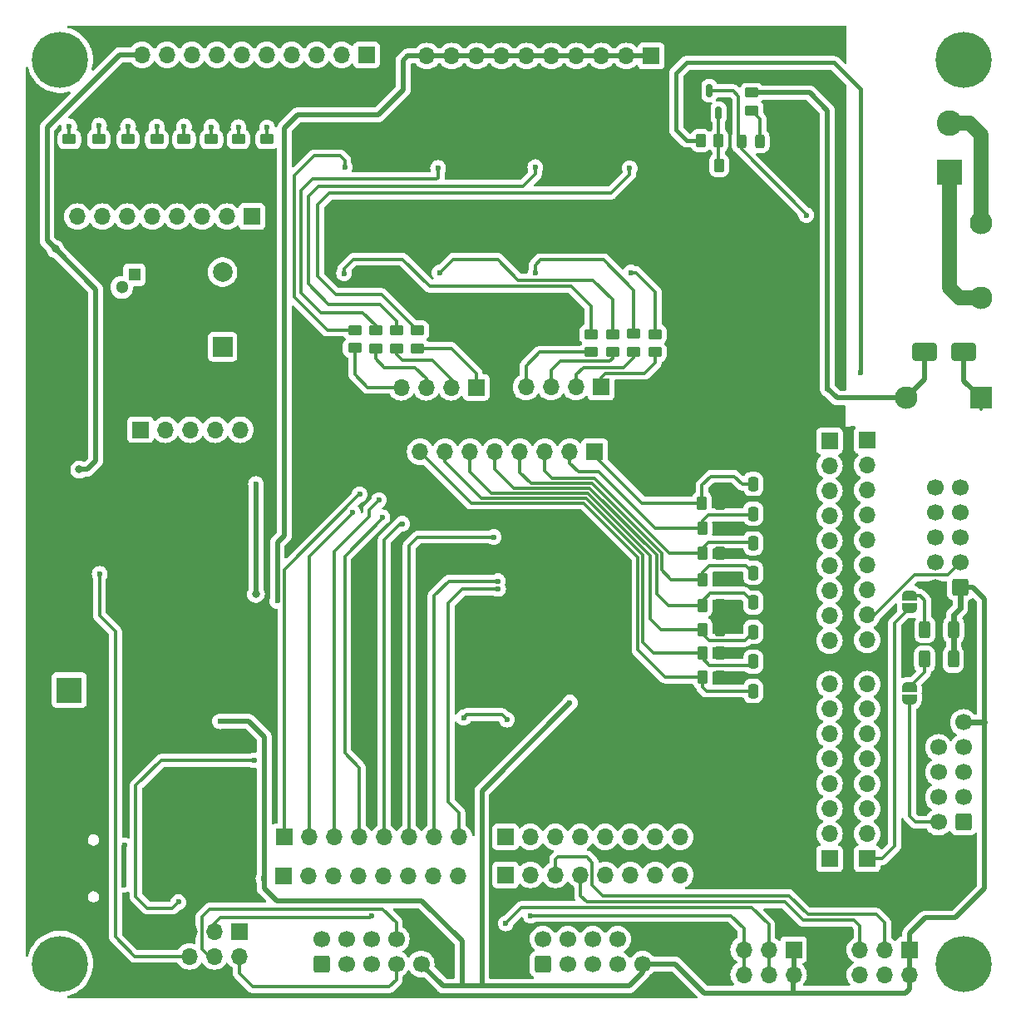
<source format=gbr>
%TF.GenerationSoftware,KiCad,Pcbnew,8.0.4*%
%TF.CreationDate,2025-03-19T03:36:59-05:00*%
%TF.ProjectId,ENRTENADOR ATMEGA1284P,454e5254-454e-4414-944f-522041544d45,rev?*%
%TF.SameCoordinates,Original*%
%TF.FileFunction,Copper,L2,Bot*%
%TF.FilePolarity,Positive*%
%FSLAX46Y46*%
G04 Gerber Fmt 4.6, Leading zero omitted, Abs format (unit mm)*
G04 Created by KiCad (PCBNEW 8.0.4) date 2025-03-19 03:36:59*
%MOMM*%
%LPD*%
G01*
G04 APERTURE LIST*
G04 Aperture macros list*
%AMRoundRect*
0 Rectangle with rounded corners*
0 $1 Rounding radius*
0 $2 $3 $4 $5 $6 $7 $8 $9 X,Y pos of 4 corners*
0 Add a 4 corners polygon primitive as box body*
4,1,4,$2,$3,$4,$5,$6,$7,$8,$9,$2,$3,0*
0 Add four circle primitives for the rounded corners*
1,1,$1+$1,$2,$3*
1,1,$1+$1,$4,$5*
1,1,$1+$1,$6,$7*
1,1,$1+$1,$8,$9*
0 Add four rect primitives between the rounded corners*
20,1,$1+$1,$2,$3,$4,$5,0*
20,1,$1+$1,$4,$5,$6,$7,0*
20,1,$1+$1,$6,$7,$8,$9,0*
20,1,$1+$1,$8,$9,$2,$3,0*%
%AMFreePoly0*
4,1,19,0.500000,-0.750000,0.000000,-0.750000,0.000000,-0.744911,-0.071157,-0.744911,-0.207708,-0.704816,-0.327430,-0.627875,-0.420627,-0.520320,-0.479746,-0.390866,-0.500000,-0.250000,-0.500000,0.250000,-0.479746,0.390866,-0.420627,0.520320,-0.327430,0.627875,-0.207708,0.704816,-0.071157,0.744911,0.000000,0.744911,0.000000,0.750000,0.500000,0.750000,0.500000,-0.750000,0.500000,-0.750000,
$1*%
%AMFreePoly1*
4,1,19,0.000000,0.744911,0.071157,0.744911,0.207708,0.704816,0.327430,0.627875,0.420627,0.520320,0.479746,0.390866,0.500000,0.250000,0.500000,-0.250000,0.479746,-0.390866,0.420627,-0.520320,0.327430,-0.627875,0.207708,-0.704816,0.071157,-0.744911,0.000000,-0.744911,0.000000,-0.750000,-0.500000,-0.750000,-0.500000,0.750000,0.000000,0.750000,0.000000,0.744911,0.000000,0.744911,
$1*%
G04 Aperture macros list end*
%TA.AperFunction,ComponentPad*%
%ADD10C,1.300000*%
%TD*%
%TA.AperFunction,ComponentPad*%
%ADD11R,1.300000X1.300000*%
%TD*%
%TA.AperFunction,ComponentPad*%
%ADD12R,2.600000X2.600000*%
%TD*%
%TA.AperFunction,ComponentPad*%
%ADD13C,2.600000*%
%TD*%
%TA.AperFunction,ComponentPad*%
%ADD14R,1.700000X1.700000*%
%TD*%
%TA.AperFunction,ComponentPad*%
%ADD15O,1.700000X1.700000*%
%TD*%
%TA.AperFunction,ComponentPad*%
%ADD16RoundRect,0.250000X0.600000X0.600000X-0.600000X0.600000X-0.600000X-0.600000X0.600000X-0.600000X0*%
%TD*%
%TA.AperFunction,ComponentPad*%
%ADD17C,1.700000*%
%TD*%
%TA.AperFunction,ComponentPad*%
%ADD18RoundRect,0.250000X0.600000X-0.600000X0.600000X0.600000X-0.600000X0.600000X-0.600000X-0.600000X0*%
%TD*%
%TA.AperFunction,ComponentPad*%
%ADD19C,5.700000*%
%TD*%
%TA.AperFunction,ComponentPad*%
%ADD20O,1.600000X1.000000*%
%TD*%
%TA.AperFunction,ComponentPad*%
%ADD21O,2.100000X1.000000*%
%TD*%
%TA.AperFunction,ComponentPad*%
%ADD22C,2.000000*%
%TD*%
%TA.AperFunction,ComponentPad*%
%ADD23R,2.000000X2.000000*%
%TD*%
%TA.AperFunction,ComponentPad*%
%ADD24R,2.300000X2.300000*%
%TD*%
%TA.AperFunction,ComponentPad*%
%ADD25C,2.300000*%
%TD*%
%TA.AperFunction,SMDPad,CuDef*%
%ADD26RoundRect,0.250000X0.450000X-0.262500X0.450000X0.262500X-0.450000X0.262500X-0.450000X-0.262500X0*%
%TD*%
%TA.AperFunction,SMDPad,CuDef*%
%ADD27RoundRect,0.250000X-1.000000X-0.650000X1.000000X-0.650000X1.000000X0.650000X-1.000000X0.650000X0*%
%TD*%
%TA.AperFunction,SMDPad,CuDef*%
%ADD28RoundRect,0.250000X0.262500X0.450000X-0.262500X0.450000X-0.262500X-0.450000X0.262500X-0.450000X0*%
%TD*%
%TA.AperFunction,SMDPad,CuDef*%
%ADD29RoundRect,0.250000X0.312500X0.625000X-0.312500X0.625000X-0.312500X-0.625000X0.312500X-0.625000X0*%
%TD*%
%TA.AperFunction,SMDPad,CuDef*%
%ADD30FreePoly0,90.000000*%
%TD*%
%TA.AperFunction,SMDPad,CuDef*%
%ADD31FreePoly1,90.000000*%
%TD*%
%TA.AperFunction,SMDPad,CuDef*%
%ADD32RoundRect,0.250000X0.250000X0.475000X-0.250000X0.475000X-0.250000X-0.475000X0.250000X-0.475000X0*%
%TD*%
%TA.AperFunction,SMDPad,CuDef*%
%ADD33RoundRect,0.250000X-0.450000X0.262500X-0.450000X-0.262500X0.450000X-0.262500X0.450000X0.262500X0*%
%TD*%
%TA.AperFunction,SMDPad,CuDef*%
%ADD34RoundRect,0.250000X-0.262500X-0.450000X0.262500X-0.450000X0.262500X0.450000X-0.262500X0.450000X0*%
%TD*%
%TA.AperFunction,SMDPad,CuDef*%
%ADD35RoundRect,0.150000X0.150000X-0.512500X0.150000X0.512500X-0.150000X0.512500X-0.150000X-0.512500X0*%
%TD*%
%TA.AperFunction,SMDPad,CuDef*%
%ADD36RoundRect,0.243750X-0.243750X-0.456250X0.243750X-0.456250X0.243750X0.456250X-0.243750X0.456250X0*%
%TD*%
%TA.AperFunction,ViaPad*%
%ADD37C,0.600000*%
%TD*%
%TA.AperFunction,ViaPad*%
%ADD38C,0.800000*%
%TD*%
%TA.AperFunction,Conductor*%
%ADD39C,0.500000*%
%TD*%
%TA.AperFunction,Conductor*%
%ADD40C,0.300000*%
%TD*%
%TA.AperFunction,Conductor*%
%ADD41C,0.200000*%
%TD*%
%TA.AperFunction,Conductor*%
%ADD42C,0.600000*%
%TD*%
%TA.AperFunction,Conductor*%
%ADD43C,1.500000*%
%TD*%
%TA.AperFunction,Conductor*%
%ADD44C,0.400000*%
%TD*%
G04 APERTURE END LIST*
D10*
%TO.P,Q2,3,E*%
%TO.N,GND*%
X11560000Y-28420000D03*
%TO.P,Q2,2,B*%
%TO.N,Net-(Q2-B)*%
X10290000Y-27150000D03*
D11*
%TO.P,Q2,1,C*%
%TO.N,Net-(BZ1-+)*%
X11560000Y-25880000D03*
%TD*%
D12*
%TO.P,J1,1,Pin_1*%
%TO.N,VEXT*%
X4925000Y-68150000D03*
D13*
%TO.P,J1,2,Pin_2*%
%TO.N,GND*%
X4925000Y-73150000D03*
%TD*%
D14*
%TO.P,J8,1,Pin_1*%
%TO.N,Net-(J8-Pin_1)*%
X58450000Y-43900000D03*
D15*
%TO.P,J8,2,Pin_2*%
%TO.N,Net-(J8-Pin_2)*%
X55910000Y-43900000D03*
%TO.P,J8,3,Pin_3*%
%TO.N,Net-(J8-Pin_3)*%
X53370000Y-43900000D03*
%TO.P,J8,4,Pin_4*%
%TO.N,Net-(J8-Pin_4)*%
X50830000Y-43900000D03*
%TO.P,J8,5,Pin_5*%
%TO.N,Net-(J8-Pin_5)*%
X48290000Y-43900000D03*
%TO.P,J8,6,Pin_6*%
%TO.N,Net-(J8-Pin_6)*%
X45750000Y-43900000D03*
%TO.P,J8,7,Pin_7*%
%TO.N,Net-(J8-Pin_7)*%
X43210000Y-43900000D03*
%TO.P,J8,8,Pin_8*%
%TO.N,Net-(J8-Pin_8)*%
X40670000Y-43900000D03*
%TD*%
D16*
%TO.P,J17,1,Pin_1*%
%TO.N,+5V*%
X95675000Y-57675000D03*
D17*
%TO.P,J17,2,Pin_2*%
%TO.N,GND*%
X93135000Y-57675000D03*
%TO.P,J17,3,Pin_3*%
%TO.N,PA6*%
X95675000Y-55135000D03*
%TO.P,J17,4,Pin_4*%
%TO.N,PA7*%
X93135000Y-55135000D03*
%TO.P,J17,5,Pin_5*%
%TO.N,PA4*%
X95675000Y-52595000D03*
%TO.P,J17,6,Pin_6*%
%TO.N,PA5*%
X93135000Y-52595000D03*
%TO.P,J17,7,Pin_7*%
%TO.N,PA2*%
X95675000Y-50055000D03*
%TO.P,J17,8,Pin_8*%
%TO.N,PA3*%
X93135000Y-50055000D03*
%TO.P,J17,9,Pin_9*%
%TO.N,PA0*%
X95675000Y-47515000D03*
%TO.P,J17,10,Pin_10*%
%TO.N,PA1*%
X93135000Y-47515000D03*
%TD*%
D14*
%TO.P,J20,1,Pin_1*%
%TO.N,RELAY*%
X86200000Y-42730000D03*
D15*
%TO.P,J20,2,Pin_2*%
%TO.N,PA0*%
X86200000Y-45270000D03*
%TO.P,J20,3,Pin_3*%
%TO.N,PA1*%
X86200000Y-47810000D03*
%TO.P,J20,4,Pin_4*%
%TO.N,PA2*%
X86200000Y-50350000D03*
%TO.P,J20,5,Pin_5*%
%TO.N,PA3*%
X86200000Y-52890000D03*
%TO.P,J20,6,Pin_6*%
%TO.N,PA4*%
X86200000Y-55430000D03*
%TO.P,J20,7,Pin_7*%
%TO.N,PA5*%
X86200000Y-57970000D03*
%TO.P,J20,8,Pin_8*%
%TO.N,PA6*%
X86200000Y-60510000D03*
%TO.P,J20,9,Pin_9*%
%TO.N,PA7*%
X86200000Y-63050000D03*
%TD*%
D14*
%TO.P,J10,1,Pin_1*%
%TO.N,Net-(D8-A)*%
X23550000Y-19950000D03*
D15*
%TO.P,J10,2,Pin_2*%
%TO.N,Net-(D9-A)*%
X21010000Y-19950000D03*
%TO.P,J10,3,Pin_3*%
%TO.N,Net-(D10-A)*%
X18470000Y-19950000D03*
%TO.P,J10,4,Pin_4*%
%TO.N,Net-(D11-A)*%
X15930000Y-19950000D03*
%TO.P,J10,5,Pin_5*%
%TO.N,Net-(D12-A)*%
X13390000Y-19950000D03*
%TO.P,J10,6,Pin_6*%
%TO.N,Net-(D13-A)*%
X10850000Y-19950000D03*
%TO.P,J10,7,Pin_7*%
%TO.N,Net-(D14-A)*%
X8310000Y-19950000D03*
%TO.P,J10,8,Pin_8*%
%TO.N,Net-(D15-A)*%
X5770000Y-19950000D03*
%TD*%
D16*
%TO.P,J19,1,Pin_1*%
%TO.N,PC0*%
X95980000Y-81600000D03*
D17*
%TO.P,J19,2,Pin_2*%
%TO.N,PC1*%
X93440000Y-81600000D03*
%TO.P,J19,3,Pin_3*%
%TO.N,PC2*%
X95980000Y-79060000D03*
%TO.P,J19,4,Pin_4*%
%TO.N,PC3*%
X93440000Y-79060000D03*
%TO.P,J19,5,Pin_5*%
%TO.N,PC4*%
X95980000Y-76520000D03*
%TO.P,J19,6,Pin_6*%
%TO.N,PC5*%
X93440000Y-76520000D03*
%TO.P,J19,7,Pin_7*%
%TO.N,PC6*%
X95980000Y-73980000D03*
%TO.P,J19,8,Pin_8*%
%TO.N,PC7*%
X93440000Y-73980000D03*
%TO.P,J19,9,Pin_9*%
%TO.N,+5V*%
X95980000Y-71440000D03*
%TO.P,J19,10,Pin_10*%
%TO.N,GND*%
X93440000Y-71440000D03*
%TD*%
D14*
%TO.P,PORTD1,1,Pin_1*%
%TO.N,PD0*%
X49360000Y-83100000D03*
D15*
%TO.P,PORTD1,2,Pin_2*%
%TO.N,PD1*%
X51900000Y-83100000D03*
%TO.P,PORTD1,3,Pin_3*%
%TO.N,PD2*%
X54440000Y-83100000D03*
%TO.P,PORTD1,4,Pin_4*%
%TO.N,PD3*%
X56980000Y-83100000D03*
%TO.P,PORTD1,5,Pin_5*%
%TO.N,PD4*%
X59520000Y-83100000D03*
%TO.P,PORTD1,6,Pin_6*%
%TO.N,PD5*%
X62060000Y-83100000D03*
%TO.P,PORTD1,7,Pin_7*%
%TO.N,PD6*%
X64600000Y-83100000D03*
%TO.P,PORTD1,8,Pin_8*%
%TO.N,PD7*%
X67140000Y-83100000D03*
%TD*%
D14*
%TO.P,J7,1,Pin_1*%
%TO.N,+5V*%
X35205000Y-3485000D03*
D15*
%TO.P,J7,2,Pin_2*%
%TO.N,GND*%
X35205000Y-6025000D03*
%TO.P,J7,3,Pin_3*%
%TO.N,+5V*%
X32665000Y-3485000D03*
%TO.P,J7,4,Pin_4*%
%TO.N,GND*%
X32665000Y-6025000D03*
%TO.P,J7,5,Pin_5*%
%TO.N,+5V*%
X30125000Y-3485000D03*
%TO.P,J7,6,Pin_6*%
%TO.N,GND*%
X30125000Y-6025000D03*
%TO.P,J7,7,Pin_7*%
%TO.N,+5V*%
X27585000Y-3485000D03*
%TO.P,J7,8,Pin_8*%
%TO.N,GND*%
X27585000Y-6025000D03*
%TO.P,J7,9,Pin_9*%
%TO.N,+5V*%
X25045000Y-3485000D03*
%TO.P,J7,10,Pin_10*%
%TO.N,GND*%
X25045000Y-6025000D03*
%TO.P,J7,11,Pin_11*%
%TO.N,+5V*%
X22505000Y-3485000D03*
%TO.P,J7,12,Pin_12*%
%TO.N,GND*%
X22505000Y-6025000D03*
%TO.P,J7,13,Pin_13*%
%TO.N,+5V*%
X19965000Y-3485000D03*
%TO.P,J7,14,Pin_14*%
%TO.N,GND*%
X19965000Y-6025000D03*
%TO.P,J7,15,Pin_15*%
%TO.N,+5V*%
X17425000Y-3485000D03*
%TO.P,J7,16,Pin_16*%
%TO.N,GND*%
X17425000Y-6025000D03*
%TO.P,J7,17,Pin_17*%
%TO.N,+5V*%
X14885000Y-3485000D03*
%TO.P,J7,18,Pin_18*%
%TO.N,GND*%
X14885000Y-6025000D03*
%TO.P,J7,19,Pin_19*%
%TO.N,+5V*%
X12345000Y-3485000D03*
%TO.P,J7,20,Pin_20*%
%TO.N,GND*%
X12345000Y-6025000D03*
%TD*%
D14*
%TO.P,J13,1,Pin_1*%
%TO.N,RELAY*%
X82350000Y-42780000D03*
D15*
%TO.P,J13,2,Pin_2*%
%TO.N,PA0*%
X82350000Y-45320000D03*
%TO.P,J13,3,Pin_3*%
%TO.N,PA1*%
X82350000Y-47860000D03*
%TO.P,J13,4,Pin_4*%
%TO.N,PA2*%
X82350000Y-50400000D03*
%TO.P,J13,5,Pin_5*%
%TO.N,PA3*%
X82350000Y-52940000D03*
%TO.P,J13,6,Pin_6*%
%TO.N,PA4*%
X82350000Y-55480000D03*
%TO.P,J13,7,Pin_7*%
%TO.N,PA5*%
X82350000Y-58020000D03*
%TO.P,J13,8,Pin_8*%
%TO.N,PA6*%
X82350000Y-60560000D03*
%TO.P,J13,9,Pin_9*%
%TO.N,PA7*%
X82350000Y-63100000D03*
%TD*%
D14*
%TO.P,J16,1,Pin_1*%
%TO.N,PD0*%
X49380000Y-86950000D03*
D15*
%TO.P,J16,2,Pin_2*%
%TO.N,PD1*%
X51920000Y-86950000D03*
%TO.P,J16,3,Pin_3*%
%TO.N,PD2*%
X54460000Y-86950000D03*
%TO.P,J16,4,Pin_4*%
%TO.N,PD3*%
X57000000Y-86950000D03*
%TO.P,J16,5,Pin_5*%
%TO.N,PD4*%
X59540000Y-86950000D03*
%TO.P,J16,6,Pin_6*%
%TO.N,PD5*%
X62080000Y-86950000D03*
%TO.P,J16,7,Pin_7*%
%TO.N,PD6*%
X64620000Y-86950000D03*
%TO.P,J16,8,Pin_8*%
%TO.N,PD7*%
X67160000Y-86950000D03*
%TD*%
D14*
%TO.P,J3,1,Pin_1*%
%TO.N,Net-(J3-Pin_1)*%
X12185000Y-41640000D03*
D15*
%TO.P,J3,2,Pin_2*%
%TO.N,Net-(J3-Pin_2)*%
X14725000Y-41640000D03*
%TO.P,J3,3,Pin_3*%
%TO.N,Net-(J3-Pin_3)*%
X17265000Y-41640000D03*
%TO.P,J3,4,Pin_4*%
%TO.N,Net-(J3-Pin_4)*%
X19805000Y-41640000D03*
%TO.P,J3,5,Pin_5*%
%TO.N,BUZZER*%
X22345000Y-41640000D03*
%TD*%
D14*
%TO.P,PORTC1,1,Pin_1*%
%TO.N,PC0*%
X82355000Y-85315000D03*
D15*
%TO.P,PORTC1,2,Pin_2*%
%TO.N,PC1*%
X82355000Y-82775000D03*
%TO.P,PORTC1,3,Pin_3*%
%TO.N,PC2*%
X82355000Y-80235000D03*
%TO.P,PORTC1,4,Pin_4*%
%TO.N,PC3*%
X82355000Y-77695000D03*
%TO.P,PORTC1,5,Pin_5*%
%TO.N,PC4*%
X82355000Y-75155000D03*
%TO.P,PORTC1,6,Pin_6*%
%TO.N,PC5*%
X82355000Y-72615000D03*
%TO.P,PORTC1,7,Pin_7*%
%TO.N,PC6*%
X82355000Y-70075000D03*
%TO.P,PORTC1,8,Pin_8*%
%TO.N,PC7*%
X82355000Y-67535000D03*
%TD*%
D18*
%TO.P,J24,1,Pin_1*%
%TO.N,PD0*%
X53160000Y-96030000D03*
D17*
%TO.P,J24,2,Pin_2*%
%TO.N,PD1*%
X53160000Y-93490000D03*
%TO.P,J24,3,Pin_3*%
%TO.N,PD2*%
X55700000Y-96030000D03*
%TO.P,J24,4,Pin_4*%
%TO.N,PD3*%
X55700000Y-93490000D03*
%TO.P,J24,5,Pin_5*%
%TO.N,PD4*%
X58240000Y-96030000D03*
%TO.P,J24,6,Pin_6*%
%TO.N,PD5*%
X58240000Y-93490000D03*
%TO.P,J24,7,Pin_7*%
%TO.N,PD6*%
X60780000Y-96030000D03*
%TO.P,J24,8,Pin_8*%
%TO.N,PD7*%
X60780000Y-93490000D03*
%TO.P,J24,9,Pin_9*%
%TO.N,+5V*%
X63320000Y-96030000D03*
%TO.P,J24,10,Pin_10*%
%TO.N,GND*%
X63320000Y-93490000D03*
%TD*%
D14*
%TO.P,J6,1,Pin_1*%
%TO.N,+3V3*%
X64205000Y-3610000D03*
D15*
%TO.P,J6,2,Pin_2*%
%TO.N,GND*%
X64205000Y-6150000D03*
%TO.P,J6,3,Pin_3*%
%TO.N,+3V3*%
X61665000Y-3610000D03*
%TO.P,J6,4,Pin_4*%
%TO.N,GND*%
X61665000Y-6150000D03*
%TO.P,J6,5,Pin_5*%
%TO.N,+3V3*%
X59125000Y-3610000D03*
%TO.P,J6,6,Pin_6*%
%TO.N,GND*%
X59125000Y-6150000D03*
%TO.P,J6,7,Pin_7*%
%TO.N,+3V3*%
X56585000Y-3610000D03*
%TO.P,J6,8,Pin_8*%
%TO.N,GND*%
X56585000Y-6150000D03*
%TO.P,J6,9,Pin_9*%
%TO.N,+3V3*%
X54045000Y-3610000D03*
%TO.P,J6,10,Pin_10*%
%TO.N,GND*%
X54045000Y-6150000D03*
%TO.P,J6,11,Pin_11*%
%TO.N,+3V3*%
X51505000Y-3610000D03*
%TO.P,J6,12,Pin_12*%
%TO.N,GND*%
X51505000Y-6150000D03*
%TO.P,J6,13,Pin_13*%
%TO.N,+3V3*%
X48965000Y-3610000D03*
%TO.P,J6,14,Pin_14*%
%TO.N,GND*%
X48965000Y-6150000D03*
%TO.P,J6,15,Pin_15*%
%TO.N,+3V3*%
X46425000Y-3610000D03*
%TO.P,J6,16,Pin_16*%
%TO.N,GND*%
X46425000Y-6150000D03*
%TO.P,J6,17,Pin_17*%
%TO.N,+3V3*%
X43885000Y-3610000D03*
%TO.P,J6,18,Pin_18*%
%TO.N,GND*%
X43885000Y-6150000D03*
%TO.P,J6,19,Pin_19*%
%TO.N,+3V3*%
X41345000Y-3610000D03*
%TO.P,J6,20,Pin_20*%
%TO.N,GND*%
X41345000Y-6150000D03*
%TD*%
D19*
%TO.P,REF\u002A\u002A,1*%
%TO.N,N/C*%
X96000000Y-96000000D03*
%TD*%
D20*
%TO.P,J2,S1,SHIELD*%
%TO.N,GND*%
X3725000Y-90615000D03*
D21*
X7905000Y-90615000D03*
D20*
X3725000Y-81975000D03*
D21*
X7905000Y-81975000D03*
%TD*%
D12*
%TO.P,J9,1,Pin_1*%
%TO.N,/K1-in*%
X94540000Y-15460000D03*
D13*
%TO.P,J9,2,Pin_2*%
%TO.N,/K1-out*%
X94540000Y-10460000D03*
%TD*%
D14*
%TO.P,J4,1,Pin_1*%
%TO.N,Net-(J4-Pin_1)*%
X59075000Y-37300000D03*
D15*
%TO.P,J4,2,Pin_2*%
%TO.N,Net-(J4-Pin_2)*%
X56535000Y-37300000D03*
%TO.P,J4,3,Pin_3*%
%TO.N,Net-(J4-Pin_3)*%
X53995000Y-37300000D03*
%TO.P,J4,4,Pin_4*%
%TO.N,Net-(J4-Pin_4)*%
X51455000Y-37300000D03*
%TD*%
D19*
%TO.P,REF\u002A\u002A,1*%
%TO.N,N/C*%
X4000000Y-4000000D03*
%TD*%
D14*
%TO.P,ICSP1,1,Pin_1*%
%TO.N,+5V*%
X22260000Y-92710000D03*
D15*
%TO.P,ICSP1,2,Pin_2*%
%TO.N,MISO_*%
X22260000Y-95250000D03*
%TO.P,ICSP1,3,Pin_3*%
%TO.N,MOSI_*%
X19720000Y-92710000D03*
%TO.P,ICSP1,4,Pin_4*%
%TO.N,PB7*%
X19720000Y-95250000D03*
%TO.P,ICSP1,5,Pin_5*%
%TO.N,GND*%
X17180000Y-92710000D03*
%TO.P,ICSP1,6,Pin_6*%
%TO.N,RST*%
X17180000Y-95250000D03*
%TD*%
D19*
%TO.P,REF\u002A\u002A,1*%
%TO.N,N/C*%
X96000000Y-4000000D03*
%TD*%
D14*
%TO.P,J14,1,Pin_1*%
%TO.N,PB0*%
X26845000Y-83100000D03*
D15*
%TO.P,J14,2,Pin_2*%
%TO.N,PB1*%
X29385000Y-83100000D03*
%TO.P,J14,3,Pin_3*%
%TO.N,PB2*%
X31925000Y-83100000D03*
%TO.P,J14,4,Pin_4*%
%TO.N,PB3*%
X34465000Y-83100000D03*
%TO.P,J14,5,Pin_5*%
%TO.N,PB4*%
X37005000Y-83100000D03*
%TO.P,J14,6,Pin_6*%
%TO.N,MOSI_*%
X39545000Y-83100000D03*
%TO.P,J14,7,Pin_7*%
%TO.N,MISO_*%
X42085000Y-83100000D03*
%TO.P,J14,8,Pin_8*%
%TO.N,PB7*%
X44625000Y-83100000D03*
%TD*%
D19*
%TO.P,REF\u002A\u002A,1*%
%TO.N,N/C*%
X4000000Y-96000000D03*
%TD*%
D18*
%TO.P,J18,1,Pin_1*%
%TO.N,PB0*%
X30625000Y-96015000D03*
D17*
%TO.P,J18,2,Pin_2*%
%TO.N,PB1*%
X30625000Y-93475000D03*
%TO.P,J18,3,Pin_3*%
%TO.N,PB2*%
X33165000Y-96015000D03*
%TO.P,J18,4,Pin_4*%
%TO.N,PB3*%
X33165000Y-93475000D03*
%TO.P,J18,5,Pin_5*%
%TO.N,PB4*%
X35705000Y-96015000D03*
%TO.P,J18,6,Pin_6*%
%TO.N,MOSI_*%
X35705000Y-93475000D03*
%TO.P,J18,7,Pin_7*%
%TO.N,MISO_*%
X38245000Y-96015000D03*
%TO.P,J18,8,Pin_8*%
%TO.N,PB7*%
X38245000Y-93475000D03*
%TO.P,J18,9,Pin_9*%
%TO.N,+5V*%
X40785000Y-96015000D03*
%TO.P,J18,10,Pin_10*%
%TO.N,GND*%
X40785000Y-93475000D03*
%TD*%
D14*
%TO.P,J5,1,Pin_1*%
%TO.N,Net-(J5-Pin_1)*%
X46375000Y-37325000D03*
D15*
%TO.P,J5,2,Pin_2*%
%TO.N,Net-(J5-Pin_2)*%
X43835000Y-37325000D03*
%TO.P,J5,3,Pin_3*%
%TO.N,Net-(J5-Pin_3)*%
X41295000Y-37325000D03*
%TO.P,J5,4,Pin_4*%
%TO.N,Net-(J5-Pin_4)*%
X38755000Y-37325000D03*
%TD*%
D22*
%TO.P,BZ1,2,+*%
%TO.N,Net-(BZ1-+)*%
X20550000Y-25600000D03*
D23*
%TO.P,BZ1,1,-*%
%TO.N,+5V*%
X20550000Y-33200000D03*
%TD*%
D14*
%TO.P,J11,1,Pin_1*%
%TO.N,+5V*%
X78700000Y-94570000D03*
D15*
%TO.P,J11,2,Pin_2*%
X78700000Y-97110000D03*
%TO.P,J11,3,Pin_3*%
%TO.N,PD0*%
X76160000Y-94570000D03*
%TO.P,J11,4,Pin_4*%
X76160000Y-97110000D03*
%TO.P,J11,5,Pin_5*%
%TO.N,PD1*%
X73620000Y-94570000D03*
%TO.P,J11,6,Pin_6*%
X73620000Y-97110000D03*
%TO.P,J11,7,Pin_7*%
%TO.N,GND*%
X71080000Y-94570000D03*
%TO.P,J11,8,Pin_8*%
X71080000Y-97110000D03*
%TD*%
D14*
%TO.P,J15,1,Pin_1*%
%TO.N,PC0*%
X86205000Y-85315000D03*
D15*
%TO.P,J15,2,Pin_2*%
%TO.N,PC1*%
X86205000Y-82775000D03*
%TO.P,J15,3,Pin_3*%
%TO.N,PC2*%
X86205000Y-80235000D03*
%TO.P,J15,4,Pin_4*%
%TO.N,PC3*%
X86205000Y-77695000D03*
%TO.P,J15,5,Pin_5*%
%TO.N,PC4*%
X86205000Y-75155000D03*
%TO.P,J15,6,Pin_6*%
%TO.N,PC5*%
X86205000Y-72615000D03*
%TO.P,J15,7,Pin_7*%
%TO.N,PC6*%
X86205000Y-70075000D03*
%TO.P,J15,8,Pin_8*%
%TO.N,PC7*%
X86205000Y-67535000D03*
%TD*%
D24*
%TO.P,K1,1*%
%TO.N,Net-(D6-K)*%
X97770000Y-38420000D03*
D25*
%TO.P,K1,2*%
%TO.N,/K1-in*%
X97770000Y-28260000D03*
%TO.P,K1,3*%
%TO.N,/K1-out*%
X97770000Y-20640000D03*
%TO.P,K1,5*%
%TO.N,+5V*%
X90150000Y-38420000D03*
%TD*%
D14*
%TO.P,PORTB1,1,Pin_1*%
%TO.N,PB0*%
X26795000Y-87075000D03*
D15*
%TO.P,PORTB1,2,Pin_2*%
%TO.N,PB1*%
X29335000Y-87075000D03*
%TO.P,PORTB1,3,Pin_3*%
%TO.N,PB2*%
X31875000Y-87075000D03*
%TO.P,PORTB1,4,Pin_4*%
%TO.N,PB3*%
X34415000Y-87075000D03*
%TO.P,PORTB1,5,Pin_5*%
%TO.N,PB4*%
X36955000Y-87075000D03*
%TO.P,PORTB1,6,Pin_6*%
%TO.N,MOSI_*%
X39495000Y-87075000D03*
%TO.P,PORTB1,7,Pin_7*%
%TO.N,MISO_*%
X42035000Y-87075000D03*
%TO.P,PORTB1,8,Pin_8*%
%TO.N,PB7*%
X44575000Y-87075000D03*
%TD*%
D14*
%TO.P,J12,1,Pin_1*%
%TO.N,+5V*%
X90530000Y-94580000D03*
D15*
%TO.P,J12,2,Pin_2*%
X90530000Y-97120000D03*
%TO.P,J12,3,Pin_3*%
%TO.N,PD2*%
X87990000Y-94580000D03*
%TO.P,J12,4,Pin_4*%
X87990000Y-97120000D03*
%TO.P,J12,5,Pin_5*%
%TO.N,PD3*%
X85450000Y-94580000D03*
%TO.P,J12,6,Pin_6*%
X85450000Y-97120000D03*
%TO.P,J12,7,Pin_7*%
%TO.N,GND*%
X82910000Y-94580000D03*
%TO.P,J12,8,Pin_8*%
X82910000Y-97120000D03*
%TD*%
D26*
%TO.P,R14,1*%
%TO.N,Net-(J5-Pin_1)*%
X40400000Y-33350000D03*
%TO.P,R14,2*%
%TO.N,Net-(R14-Pad2)*%
X40400000Y-31525000D03*
%TD*%
D27*
%TO.P,D7,1,K*%
%TO.N,+5V*%
X92050000Y-33680000D03*
%TO.P,D7,2,A*%
%TO.N,Net-(D6-K)*%
X96050000Y-33680000D03*
%TD*%
D26*
%TO.P,R21,1*%
%TO.N,GND*%
X25075000Y-13912500D03*
%TO.P,R21,2*%
%TO.N,Net-(D8-K)*%
X25075000Y-12087500D03*
%TD*%
D28*
%TO.P,R35,1*%
%TO.N,GND*%
X71245000Y-64355000D03*
%TO.P,R35,2*%
%TO.N,Net-(J8-Pin_7)*%
X69420000Y-64355000D03*
%TD*%
%TO.P,R31,1*%
%TO.N,GND*%
X71245000Y-54230000D03*
%TO.P,R31,2*%
%TO.N,Net-(J8-Pin_3)*%
X69420000Y-54230000D03*
%TD*%
D26*
%TO.P,R22,1*%
%TO.N,GND*%
X22175000Y-13912500D03*
%TO.P,R22,2*%
%TO.N,Net-(D9-K)*%
X22175000Y-12087500D03*
%TD*%
D28*
%TO.P,R36,1*%
%TO.N,GND*%
X71245000Y-66830000D03*
%TO.P,R36,2*%
%TO.N,Net-(J8-Pin_8)*%
X69420000Y-66830000D03*
%TD*%
D29*
%TO.P,R38,1*%
%TO.N,+5V*%
X94962500Y-65000000D03*
%TO.P,R38,2*%
%TO.N,Net-(JP4-B)*%
X92037500Y-65000000D03*
%TD*%
D28*
%TO.P,R33,1*%
%TO.N,GND*%
X71245000Y-59555000D03*
%TO.P,R33,2*%
%TO.N,Net-(J8-Pin_5)*%
X69420000Y-59555000D03*
%TD*%
D26*
%TO.P,R23,1*%
%TO.N,GND*%
X19425000Y-13912500D03*
%TO.P,R23,2*%
%TO.N,Net-(D10-K)*%
X19425000Y-12087500D03*
%TD*%
%TO.P,R24,1*%
%TO.N,GND*%
X16625000Y-13912500D03*
%TO.P,R24,2*%
%TO.N,Net-(D11-K)*%
X16625000Y-12087500D03*
%TD*%
D30*
%TO.P,JP4,1,A*%
%TO.N,PC1*%
X90500000Y-69150000D03*
D31*
%TO.P,JP4,2,B*%
%TO.N,Net-(JP4-B)*%
X90500000Y-67850000D03*
%TD*%
D26*
%TO.P,R26,1*%
%TO.N,GND*%
X10925000Y-13912500D03*
%TO.P,R26,2*%
%TO.N,Net-(D13-K)*%
X10925000Y-12087500D03*
%TD*%
D32*
%TO.P,C19,1*%
%TO.N,GND*%
X76490000Y-50190000D03*
%TO.P,C19,2*%
%TO.N,Net-(J8-Pin_2)*%
X74590000Y-50190000D03*
%TD*%
D26*
%TO.P,R27,1*%
%TO.N,GND*%
X7950000Y-13912500D03*
%TO.P,R27,2*%
%TO.N,Net-(D14-K)*%
X7950000Y-12087500D03*
%TD*%
D32*
%TO.P,C23,1*%
%TO.N,GND*%
X76490000Y-62230000D03*
%TO.P,C23,2*%
%TO.N,Net-(J8-Pin_6)*%
X74590000Y-62230000D03*
%TD*%
D28*
%TO.P,R30,1*%
%TO.N,GND*%
X71220000Y-51680000D03*
%TO.P,R30,2*%
%TO.N,Net-(J8-Pin_2)*%
X69395000Y-51680000D03*
%TD*%
%TO.P,R34,1*%
%TO.N,GND*%
X71245000Y-61980000D03*
%TO.P,R34,2*%
%TO.N,Net-(J8-Pin_6)*%
X69420000Y-61980000D03*
%TD*%
D32*
%TO.P,C18,1*%
%TO.N,GND*%
X76490000Y-47180000D03*
%TO.P,C18,2*%
%TO.N,Net-(J8-Pin_1)*%
X74590000Y-47180000D03*
%TD*%
D33*
%TO.P,R18,1*%
%TO.N,Net-(R18-Pad1)*%
X36125000Y-31525000D03*
%TO.P,R18,2*%
%TO.N,Net-(J5-Pin_3)*%
X36125000Y-33350000D03*
%TD*%
%TO.P,R17,1*%
%TO.N,Net-(R17-Pad1)*%
X60250000Y-31925000D03*
%TO.P,R17,2*%
%TO.N,Net-(J4-Pin_3)*%
X60250000Y-33750000D03*
%TD*%
D28*
%TO.P,R32,1*%
%TO.N,GND*%
X71245000Y-56905000D03*
%TO.P,R32,2*%
%TO.N,Net-(J8-Pin_4)*%
X69420000Y-56905000D03*
%TD*%
D32*
%TO.P,C22,1*%
%TO.N,GND*%
X76490000Y-59220000D03*
%TO.P,C22,2*%
%TO.N,Net-(J8-Pin_5)*%
X74590000Y-59220000D03*
%TD*%
%TO.P,C20,1*%
%TO.N,GND*%
X76490000Y-53200000D03*
%TO.P,C20,2*%
%TO.N,Net-(J8-Pin_3)*%
X74590000Y-53200000D03*
%TD*%
D28*
%TO.P,R29,1*%
%TO.N,GND*%
X71195000Y-49105000D03*
%TO.P,R29,2*%
%TO.N,Net-(J8-Pin_1)*%
X69370000Y-49105000D03*
%TD*%
D34*
%TO.P,R10,1*%
%TO.N,RELAY*%
X69237500Y-12210000D03*
%TO.P,R10,2*%
%TO.N,Net-(Q1-B)*%
X71062500Y-12210000D03*
%TD*%
D26*
%TO.P,R28,1*%
%TO.N,GND*%
X4950000Y-13912500D03*
%TO.P,R28,2*%
%TO.N,Net-(D15-K)*%
X4950000Y-12087500D03*
%TD*%
D33*
%TO.P,R12,1*%
%TO.N,+5V*%
X74450000Y-7347500D03*
%TO.P,R12,2*%
%TO.N,Net-(D6-A)*%
X74450000Y-9172500D03*
%TD*%
D32*
%TO.P,C25,1*%
%TO.N,GND*%
X76490000Y-68250000D03*
%TO.P,C25,2*%
%TO.N,Net-(J8-Pin_8)*%
X74590000Y-68250000D03*
%TD*%
D35*
%TO.P,Q1,1,B*%
%TO.N,Net-(Q1-B)*%
X71062500Y-9417500D03*
%TO.P,Q1,2,E*%
%TO.N,GND*%
X69162500Y-9417500D03*
%TO.P,Q1,3,C*%
%TO.N,Net-(D6-K)*%
X70112500Y-7142500D03*
%TD*%
D32*
%TO.P,C21,1*%
%TO.N,GND*%
X76490000Y-56210000D03*
%TO.P,C21,2*%
%TO.N,Net-(J8-Pin_4)*%
X74590000Y-56210000D03*
%TD*%
D33*
%TO.P,R19,1*%
%TO.N,Net-(R19-Pad1)*%
X58075000Y-31925000D03*
%TO.P,R19,2*%
%TO.N,Net-(J4-Pin_4)*%
X58075000Y-33750000D03*
%TD*%
D26*
%TO.P,R25,1*%
%TO.N,GND*%
X13850000Y-13912500D03*
%TO.P,R25,2*%
%TO.N,Net-(D12-K)*%
X13850000Y-12087500D03*
%TD*%
D33*
%TO.P,R15,1*%
%TO.N,Net-(R15-Pad1)*%
X38275000Y-31525000D03*
%TO.P,R15,2*%
%TO.N,Net-(J5-Pin_2)*%
X38275000Y-33350000D03*
%TD*%
D30*
%TO.P,JP3,1,A*%
%TO.N,PC0*%
X90500000Y-59800000D03*
D31*
%TO.P,JP3,2,B*%
%TO.N,Net-(JP3-B)*%
X90500000Y-58500000D03*
%TD*%
D33*
%TO.P,R20,1*%
%TO.N,Net-(R20-Pad1)*%
X34000000Y-31500000D03*
%TO.P,R20,2*%
%TO.N,Net-(J5-Pin_4)*%
X34000000Y-33325000D03*
%TD*%
%TO.P,R16,1*%
%TO.N,Net-(R16-Pad1)*%
X62425000Y-31900000D03*
%TO.P,R16,2*%
%TO.N,Net-(J4-Pin_2)*%
X62425000Y-33725000D03*
%TD*%
D32*
%TO.P,C24,1*%
%TO.N,GND*%
X76490000Y-65240000D03*
%TO.P,C24,2*%
%TO.N,Net-(J8-Pin_7)*%
X74590000Y-65240000D03*
%TD*%
D34*
%TO.P,R11,1*%
%TO.N,GND*%
X69275000Y-14730000D03*
%TO.P,R11,2*%
%TO.N,Net-(Q1-B)*%
X71100000Y-14730000D03*
%TD*%
D26*
%TO.P,R13,1*%
%TO.N,Net-(J4-Pin_1)*%
X64600000Y-33750000D03*
%TO.P,R13,2*%
%TO.N,Net-(R13-Pad2)*%
X64600000Y-31925000D03*
%TD*%
D29*
%TO.P,R37,1*%
%TO.N,+5V*%
X95000000Y-62000000D03*
%TO.P,R37,2*%
%TO.N,Net-(JP3-B)*%
X92075000Y-62000000D03*
%TD*%
D36*
%TO.P,D6,1,K*%
%TO.N,Net-(D6-K)*%
X73382500Y-12290000D03*
%TO.P,D6,2,A*%
%TO.N,Net-(D6-A)*%
X75257500Y-12290000D03*
%TD*%
D37*
%TO.N,VBUS*%
X10530000Y-87960000D03*
X10550000Y-83950000D03*
%TO.N,GND*%
X41400000Y-8850000D03*
X32550000Y-20400000D03*
X22020000Y-66060000D03*
X15275000Y-58300000D03*
X80350000Y-13350000D03*
X53250000Y-62025000D03*
X80700000Y-6000000D03*
X6750000Y-55650000D03*
X80900000Y-2250000D03*
X54100000Y-57625000D03*
X63260000Y-9230000D03*
X58380000Y-71240000D03*
X20530000Y-89450000D03*
X10625000Y-54800000D03*
X68500000Y-16280000D03*
X63500000Y-1250000D03*
X13960000Y-92640000D03*
X58850000Y-58800000D03*
X25130000Y-66310000D03*
X64500000Y-20390000D03*
%TO.N,PD0*%
X49380000Y-91900000D03*
%TO.N,PD1*%
X49510000Y-71160000D03*
X45095000Y-70955000D03*
X51920000Y-91100000D03*
%TO.N,Net-(U1-RXD)*%
X16050000Y-89725000D03*
X23775000Y-75287500D03*
%TO.N,+5V*%
X23950000Y-47170000D03*
D38*
X23950000Y-58375000D03*
X5950000Y-45700000D03*
D37*
X82140000Y-37460000D03*
X24720000Y-87320000D03*
X55920000Y-69430000D03*
X20300000Y-71325000D03*
D38*
X3525000Y-23250000D03*
D37*
%TO.N,+3V3*%
X26125000Y-59075000D03*
%TO.N,RST*%
X8040000Y-56310000D03*
%TO.N,PB4*%
X38840000Y-51225000D03*
%TO.N,PB0*%
X34505000Y-48225000D03*
%TO.N,PB1*%
X33805380Y-50075380D03*
%TO.N,PB2*%
X36480000Y-48810000D03*
%TO.N,PB3*%
X36830000Y-50560000D03*
%TO.N,PB7*%
X48600000Y-57850000D03*
%TO.N,MOSI_*%
X35720000Y-91130000D03*
X48150000Y-52575000D03*
%TO.N,Net-(D6-K)*%
X80000000Y-19800000D03*
%TO.N,RELAY*%
X85500000Y-35850000D03*
%TO.N,Net-(D8-K)*%
X25075000Y-10875000D03*
%TO.N,Net-(D9-K)*%
X22175000Y-10850000D03*
%TO.N,Net-(D10-K)*%
X19425000Y-10825000D03*
%TO.N,Net-(D11-K)*%
X16625000Y-10775000D03*
%TO.N,Net-(D12-K)*%
X13850000Y-10800000D03*
%TO.N,Net-(D13-K)*%
X10925000Y-10750000D03*
%TO.N,Net-(D14-K)*%
X7975000Y-10675000D03*
%TO.N,Net-(D15-K)*%
X4950000Y-10775000D03*
%TO.N,Net-(R13-Pad2)*%
X62125000Y-25650000D03*
%TO.N,Net-(R14-Pad2)*%
X62000000Y-15025000D03*
%TO.N,Net-(R15-Pad1)*%
X52400000Y-14925000D03*
%TO.N,Net-(R16-Pad1)*%
X52425000Y-25650000D03*
%TO.N,Net-(R17-Pad1)*%
X42650000Y-25650000D03*
%TO.N,Net-(R18-Pad1)*%
X42500000Y-15000000D03*
%TO.N,Net-(R19-Pad1)*%
X32925000Y-25725000D03*
%TO.N,Net-(R20-Pad1)*%
X33000000Y-14900000D03*
%TO.N,MISO_*%
X48575000Y-57050000D03*
%TD*%
D39*
%TO.N,VBUS*%
X10530000Y-87960000D02*
X10530000Y-83990000D01*
D40*
%TO.N,PD0*%
X49380000Y-91900000D02*
X51000000Y-90280000D01*
X51000000Y-90280000D02*
X74430000Y-90280000D01*
X74430000Y-90280000D02*
X76160000Y-92010000D01*
X76160000Y-92010000D02*
X76160000Y-94570000D01*
X76160000Y-94570000D02*
X76160000Y-97110000D01*
%TO.N,PD1*%
X72340000Y-91110000D02*
X73620000Y-92390000D01*
X49000000Y-70650000D02*
X45400000Y-70650000D01*
X73620000Y-94570000D02*
X73620000Y-97110000D01*
D41*
X51920000Y-91100000D02*
X51930000Y-91110000D01*
D40*
X51930000Y-91110000D02*
X72340000Y-91110000D01*
X45400000Y-70650000D02*
X45095000Y-70955000D01*
X73620000Y-92390000D02*
X73620000Y-94570000D01*
X49510000Y-71160000D02*
X49000000Y-70650000D01*
%TO.N,Net-(U1-RXD)*%
X11725000Y-89140686D02*
X12909314Y-90325000D01*
X12909314Y-90325000D02*
X15450000Y-90325000D01*
X15450000Y-90325000D02*
X16050000Y-89725000D01*
X23775000Y-75287500D02*
X14312500Y-75287500D01*
X14312500Y-75287500D02*
X11725000Y-77875000D01*
X11725000Y-77875000D02*
X11725000Y-89140686D01*
D39*
%TO.N,+5V*%
X90130000Y-38420000D02*
X83120000Y-38420000D01*
X90530000Y-98560000D02*
X90530000Y-97120000D01*
X10040000Y-3485000D02*
X2675000Y-10850000D01*
X90530000Y-94580000D02*
X90530000Y-92900000D01*
X96985000Y-57675000D02*
X95675000Y-57675000D01*
X90530000Y-97120000D02*
X90530000Y-94580000D01*
X44925000Y-93675000D02*
X44925000Y-98275000D01*
X20300000Y-71325000D02*
X23225000Y-71325000D01*
X98150000Y-75360000D02*
X98145000Y-75365000D01*
X92100000Y-91330000D02*
X95150000Y-91330000D01*
X3525000Y-23250000D02*
X7650000Y-27375000D01*
X78700000Y-97110000D02*
X78700000Y-94570000D01*
D41*
X98090000Y-71440000D02*
X98150000Y-71500000D01*
D39*
X78650000Y-97160000D02*
X78700000Y-97110000D01*
X98150000Y-75360000D02*
X98150000Y-71500000D01*
X6750000Y-45700000D02*
X5950000Y-45700000D01*
X2675000Y-22400000D02*
X3525000Y-23250000D01*
X46960000Y-78390000D02*
X46960000Y-98275000D01*
X26050000Y-89600000D02*
X40850000Y-89600000D01*
X43045000Y-98275000D02*
X44925000Y-98275000D01*
X92050000Y-36500000D02*
X92050000Y-33680000D01*
X23225000Y-71325000D02*
X24800000Y-72900000D01*
X90130000Y-38420000D02*
X92050000Y-36500000D01*
X23950000Y-47170000D02*
X23950000Y-58375000D01*
D42*
X95675000Y-59825000D02*
X95675000Y-57675000D01*
D39*
X90120000Y-98970000D02*
X90530000Y-98560000D01*
X55920000Y-69430000D02*
X46960000Y-78390000D01*
X69595000Y-98970000D02*
X78740000Y-98970000D01*
X78740000Y-98970000D02*
X78650000Y-98880000D01*
X90530000Y-92900000D02*
X92100000Y-91330000D01*
X74450000Y-7347500D02*
X80337500Y-7347500D01*
X82140000Y-9150000D02*
X82140000Y-37460000D01*
X98150000Y-88330000D02*
X98150000Y-75360000D01*
D42*
X95980000Y-71440000D02*
X98090000Y-71440000D01*
D39*
X66655000Y-96030000D02*
X69595000Y-98970000D01*
X78740000Y-98970000D02*
X90120000Y-98970000D01*
X63320000Y-96910000D02*
X63320000Y-96030000D01*
X61955000Y-98275000D02*
X63320000Y-96910000D01*
X40850000Y-89600000D02*
X44925000Y-93675000D01*
X40935000Y-96165000D02*
X43045000Y-98275000D01*
X44925000Y-98275000D02*
X46960000Y-98275000D01*
D42*
X95000000Y-60500000D02*
X95675000Y-59825000D01*
D39*
X78650000Y-98880000D02*
X78650000Y-97160000D01*
X63320000Y-96030000D02*
X66655000Y-96030000D01*
X7650000Y-27375000D02*
X7650000Y-44800000D01*
X98150000Y-58840000D02*
X96985000Y-57675000D01*
X12345000Y-3485000D02*
X10040000Y-3485000D01*
X80337500Y-7347500D02*
X82140000Y-9150000D01*
X24800000Y-88350000D02*
X26050000Y-89600000D01*
X83120000Y-38420000D02*
X82160000Y-37460000D01*
D42*
X95000000Y-65000000D02*
X95000000Y-62000000D01*
D39*
X95150000Y-91330000D02*
X98150000Y-88330000D01*
D42*
X95000000Y-62000000D02*
X95000000Y-60500000D01*
D39*
X82160000Y-37460000D02*
X82140000Y-37460000D01*
X7650000Y-44800000D02*
X6750000Y-45700000D01*
X24800000Y-72900000D02*
X24800000Y-88350000D01*
X98150000Y-71500000D02*
X98150000Y-58840000D01*
X2675000Y-10850000D02*
X2675000Y-22400000D01*
X46960000Y-98275000D02*
X61955000Y-98275000D01*
%TO.N,+3V3*%
X26125000Y-59075000D02*
X26125000Y-53125000D01*
X39390000Y-3610000D02*
X41345000Y-3610000D01*
X36375000Y-9600000D02*
X38950000Y-7025000D01*
X38950000Y-4050000D02*
X39390000Y-3610000D01*
X59125000Y-3610000D02*
X61665000Y-3610000D01*
X54045000Y-3610000D02*
X56585000Y-3610000D01*
X48965000Y-3610000D02*
X51505000Y-3610000D01*
X38950000Y-7025000D02*
X38950000Y-4050000D01*
X41345000Y-3610000D02*
X43885000Y-3610000D01*
X46425000Y-3610000D02*
X48965000Y-3610000D01*
X26125000Y-53125000D02*
X26850000Y-52400000D01*
X28200000Y-9600000D02*
X36375000Y-9600000D01*
X56585000Y-3610000D02*
X59125000Y-3610000D01*
X26850000Y-10950000D02*
X28200000Y-9600000D01*
X26850000Y-52400000D02*
X26850000Y-10950000D01*
X61665000Y-3610000D02*
X64205000Y-3610000D01*
X43885000Y-3610000D02*
X46425000Y-3610000D01*
X51505000Y-3610000D02*
X54045000Y-3610000D01*
D40*
%TO.N,RST*%
X11620000Y-95250000D02*
X9650000Y-93280000D01*
X9650000Y-62210000D02*
X8020000Y-60580000D01*
X17180000Y-95250000D02*
X11620000Y-95250000D01*
X9650000Y-93280000D02*
X9650000Y-62210000D01*
X8020000Y-60580000D02*
X8020000Y-56290000D01*
%TO.N,PA6*%
X86940000Y-60510000D02*
X91050000Y-56400000D01*
X94410000Y-56400000D02*
X95675000Y-55135000D01*
X91050000Y-56400000D02*
X94410000Y-56400000D01*
X86200000Y-60510000D02*
X86940000Y-60510000D01*
%TO.N,PB4*%
X37005000Y-52845000D02*
X37005000Y-83100000D01*
D41*
X38840000Y-51225000D02*
X38835000Y-51230000D01*
X38835000Y-51230000D02*
X38620000Y-51230000D01*
D40*
X38620000Y-51230000D02*
X37005000Y-52845000D01*
%TO.N,PB0*%
X34500000Y-48225000D02*
X26845000Y-55880000D01*
X34505000Y-48225000D02*
X34500000Y-48225000D01*
X26845000Y-55880000D02*
X26845000Y-83100000D01*
%TO.N,PC0*%
X90500000Y-59800000D02*
X89000000Y-61300000D01*
X89000000Y-84000000D02*
X87685000Y-85315000D01*
X87685000Y-85315000D02*
X86205000Y-85315000D01*
X89000000Y-61300000D02*
X89000000Y-84000000D01*
%TO.N,PD2*%
X54670000Y-85130000D02*
X57630000Y-85130000D01*
X54460000Y-86950000D02*
X54460000Y-85340000D01*
X58200000Y-85700000D02*
X58200000Y-88000000D01*
X80150000Y-90960000D02*
X87110000Y-90960000D01*
X87110000Y-90960000D02*
X87990000Y-91840000D01*
X78250000Y-89060000D02*
X80150000Y-90960000D01*
X59260000Y-89060000D02*
X78250000Y-89060000D01*
X58200000Y-88000000D02*
X59260000Y-89060000D01*
X87990000Y-91840000D02*
X87990000Y-94580000D01*
X54460000Y-85340000D02*
X54670000Y-85130000D01*
X57630000Y-85130000D02*
X58200000Y-85700000D01*
%TO.N,PC1*%
X90500000Y-81000000D02*
X91100000Y-81600000D01*
X90500000Y-69150000D02*
X90500000Y-81000000D01*
X91100000Y-81600000D02*
X93440000Y-81600000D01*
%TO.N,PB1*%
X33805380Y-50075380D02*
X33805380Y-50119620D01*
X33805380Y-50119620D02*
X29385000Y-54540000D01*
X29385000Y-54540000D02*
X29385000Y-83100000D01*
%TO.N,PD3*%
X85450000Y-92150000D02*
X85450000Y-94580000D01*
X84880000Y-91580000D02*
X85450000Y-92150000D01*
X77820000Y-89720000D02*
X79680000Y-91580000D01*
X57000000Y-89090000D02*
X57630000Y-89720000D01*
X57630000Y-89720000D02*
X77820000Y-89720000D01*
X57000000Y-86950000D02*
X57000000Y-89090000D01*
X79680000Y-91580000D02*
X84880000Y-91580000D01*
%TO.N,PB2*%
X36480000Y-48810000D02*
X35500000Y-49790000D01*
X35500000Y-49790000D02*
X35500000Y-50500000D01*
X31925000Y-54075000D02*
X31925000Y-83100000D01*
X35500000Y-50500000D02*
X31925000Y-54075000D01*
%TO.N,PB3*%
X36830000Y-50670000D02*
X32980000Y-54520000D01*
X34465000Y-76015000D02*
X34465000Y-83100000D01*
X32980000Y-74530000D02*
X34465000Y-76015000D01*
X32980000Y-54520000D02*
X32980000Y-74530000D01*
X36830000Y-50560000D02*
X36830000Y-50670000D01*
%TO.N,PB7*%
X36864902Y-90420000D02*
X38245000Y-91800098D01*
X38245000Y-91800098D02*
X38245000Y-93475000D01*
X48600000Y-57850000D02*
X44960000Y-57850000D01*
D41*
X19720000Y-95250000D02*
X19180000Y-95250000D01*
D40*
X18430000Y-91230000D02*
X19240000Y-90420000D01*
X19180000Y-95250000D02*
X18430000Y-94500000D01*
X19240000Y-90420000D02*
X36864902Y-90420000D01*
X18430000Y-94500000D02*
X18430000Y-91230000D01*
X44960000Y-57850000D02*
X43525000Y-59285000D01*
X44625000Y-80650000D02*
X44625000Y-83100000D01*
X43525000Y-79550000D02*
X44625000Y-80650000D01*
X43525000Y-59285000D02*
X43525000Y-79550000D01*
%TO.N,MOSI_*%
X35720000Y-91130000D02*
X35570000Y-91280000D01*
X35570000Y-91280000D02*
X20360000Y-91280000D01*
X40425000Y-52575000D02*
X48150000Y-52575000D01*
X39545000Y-83100000D02*
X39545000Y-53455000D01*
X39545000Y-53455000D02*
X40425000Y-52575000D01*
D41*
X19720000Y-92710000D02*
X19720000Y-91920000D01*
D40*
X20360000Y-91280000D02*
X19720000Y-91920000D01*
%TO.N,Net-(D6-A)*%
X75257500Y-9980000D02*
X74450000Y-9172500D01*
X75257500Y-12290000D02*
X75257500Y-9980000D01*
%TO.N,Net-(D6-K)*%
X73110000Y-12017500D02*
X73382500Y-12290000D01*
X73110000Y-7690000D02*
X73110000Y-12017500D01*
X73382500Y-13102500D02*
X80000000Y-19720000D01*
X80000000Y-19720000D02*
X80000000Y-19800000D01*
X80080000Y-19800000D02*
X80100000Y-19820000D01*
X72562500Y-7142500D02*
X73110000Y-7690000D01*
X97750000Y-39560000D02*
X97750000Y-38420000D01*
X73382500Y-12290000D02*
X73382500Y-13102500D01*
D39*
X96050000Y-33680000D02*
X96050000Y-36720000D01*
D40*
X70112500Y-7142500D02*
X72562500Y-7142500D01*
X80000000Y-19800000D02*
X80080000Y-19800000D01*
D39*
X96050000Y-36720000D02*
X97750000Y-38420000D01*
D43*
%TO.N,/K1-out*%
X96620000Y-10460000D02*
X94540000Y-10460000D01*
X97750000Y-11590000D02*
X96620000Y-10460000D01*
X97750000Y-20640000D02*
X97750000Y-11590000D01*
%TO.N,/K1-in*%
X94540000Y-27200000D02*
X94540000Y-15460000D01*
X97750000Y-28260000D02*
X95600000Y-28260000D01*
X95600000Y-28260000D02*
X94540000Y-27200000D01*
D40*
%TO.N,Net-(Q1-B)*%
X71062500Y-12210000D02*
X71062500Y-14692500D01*
D41*
X71062500Y-14692500D02*
X71100000Y-14730000D01*
D40*
X71062500Y-12210000D02*
X71062500Y-9417500D01*
D44*
%TO.N,RELAY*%
X85500000Y-7000000D02*
X82800000Y-4300000D01*
X67810000Y-12210000D02*
X69237500Y-12210000D01*
X85500000Y-35850000D02*
X85500000Y-33285000D01*
X66750000Y-11150000D02*
X67810000Y-12210000D01*
X82800000Y-4300000D02*
X67800000Y-4300000D01*
X67800000Y-4300000D02*
X66750000Y-5350000D01*
X85500000Y-35825000D02*
X85500000Y-35850000D01*
X85500000Y-33285000D02*
X85500000Y-7000000D01*
X66750000Y-5350000D02*
X66750000Y-11150000D01*
D40*
%TO.N,Net-(D8-K)*%
X25075000Y-10875000D02*
X25075000Y-12087500D01*
%TO.N,Net-(D9-K)*%
X22175000Y-10850000D02*
X22175000Y-12087500D01*
%TO.N,Net-(D10-K)*%
X19425000Y-10825000D02*
X19425000Y-12087500D01*
%TO.N,Net-(D11-K)*%
X16625000Y-10775000D02*
X16625000Y-12087500D01*
%TO.N,Net-(D12-K)*%
X13850000Y-10800000D02*
X13850000Y-12087500D01*
%TO.N,Net-(D13-K)*%
X10925000Y-10750000D02*
X10925000Y-12087500D01*
%TO.N,Net-(D14-K)*%
X7950000Y-12087500D02*
X7975000Y-10675000D01*
%TO.N,Net-(D15-K)*%
X4950000Y-10775000D02*
X4950000Y-12087500D01*
%TO.N,Net-(J4-Pin_4)*%
X52850000Y-33750000D02*
X51450000Y-35150000D01*
X58075000Y-33750000D02*
X52850000Y-33750000D01*
X51455000Y-35305000D02*
X51455000Y-37300000D01*
D41*
X51450000Y-35150000D02*
X51450000Y-35300000D01*
X51450000Y-35300000D02*
X51455000Y-35305000D01*
D40*
%TO.N,Net-(J4-Pin_3)*%
X59970000Y-34680000D02*
X54920000Y-34680000D01*
X60250000Y-34400000D02*
X59970000Y-34680000D01*
X60250000Y-33750000D02*
X60250000Y-34400000D01*
X53995000Y-35605000D02*
X53995000Y-37300000D01*
X54920000Y-34680000D02*
X53995000Y-35605000D01*
%TO.N,Net-(J4-Pin_2)*%
X61410000Y-35290000D02*
X57285000Y-35290000D01*
X56535000Y-36040000D02*
X56535000Y-37300000D01*
X62425000Y-33725000D02*
X62425000Y-34275000D01*
X57285000Y-35290000D02*
X56535000Y-36040000D01*
X62425000Y-34275000D02*
X61410000Y-35290000D01*
%TO.N,Net-(J4-Pin_1)*%
X64600000Y-33750000D02*
X64600000Y-34825000D01*
X64600000Y-34825000D02*
X63535000Y-35890000D01*
X59510000Y-35890000D02*
X59075000Y-36325000D01*
X63535000Y-35890000D02*
X59510000Y-35890000D01*
X59075000Y-36325000D02*
X59075000Y-37300000D01*
%TO.N,Net-(J5-Pin_1)*%
X40400000Y-33350000D02*
X43830000Y-33350000D01*
X43830000Y-33350000D02*
X46375000Y-35895000D01*
X46375000Y-35895000D02*
X46375000Y-37325000D01*
%TO.N,Net-(J5-Pin_2)*%
X38275000Y-33350000D02*
X38275000Y-33965000D01*
X43835000Y-36505000D02*
X43835000Y-37325000D01*
X38275000Y-33965000D02*
X38870000Y-34560000D01*
X38870000Y-34560000D02*
X41890000Y-34560000D01*
X41890000Y-34560000D02*
X43835000Y-36505000D01*
%TO.N,Net-(J5-Pin_3)*%
X36125000Y-33350000D02*
X36125000Y-34415000D01*
X40150000Y-35320000D02*
X41295000Y-36465000D01*
X36125000Y-34415000D02*
X37030000Y-35320000D01*
X41295000Y-36465000D02*
X41295000Y-37325000D01*
X37030000Y-35320000D02*
X40150000Y-35320000D01*
%TO.N,Net-(J5-Pin_4)*%
X35300000Y-37325000D02*
X38755000Y-37325000D01*
X34000000Y-33325000D02*
X34000000Y-36025000D01*
X34000000Y-36025000D02*
X35300000Y-37325000D01*
%TO.N,Net-(R13-Pad2)*%
X64600000Y-27600000D02*
X62650000Y-25650000D01*
X62650000Y-25650000D02*
X62150000Y-25650000D01*
X64600000Y-31925000D02*
X64600000Y-27600000D01*
%TO.N,Net-(R14-Pad2)*%
X30225000Y-18750000D02*
X30225000Y-26025000D01*
X62000000Y-15650000D02*
X60100000Y-17550000D01*
X60100000Y-17550000D02*
X31425000Y-17550000D01*
X30225000Y-26025000D02*
X32090000Y-27890000D01*
X62000000Y-15025000D02*
X62000000Y-15650000D01*
X36765000Y-27890000D02*
X40400000Y-31525000D01*
X31425000Y-17550000D02*
X30225000Y-18750000D01*
X32090000Y-27890000D02*
X36765000Y-27890000D01*
%TO.N,Net-(R15-Pad1)*%
X31370000Y-28870000D02*
X29275000Y-26775000D01*
X29275000Y-26775000D02*
X29275000Y-17925000D01*
X38275000Y-31525000D02*
X38275000Y-30565000D01*
X29275000Y-17925000D02*
X30340000Y-16860000D01*
X38275000Y-30565000D02*
X36580000Y-28870000D01*
X36580000Y-28870000D02*
X31370000Y-28870000D01*
X52400000Y-15600000D02*
X52400000Y-14925000D01*
X51140000Y-16860000D02*
X52400000Y-15600000D01*
X30340000Y-16860000D02*
X51140000Y-16860000D01*
%TO.N,Net-(R16-Pad1)*%
X59350000Y-24350000D02*
X52950000Y-24350000D01*
X62425000Y-31900000D02*
X62425000Y-27425000D01*
X52950000Y-24350000D02*
X52400000Y-24900000D01*
X62425000Y-27425000D02*
X59350000Y-24350000D01*
X52400000Y-24900000D02*
X52400000Y-25650000D01*
%TO.N,Net-(R17-Pad1)*%
X60250000Y-31925000D02*
X60250000Y-28375000D01*
X48575000Y-24300000D02*
X44025000Y-24300000D01*
X44025000Y-24300000D02*
X42675000Y-25650000D01*
X50675000Y-26400000D02*
X48575000Y-24300000D01*
X58275000Y-26400000D02*
X50675000Y-26400000D01*
X60250000Y-28375000D02*
X58275000Y-26400000D01*
%TO.N,Net-(R18-Pad1)*%
X42500000Y-16000000D02*
X42500000Y-15000000D01*
X30550000Y-29740000D02*
X28525000Y-27715000D01*
X42500000Y-16000000D02*
X42375000Y-16125000D01*
X28525000Y-27715000D02*
X28525000Y-17425000D01*
X36125000Y-31525000D02*
X36125000Y-31025000D01*
D41*
X28525000Y-17425000D02*
X28525000Y-17325000D01*
D40*
X41500000Y-16125000D02*
X41600000Y-16125000D01*
X41500000Y-16125000D02*
X42375000Y-16125000D01*
X34840000Y-29740000D02*
X30550000Y-29740000D01*
X29725000Y-16125000D02*
X41500000Y-16125000D01*
X28525000Y-17325000D02*
X29725000Y-16125000D01*
X36125000Y-31025000D02*
X34840000Y-29740000D01*
%TO.N,Net-(R19-Pad1)*%
X38900000Y-24300000D02*
X41625000Y-27025000D01*
X32925000Y-25225000D02*
X33850000Y-24300000D01*
X41625000Y-27025000D02*
X56025000Y-27025000D01*
X32925000Y-25725000D02*
X32925000Y-25225000D01*
X58075000Y-29075000D02*
X58075000Y-31925000D01*
X33850000Y-24300000D02*
X38900000Y-24300000D01*
X56025000Y-27025000D02*
X58075000Y-29075000D01*
%TO.N,Net-(R20-Pad1)*%
X29850000Y-13775000D02*
X32550000Y-13775000D01*
X32550000Y-13775000D02*
X33000000Y-14225000D01*
X31220000Y-31500000D02*
X27860000Y-28140000D01*
X27860000Y-15765000D02*
X29850000Y-13775000D01*
X34000000Y-31500000D02*
X31220000Y-31500000D01*
X27860000Y-28140000D02*
X27860000Y-15765000D01*
X33000000Y-14225000D02*
X33000000Y-14900000D01*
%TO.N,Net-(J8-Pin_1)*%
X72680000Y-46400000D02*
X70280000Y-46400000D01*
X70280000Y-46400000D02*
X69370000Y-47310000D01*
X58450000Y-44270000D02*
X58450000Y-43900000D01*
X63285000Y-49105000D02*
X58450000Y-44270000D01*
X69370000Y-49105000D02*
X63285000Y-49105000D01*
X74590000Y-47180000D02*
X73460000Y-47180000D01*
X69370000Y-47310000D02*
X69370000Y-49105000D01*
X73460000Y-47180000D02*
X72680000Y-46400000D01*
%TO.N,Net-(J8-Pin_2)*%
X56790000Y-45940000D02*
X55910000Y-45060000D01*
X69980000Y-50310000D02*
X69395000Y-50895000D01*
X64600000Y-51680000D02*
X58860000Y-45940000D01*
X74470000Y-50310000D02*
X69980000Y-50310000D01*
X69395000Y-50895000D02*
X69395000Y-51680000D01*
X55910000Y-45060000D02*
X55910000Y-43900000D01*
X69395000Y-51680000D02*
X64600000Y-51680000D01*
X74590000Y-50190000D02*
X74470000Y-50310000D01*
X58860000Y-45940000D02*
X56790000Y-45940000D01*
%TO.N,Net-(J8-Pin_3)*%
X53370000Y-43900000D02*
X53370000Y-45840000D01*
X66080000Y-54230000D02*
X69420000Y-54230000D01*
X69420000Y-53700000D02*
X69420000Y-54230000D01*
X53370000Y-45840000D02*
X54110000Y-46580000D01*
X54110000Y-46580000D02*
X58430000Y-46580000D01*
X74460000Y-53070000D02*
X70050000Y-53070000D01*
X70050000Y-53070000D02*
X69420000Y-53700000D01*
X58430000Y-46580000D02*
X66080000Y-54230000D01*
X74590000Y-53200000D02*
X74460000Y-53070000D01*
%TO.N,Net-(J8-Pin_4)*%
X74590000Y-56210000D02*
X73840000Y-55460000D01*
X65280000Y-54198680D02*
X65280000Y-55940000D01*
X70090000Y-55460000D02*
X69420000Y-56130000D01*
X50830000Y-43900000D02*
X50830000Y-45960000D01*
X66245000Y-56905000D02*
X69420000Y-56905000D01*
X65280000Y-55940000D02*
X66245000Y-56905000D01*
X51950000Y-47080000D02*
X58161320Y-47080000D01*
X58161320Y-47080000D02*
X65280000Y-54198680D01*
X69420000Y-56130000D02*
X69420000Y-56905000D01*
X50830000Y-45960000D02*
X51950000Y-47080000D01*
X73840000Y-55460000D02*
X70090000Y-55460000D01*
%TO.N,Net-(J8-Pin_5)*%
X70220000Y-58280000D02*
X69420000Y-59080000D01*
X73650000Y-58280000D02*
X70220000Y-58280000D01*
X74590000Y-59220000D02*
X73650000Y-58280000D01*
X69420000Y-59080000D02*
X69420000Y-59555000D01*
X48290000Y-45700000D02*
X48290000Y-43900000D01*
X64780000Y-54405786D02*
X57954214Y-47580000D01*
X65965000Y-59555000D02*
X69420000Y-59555000D01*
X57954214Y-47580000D02*
X50170000Y-47580000D01*
X65965000Y-59555000D02*
X64780000Y-58370000D01*
X64780000Y-58370000D02*
X64780000Y-54405786D01*
X50170000Y-47580000D02*
X48290000Y-45700000D01*
%TO.N,Net-(J8-Pin_6)*%
X64110000Y-54442893D02*
X57777107Y-48110000D01*
X70070000Y-63100000D02*
X69420000Y-62450000D01*
X69420000Y-62450000D02*
X69420000Y-61980000D01*
X73720000Y-63100000D02*
X70070000Y-63100000D01*
X65210000Y-61980000D02*
X64110000Y-60880000D01*
X47920000Y-48110000D02*
X45750000Y-45940000D01*
X74590000Y-62230000D02*
X73720000Y-63100000D01*
X64110000Y-60880000D02*
X64110000Y-54442893D01*
X45750000Y-45940000D02*
X45750000Y-43900000D01*
X69420000Y-61980000D02*
X65210000Y-61980000D01*
X57777107Y-48110000D02*
X47920000Y-48110000D01*
%TO.N,Net-(J8-Pin_7)*%
X63360000Y-54400000D02*
X57570000Y-48610000D01*
X63360000Y-63240000D02*
X63360000Y-54400000D01*
X70140000Y-65620000D02*
X69420000Y-64900000D01*
X74210000Y-65620000D02*
X70140000Y-65620000D01*
X69420000Y-64900000D02*
X69420000Y-64355000D01*
X69420000Y-64355000D02*
X64475000Y-64355000D01*
X74590000Y-65240000D02*
X74210000Y-65620000D01*
X46900000Y-48610000D02*
X43210000Y-44920000D01*
X43210000Y-44920000D02*
X43210000Y-43900000D01*
X57570000Y-48610000D02*
X46900000Y-48610000D01*
X64475000Y-64355000D02*
X63360000Y-63240000D01*
%TO.N,Net-(J8-Pin_8)*%
X74590000Y-68250000D02*
X69830000Y-68250000D01*
X57362894Y-49110000D02*
X45880000Y-49110000D01*
X65650000Y-66830000D02*
X62860000Y-64040000D01*
X45880000Y-49110000D02*
X40670000Y-43900000D01*
X69420000Y-66830000D02*
X65650000Y-66830000D01*
X69830000Y-68250000D02*
X69420000Y-67840000D01*
X62860000Y-54607106D02*
X57362894Y-49110000D01*
X62860000Y-64040000D02*
X62860000Y-54607106D01*
X69420000Y-67840000D02*
X69420000Y-66830000D01*
%TO.N,MISO_*%
X42085000Y-58540000D02*
X42085000Y-83100000D01*
X38245000Y-97615000D02*
X38245000Y-96015000D01*
X22260000Y-96935000D02*
X23635000Y-98310000D01*
X43575000Y-57050000D02*
X42085000Y-58540000D01*
X22260000Y-95250000D02*
X22260000Y-96935000D01*
X48575000Y-57050000D02*
X43575000Y-57050000D01*
X37550000Y-98310000D02*
X38245000Y-97615000D01*
X23635000Y-98310000D02*
X37550000Y-98310000D01*
%TO.N,Net-(JP3-B)*%
X92075000Y-59000000D02*
X92075000Y-62000000D01*
X90500000Y-58500000D02*
X91575000Y-58500000D01*
X91575000Y-58500000D02*
X92075000Y-59000000D01*
%TO.N,Net-(JP4-B)*%
X92037500Y-66312500D02*
X92037500Y-65000000D01*
X90500000Y-67850000D02*
X92037500Y-66312500D01*
%TD*%
%TA.AperFunction,Conductor*%
%TO.N,GND*%
G36*
X84032467Y-520185D02*
G01*
X84078222Y-572989D01*
X84089427Y-624678D01*
X84088828Y-1035440D01*
X84084068Y-4294230D01*
X84064285Y-4361241D01*
X84011415Y-4406918D01*
X83942242Y-4416761D01*
X83878728Y-4387643D01*
X83872387Y-4381730D01*
X83246546Y-3755888D01*
X83246545Y-3755887D01*
X83131807Y-3679222D01*
X83004332Y-3626421D01*
X83004322Y-3626418D01*
X82868996Y-3599500D01*
X82868994Y-3599500D01*
X82868993Y-3599500D01*
X67731007Y-3599500D01*
X67731003Y-3599500D01*
X67622590Y-3621065D01*
X67622589Y-3621065D01*
X67595681Y-3626418D01*
X67595671Y-3626420D01*
X67468190Y-3679224D01*
X67353454Y-3755887D01*
X66205890Y-4903451D01*
X66205884Y-4903458D01*
X66159032Y-4973579D01*
X66159032Y-4973580D01*
X66129223Y-5018191D01*
X66129222Y-5018193D01*
X66076421Y-5145667D01*
X66076418Y-5145677D01*
X66049500Y-5281004D01*
X66049500Y-5281007D01*
X66049500Y-11081006D01*
X66049500Y-11218994D01*
X66049500Y-11218996D01*
X66049499Y-11218996D01*
X66076418Y-11354322D01*
X66076421Y-11354332D01*
X66129222Y-11481807D01*
X66205887Y-11596545D01*
X66205888Y-11596546D01*
X67265886Y-12656542D01*
X67319353Y-12710009D01*
X67363459Y-12754115D01*
X67478182Y-12830771D01*
X67478189Y-12830775D01*
X67549951Y-12860499D01*
X67549953Y-12860501D01*
X67605666Y-12883578D01*
X67605671Y-12883580D01*
X67605680Y-12883581D01*
X67605681Y-12883582D01*
X67632545Y-12888925D01*
X67632551Y-12888926D01*
X67632591Y-12888934D01*
X67722937Y-12906905D01*
X67741006Y-12910500D01*
X67741007Y-12910500D01*
X68179092Y-12910500D01*
X68246131Y-12930185D01*
X68284636Y-12974271D01*
X68286395Y-12973187D01*
X68290185Y-12979331D01*
X68290186Y-12979334D01*
X68382288Y-13128656D01*
X68506344Y-13252712D01*
X68655666Y-13344814D01*
X68822203Y-13399999D01*
X68924991Y-13410500D01*
X69550008Y-13410499D01*
X69550016Y-13410498D01*
X69550019Y-13410498D01*
X69607012Y-13404676D01*
X69652797Y-13399999D01*
X69819334Y-13344814D01*
X69968656Y-13252712D01*
X70062319Y-13159049D01*
X70123642Y-13125564D01*
X70193334Y-13130548D01*
X70237681Y-13159049D01*
X70331344Y-13252712D01*
X70353094Y-13266127D01*
X70399820Y-13318073D01*
X70412000Y-13371667D01*
X70412000Y-13593132D01*
X70392315Y-13660171D01*
X70373116Y-13681346D01*
X70373951Y-13682181D01*
X70244789Y-13811342D01*
X70152687Y-13960663D01*
X70152686Y-13960666D01*
X70097501Y-14127203D01*
X70097501Y-14127204D01*
X70097500Y-14127204D01*
X70087000Y-14229983D01*
X70087000Y-15230001D01*
X70087001Y-15230019D01*
X70097500Y-15332796D01*
X70097501Y-15332799D01*
X70152685Y-15499331D01*
X70152687Y-15499336D01*
X70152788Y-15499499D01*
X70244788Y-15648656D01*
X70368844Y-15772712D01*
X70518166Y-15864814D01*
X70684703Y-15919999D01*
X70787491Y-15930500D01*
X71412508Y-15930499D01*
X71412516Y-15930498D01*
X71412519Y-15930498D01*
X71468802Y-15924748D01*
X71515297Y-15919999D01*
X71681834Y-15864814D01*
X71831156Y-15772712D01*
X71955212Y-15648656D01*
X72047314Y-15499334D01*
X72102499Y-15332797D01*
X72113000Y-15230009D01*
X72112999Y-14229992D01*
X72102499Y-14127203D01*
X72047314Y-13960666D01*
X71955212Y-13811344D01*
X71831156Y-13687288D01*
X71831155Y-13687287D01*
X71771902Y-13650739D01*
X71725178Y-13598791D01*
X71713000Y-13545201D01*
X71713000Y-13371667D01*
X71732685Y-13304628D01*
X71771905Y-13266127D01*
X71793656Y-13252712D01*
X71917712Y-13128656D01*
X72009814Y-12979334D01*
X72064999Y-12812797D01*
X72075500Y-12710009D01*
X72075499Y-11709992D01*
X72072662Y-11682223D01*
X72064999Y-11607203D01*
X72064998Y-11607200D01*
X72035133Y-11517075D01*
X72009814Y-11440666D01*
X71917712Y-11291344D01*
X71793656Y-11167288D01*
X71789786Y-11164901D01*
X71771900Y-11153868D01*
X71725177Y-11101918D01*
X71713000Y-11048331D01*
X71713000Y-10395515D01*
X71730268Y-10332394D01*
X71734359Y-10325476D01*
X71814244Y-10190398D01*
X71860098Y-10032569D01*
X71863000Y-9995694D01*
X71863000Y-8839306D01*
X71860098Y-8802431D01*
X71857795Y-8794505D01*
X71814245Y-8644606D01*
X71814244Y-8644603D01*
X71814244Y-8644602D01*
X71730581Y-8503135D01*
X71730579Y-8503133D01*
X71730576Y-8503129D01*
X71614370Y-8386923D01*
X71614362Y-8386917D01*
X71476692Y-8305500D01*
X71472898Y-8303256D01*
X71472897Y-8303255D01*
X71472896Y-8303255D01*
X71472893Y-8303254D01*
X71315073Y-8257402D01*
X71315067Y-8257401D01*
X71278201Y-8254500D01*
X71278194Y-8254500D01*
X70880395Y-8254500D01*
X70813356Y-8234815D01*
X70767601Y-8182011D01*
X70757657Y-8112853D01*
X70778171Y-8064503D01*
X70776610Y-8063580D01*
X70807819Y-8010808D01*
X70864244Y-7915398D01*
X70868281Y-7901500D01*
X70873830Y-7882405D01*
X70911436Y-7823519D01*
X70974909Y-7794313D01*
X70992906Y-7793000D01*
X72241692Y-7793000D01*
X72308731Y-7812685D01*
X72329373Y-7829319D01*
X72423181Y-7923127D01*
X72456666Y-7984450D01*
X72459500Y-8010808D01*
X72459500Y-11497481D01*
X72453206Y-11536485D01*
X72404913Y-11682223D01*
X72394500Y-11784144D01*
X72394500Y-12795855D01*
X72404913Y-12897776D01*
X72459637Y-13062922D01*
X72459642Y-13062933D01*
X72550971Y-13210999D01*
X72550974Y-13211003D01*
X72673997Y-13334026D01*
X72788543Y-13404679D01*
X72826545Y-13441324D01*
X72877224Y-13517171D01*
X72877227Y-13517174D01*
X79168118Y-19808064D01*
X79201603Y-19869387D01*
X79203657Y-19881861D01*
X79214630Y-19979249D01*
X79274210Y-20149521D01*
X79296763Y-20185413D01*
X79370184Y-20302262D01*
X79497738Y-20429816D01*
X79650478Y-20525789D01*
X79819759Y-20585023D01*
X79820745Y-20585368D01*
X79820750Y-20585369D01*
X79999996Y-20605565D01*
X80000000Y-20605565D01*
X80000004Y-20605565D01*
X80179249Y-20585369D01*
X80179252Y-20585368D01*
X80179255Y-20585368D01*
X80349522Y-20525789D01*
X80502262Y-20429816D01*
X80629816Y-20302262D01*
X80725789Y-20149522D01*
X80785368Y-19979255D01*
X80785369Y-19979249D01*
X80805565Y-19800003D01*
X80805565Y-19799996D01*
X80785369Y-19620750D01*
X80785368Y-19620745D01*
X80738339Y-19486344D01*
X80725789Y-19450478D01*
X80629816Y-19297738D01*
X80502262Y-19170184D01*
X80349524Y-19074212D01*
X80349523Y-19074211D01*
X80260302Y-19042991D01*
X80213577Y-19013631D01*
X74902127Y-13702181D01*
X74868642Y-13640858D01*
X74873626Y-13571166D01*
X74915498Y-13515233D01*
X74980962Y-13490816D01*
X74989808Y-13490500D01*
X75550843Y-13490500D01*
X75550848Y-13490500D01*
X75652775Y-13480087D01*
X75817925Y-13425362D01*
X75966003Y-13334026D01*
X76089026Y-13211003D01*
X76180362Y-13062925D01*
X76235087Y-12897775D01*
X76245500Y-12795848D01*
X76245500Y-11784152D01*
X76235087Y-11682225D01*
X76180362Y-11517075D01*
X76180358Y-11517069D01*
X76180357Y-11517066D01*
X76089028Y-11369000D01*
X76089025Y-11368996D01*
X75966003Y-11245974D01*
X75960336Y-11241493D01*
X75961287Y-11240289D01*
X75920174Y-11194571D01*
X75908000Y-11140990D01*
X75908000Y-9915928D01*
X75883002Y-9790261D01*
X75883001Y-9790260D01*
X75883001Y-9790256D01*
X75833965Y-9671873D01*
X75804928Y-9628416D01*
X75804928Y-9628415D01*
X75762777Y-9565331D01*
X75762771Y-9565324D01*
X75686818Y-9489371D01*
X75653333Y-9428048D01*
X75650499Y-9401690D01*
X75650499Y-8859998D01*
X75650498Y-8859981D01*
X75639999Y-8757203D01*
X75639998Y-8757200D01*
X75620951Y-8699720D01*
X75584814Y-8590666D01*
X75492712Y-8441344D01*
X75399049Y-8347681D01*
X75365564Y-8286358D01*
X75370548Y-8216666D01*
X75399049Y-8172319D01*
X75437049Y-8134319D01*
X75498372Y-8100834D01*
X75524730Y-8098000D01*
X79975270Y-8098000D01*
X80042309Y-8117685D01*
X80062951Y-8134319D01*
X81353181Y-9424549D01*
X81386666Y-9485872D01*
X81389500Y-9512230D01*
X81389500Y-37160028D01*
X81382542Y-37200982D01*
X81354631Y-37280747D01*
X81334435Y-37459996D01*
X81334435Y-37460003D01*
X81354630Y-37639249D01*
X81354631Y-37639254D01*
X81414211Y-37809523D01*
X81497589Y-37942217D01*
X81510184Y-37962262D01*
X81637738Y-38089816D01*
X81694504Y-38125484D01*
X81790477Y-38185789D01*
X81815976Y-38194711D01*
X81862704Y-38224072D01*
X82641586Y-39002954D01*
X82671058Y-39022645D01*
X82715270Y-39052186D01*
X82764505Y-39085084D01*
X82764506Y-39085084D01*
X82764507Y-39085085D01*
X82764509Y-39085086D01*
X82901082Y-39141656D01*
X82901087Y-39141658D01*
X82901091Y-39141658D01*
X82901092Y-39141659D01*
X83046079Y-39170500D01*
X83046082Y-39170500D01*
X83046083Y-39170500D01*
X83193917Y-39170500D01*
X83908962Y-39170500D01*
X83976001Y-39190185D01*
X84021756Y-39242989D01*
X84032961Y-39294677D01*
X84030033Y-41299999D01*
X84030034Y-41300000D01*
X84925302Y-41293118D01*
X84992491Y-41312286D01*
X85038650Y-41364737D01*
X85049125Y-41433817D01*
X85020589Y-41497594D01*
X85000570Y-41516377D01*
X84992457Y-41522450D01*
X84992452Y-41522455D01*
X84906206Y-41637664D01*
X84906202Y-41637671D01*
X84855908Y-41772517D01*
X84850533Y-41822516D01*
X84849501Y-41832123D01*
X84849500Y-41832135D01*
X84849500Y-43627870D01*
X84849501Y-43627876D01*
X84855908Y-43687483D01*
X84906202Y-43822328D01*
X84906206Y-43822335D01*
X84992452Y-43937544D01*
X84992455Y-43937547D01*
X85107664Y-44023793D01*
X85107671Y-44023797D01*
X85239081Y-44072810D01*
X85295015Y-44114681D01*
X85319432Y-44180145D01*
X85304580Y-44248418D01*
X85283430Y-44276673D01*
X85161503Y-44398600D01*
X85025965Y-44592169D01*
X85025964Y-44592171D01*
X84926098Y-44806335D01*
X84926094Y-44806344D01*
X84864938Y-45034586D01*
X84864936Y-45034596D01*
X84844341Y-45269999D01*
X84844341Y-45270000D01*
X84864936Y-45505403D01*
X84864938Y-45505413D01*
X84926094Y-45733655D01*
X84926096Y-45733659D01*
X84926097Y-45733663D01*
X84998875Y-45889736D01*
X85025965Y-45947830D01*
X85025967Y-45947834D01*
X85110303Y-46068277D01*
X85161505Y-46141401D01*
X85328599Y-46308495D01*
X85328601Y-46308496D01*
X85328603Y-46308498D01*
X85514158Y-46438425D01*
X85557783Y-46493002D01*
X85564977Y-46562500D01*
X85533454Y-46624855D01*
X85514158Y-46641575D01*
X85328597Y-46771505D01*
X85161505Y-46938597D01*
X85025965Y-47132169D01*
X85025964Y-47132171D01*
X84926098Y-47346335D01*
X84926094Y-47346344D01*
X84864938Y-47574586D01*
X84864936Y-47574596D01*
X84844341Y-47809999D01*
X84844341Y-47810000D01*
X84864936Y-48045403D01*
X84864938Y-48045413D01*
X84926094Y-48273655D01*
X84926096Y-48273659D01*
X84926097Y-48273663D01*
X85010423Y-48454500D01*
X85025965Y-48487830D01*
X85025967Y-48487834D01*
X85161501Y-48681395D01*
X85161506Y-48681402D01*
X85328597Y-48848493D01*
X85328603Y-48848498D01*
X85514158Y-48978425D01*
X85557783Y-49033002D01*
X85564977Y-49102500D01*
X85533454Y-49164855D01*
X85514158Y-49181575D01*
X85328597Y-49311505D01*
X85161505Y-49478597D01*
X85025965Y-49672169D01*
X85025964Y-49672171D01*
X84926098Y-49886335D01*
X84926094Y-49886344D01*
X84864938Y-50114586D01*
X84864936Y-50114596D01*
X84844341Y-50349999D01*
X84844341Y-50350000D01*
X84864936Y-50585403D01*
X84864938Y-50585413D01*
X84926094Y-50813655D01*
X84926096Y-50813659D01*
X84926097Y-50813663D01*
X85005683Y-50984336D01*
X85025965Y-51027830D01*
X85025967Y-51027834D01*
X85161501Y-51221395D01*
X85161506Y-51221402D01*
X85328597Y-51388493D01*
X85328603Y-51388498D01*
X85514158Y-51518425D01*
X85557783Y-51573002D01*
X85564977Y-51642500D01*
X85533454Y-51704855D01*
X85514158Y-51721575D01*
X85328597Y-51851505D01*
X85161505Y-52018597D01*
X85025965Y-52212169D01*
X85025964Y-52212171D01*
X84926098Y-52426335D01*
X84926094Y-52426344D01*
X84864938Y-52654586D01*
X84864936Y-52654596D01*
X84844341Y-52889999D01*
X84844341Y-52890000D01*
X84864936Y-53125403D01*
X84864938Y-53125413D01*
X84926094Y-53353655D01*
X84926096Y-53353659D01*
X84926097Y-53353663D01*
X85014471Y-53543181D01*
X85025965Y-53567830D01*
X85025967Y-53567834D01*
X85130741Y-53717466D01*
X85160060Y-53759338D01*
X85161501Y-53761395D01*
X85161506Y-53761402D01*
X85328597Y-53928493D01*
X85328603Y-53928498D01*
X85514158Y-54058425D01*
X85557783Y-54113002D01*
X85564977Y-54182500D01*
X85533454Y-54244855D01*
X85514158Y-54261575D01*
X85328597Y-54391505D01*
X85161505Y-54558597D01*
X85025965Y-54752169D01*
X85025964Y-54752171D01*
X84926098Y-54966335D01*
X84926094Y-54966344D01*
X84864938Y-55194586D01*
X84864936Y-55194596D01*
X84844341Y-55429999D01*
X84844341Y-55430000D01*
X84864936Y-55665403D01*
X84864938Y-55665413D01*
X84926094Y-55893655D01*
X84926096Y-55893659D01*
X84926097Y-55893663D01*
X84969314Y-55986342D01*
X85025965Y-56107830D01*
X85025967Y-56107834D01*
X85161501Y-56301395D01*
X85161506Y-56301402D01*
X85328597Y-56468493D01*
X85328603Y-56468498D01*
X85514158Y-56598425D01*
X85557783Y-56653002D01*
X85564977Y-56722500D01*
X85533454Y-56784855D01*
X85514158Y-56801575D01*
X85328597Y-56931505D01*
X85161505Y-57098597D01*
X85025965Y-57292169D01*
X85025964Y-57292171D01*
X84926098Y-57506335D01*
X84926094Y-57506344D01*
X84864938Y-57734586D01*
X84864936Y-57734596D01*
X84844341Y-57969999D01*
X84844341Y-57970000D01*
X84864936Y-58205403D01*
X84864938Y-58205413D01*
X84926094Y-58433655D01*
X84926096Y-58433659D01*
X84926097Y-58433663D01*
X85013497Y-58621092D01*
X85025965Y-58647830D01*
X85025967Y-58647834D01*
X85161501Y-58841395D01*
X85161506Y-58841402D01*
X85328597Y-59008493D01*
X85328603Y-59008498D01*
X85514158Y-59138425D01*
X85557783Y-59193002D01*
X85564977Y-59262500D01*
X85533454Y-59324855D01*
X85514158Y-59341575D01*
X85328597Y-59471505D01*
X85161505Y-59638597D01*
X85025965Y-59832169D01*
X85025964Y-59832171D01*
X84926098Y-60046335D01*
X84926094Y-60046344D01*
X84864938Y-60274586D01*
X84864936Y-60274596D01*
X84844341Y-60509999D01*
X84844341Y-60510000D01*
X84864936Y-60745403D01*
X84864938Y-60745413D01*
X84926094Y-60973655D01*
X84926096Y-60973659D01*
X84926097Y-60973663D01*
X84971106Y-61070185D01*
X85025965Y-61187830D01*
X85025967Y-61187834D01*
X85105873Y-61301950D01*
X85158563Y-61377200D01*
X85161501Y-61381395D01*
X85161506Y-61381402D01*
X85328597Y-61548493D01*
X85328603Y-61548498D01*
X85514158Y-61678425D01*
X85557783Y-61733002D01*
X85564977Y-61802500D01*
X85533454Y-61864855D01*
X85514158Y-61881575D01*
X85328597Y-62011505D01*
X85161505Y-62178597D01*
X85025965Y-62372169D01*
X85025964Y-62372171D01*
X84926098Y-62586335D01*
X84926094Y-62586344D01*
X84864938Y-62814586D01*
X84864936Y-62814596D01*
X84844341Y-63049999D01*
X84844341Y-63050000D01*
X84864936Y-63285403D01*
X84864938Y-63285413D01*
X84926094Y-63513655D01*
X84926096Y-63513659D01*
X84926097Y-63513663D01*
X84977782Y-63624501D01*
X85025965Y-63727830D01*
X85025966Y-63727832D01*
X85103900Y-63839132D01*
X85161505Y-63921401D01*
X85328599Y-64088495D01*
X85400011Y-64138498D01*
X85522165Y-64224032D01*
X85522167Y-64224033D01*
X85522170Y-64224035D01*
X85736337Y-64323903D01*
X85736343Y-64323904D01*
X85736344Y-64323905D01*
X85791285Y-64338626D01*
X85964592Y-64385063D01*
X86152918Y-64401539D01*
X86199999Y-64405659D01*
X86200000Y-64405659D01*
X86200001Y-64405659D01*
X86239234Y-64402226D01*
X86435408Y-64385063D01*
X86663663Y-64323903D01*
X86877830Y-64224035D01*
X87071401Y-64088495D01*
X87238495Y-63921401D01*
X87374035Y-63727830D01*
X87473903Y-63513663D01*
X87535063Y-63285408D01*
X87555659Y-63050000D01*
X87553413Y-63024334D01*
X87548708Y-62970554D01*
X87535063Y-62814592D01*
X87473903Y-62586337D01*
X87374035Y-62372171D01*
X87341867Y-62326229D01*
X87238494Y-62178597D01*
X87071402Y-62011506D01*
X87071396Y-62011501D01*
X86885842Y-61881575D01*
X86842217Y-61826998D01*
X86835023Y-61757500D01*
X86866546Y-61695145D01*
X86885842Y-61678425D01*
X86968127Y-61620808D01*
X87071401Y-61548495D01*
X87238495Y-61381401D01*
X87374035Y-61187830D01*
X87473903Y-60973663D01*
X87493714Y-60899725D01*
X87525806Y-60844138D01*
X89032819Y-59337126D01*
X89094142Y-59303641D01*
X89163834Y-59308625D01*
X89219767Y-59350497D01*
X89244184Y-59415961D01*
X89244500Y-59424807D01*
X89244500Y-59871889D01*
X89264974Y-60014296D01*
X89264978Y-60014313D01*
X89267122Y-60021615D01*
X89267120Y-60091485D01*
X89235825Y-60144227D01*
X88494727Y-60885325D01*
X88494721Y-60885332D01*
X88428853Y-60983912D01*
X88428854Y-60983913D01*
X88423533Y-60991875D01*
X88374499Y-61110255D01*
X88374497Y-61110261D01*
X88349500Y-61235928D01*
X88349500Y-83679191D01*
X88329815Y-83746230D01*
X88313181Y-83766872D01*
X87732643Y-84347409D01*
X87671320Y-84380894D01*
X87601628Y-84375910D01*
X87545695Y-84334038D01*
X87528780Y-84303060D01*
X87498798Y-84222673D01*
X87498793Y-84222664D01*
X87412547Y-84107455D01*
X87412544Y-84107452D01*
X87297335Y-84021206D01*
X87297328Y-84021202D01*
X87165917Y-83972189D01*
X87109983Y-83930318D01*
X87085566Y-83864853D01*
X87100418Y-83796580D01*
X87121563Y-83768332D01*
X87243495Y-83646401D01*
X87379035Y-83452830D01*
X87478903Y-83238663D01*
X87540063Y-83010408D01*
X87560659Y-82775000D01*
X87560574Y-82774034D01*
X87540063Y-82539596D01*
X87540063Y-82539592D01*
X87478903Y-82311337D01*
X87379035Y-82097171D01*
X87354063Y-82061506D01*
X87243494Y-81903597D01*
X87076402Y-81736506D01*
X87076396Y-81736501D01*
X86890842Y-81606575D01*
X86847217Y-81551998D01*
X86840023Y-81482500D01*
X86871546Y-81420145D01*
X86890842Y-81403425D01*
X87026947Y-81308123D01*
X87076401Y-81273495D01*
X87243495Y-81106401D01*
X87379035Y-80912830D01*
X87478903Y-80698663D01*
X87540063Y-80470408D01*
X87560659Y-80235000D01*
X87540063Y-79999592D01*
X87478903Y-79771337D01*
X87379035Y-79557171D01*
X87355574Y-79523664D01*
X87243494Y-79363597D01*
X87076402Y-79196506D01*
X87076396Y-79196501D01*
X86890842Y-79066575D01*
X86847217Y-79011998D01*
X86840023Y-78942500D01*
X86871546Y-78880145D01*
X86890842Y-78863425D01*
X86946310Y-78824586D01*
X87076401Y-78733495D01*
X87243495Y-78566401D01*
X87379035Y-78372830D01*
X87478903Y-78158663D01*
X87540063Y-77930408D01*
X87560659Y-77695000D01*
X87559806Y-77685256D01*
X87545392Y-77520499D01*
X87540063Y-77459592D01*
X87478903Y-77231337D01*
X87379035Y-77017171D01*
X87355574Y-76983664D01*
X87243494Y-76823597D01*
X87076402Y-76656506D01*
X87076396Y-76656501D01*
X86890842Y-76526575D01*
X86847217Y-76471998D01*
X86840023Y-76402500D01*
X86871546Y-76340145D01*
X86890842Y-76323425D01*
X86998380Y-76248126D01*
X87076401Y-76193495D01*
X87243495Y-76026401D01*
X87379035Y-75832830D01*
X87478903Y-75618663D01*
X87540063Y-75390408D01*
X87560659Y-75155000D01*
X87540063Y-74919592D01*
X87478903Y-74691337D01*
X87379035Y-74477171D01*
X87355574Y-74443664D01*
X87243494Y-74283597D01*
X87076402Y-74116506D01*
X87076396Y-74116501D01*
X86890842Y-73986575D01*
X86847217Y-73931998D01*
X86840023Y-73862500D01*
X86871546Y-73800145D01*
X86890842Y-73783425D01*
X86946310Y-73744586D01*
X87076401Y-73653495D01*
X87243495Y-73486401D01*
X87379035Y-73292830D01*
X87478903Y-73078663D01*
X87540063Y-72850408D01*
X87560659Y-72615000D01*
X87540063Y-72379592D01*
X87478903Y-72151337D01*
X87379035Y-71937171D01*
X87355574Y-71903664D01*
X87243494Y-71743597D01*
X87076402Y-71576506D01*
X87076396Y-71576501D01*
X86890842Y-71446575D01*
X86847217Y-71391998D01*
X86840023Y-71322500D01*
X86871546Y-71260145D01*
X86890842Y-71243425D01*
X86946310Y-71204586D01*
X87076401Y-71113495D01*
X87243495Y-70946401D01*
X87379035Y-70752830D01*
X87478903Y-70538663D01*
X87540063Y-70310408D01*
X87560659Y-70075000D01*
X87559330Y-70059815D01*
X87544805Y-69893793D01*
X87540063Y-69839592D01*
X87478903Y-69611337D01*
X87379035Y-69397171D01*
X87356025Y-69364308D01*
X87243494Y-69203597D01*
X87076402Y-69036506D01*
X87076396Y-69036501D01*
X86890842Y-68906575D01*
X86847217Y-68851998D01*
X86840023Y-68782500D01*
X86871546Y-68720145D01*
X86890842Y-68703425D01*
X86913026Y-68687891D01*
X87076401Y-68573495D01*
X87243495Y-68406401D01*
X87379035Y-68212830D01*
X87478903Y-67998663D01*
X87540063Y-67770408D01*
X87560659Y-67535000D01*
X87540063Y-67299592D01*
X87478903Y-67071337D01*
X87379035Y-66857171D01*
X87368179Y-66841666D01*
X87243494Y-66663597D01*
X87076402Y-66496506D01*
X87076395Y-66496501D01*
X87070615Y-66492454D01*
X86947441Y-66406206D01*
X86882834Y-66360967D01*
X86882830Y-66360965D01*
X86816408Y-66329992D01*
X86668663Y-66261097D01*
X86668659Y-66261096D01*
X86668655Y-66261094D01*
X86440413Y-66199938D01*
X86440403Y-66199936D01*
X86205001Y-66179341D01*
X86204999Y-66179341D01*
X85969596Y-66199936D01*
X85969586Y-66199938D01*
X85741344Y-66261094D01*
X85741335Y-66261098D01*
X85527171Y-66360964D01*
X85527169Y-66360965D01*
X85333597Y-66496505D01*
X85166505Y-66663597D01*
X85030965Y-66857169D01*
X85030964Y-66857171D01*
X84931098Y-67071335D01*
X84931094Y-67071344D01*
X84869938Y-67299586D01*
X84869936Y-67299596D01*
X84849341Y-67534999D01*
X84849341Y-67535000D01*
X84869936Y-67770403D01*
X84869938Y-67770413D01*
X84931094Y-67998655D01*
X84931096Y-67998659D01*
X84931097Y-67998663D01*
X85030965Y-68212830D01*
X85030967Y-68212834D01*
X85166501Y-68406395D01*
X85166506Y-68406402D01*
X85333597Y-68573493D01*
X85333603Y-68573498D01*
X85519158Y-68703425D01*
X85562783Y-68758002D01*
X85569977Y-68827500D01*
X85538454Y-68889855D01*
X85519158Y-68906575D01*
X85333597Y-69036505D01*
X85166505Y-69203597D01*
X85030965Y-69397169D01*
X85030964Y-69397171D01*
X84931098Y-69611335D01*
X84931094Y-69611344D01*
X84869938Y-69839586D01*
X84869936Y-69839596D01*
X84849341Y-70074999D01*
X84849341Y-70075000D01*
X84869936Y-70310403D01*
X84869938Y-70310413D01*
X84931094Y-70538655D01*
X84931096Y-70538659D01*
X84931097Y-70538663D01*
X85002978Y-70692812D01*
X85030965Y-70752830D01*
X85030967Y-70752834D01*
X85166501Y-70946395D01*
X85166506Y-70946402D01*
X85333597Y-71113493D01*
X85333603Y-71113498D01*
X85519158Y-71243425D01*
X85562783Y-71298002D01*
X85569977Y-71367500D01*
X85538454Y-71429855D01*
X85519158Y-71446575D01*
X85333597Y-71576505D01*
X85166505Y-71743597D01*
X85030965Y-71937169D01*
X85030964Y-71937171D01*
X84931098Y-72151335D01*
X84931094Y-72151344D01*
X84869938Y-72379586D01*
X84869936Y-72379596D01*
X84849341Y-72614999D01*
X84849341Y-72615000D01*
X84869936Y-72850403D01*
X84869938Y-72850413D01*
X84931094Y-73078655D01*
X84931096Y-73078659D01*
X84931097Y-73078663D01*
X85019967Y-73269244D01*
X85030965Y-73292830D01*
X85030967Y-73292834D01*
X85166501Y-73486395D01*
X85166506Y-73486402D01*
X85333597Y-73653493D01*
X85333603Y-73653498D01*
X85519158Y-73783425D01*
X85562783Y-73838002D01*
X85569977Y-73907500D01*
X85538454Y-73969855D01*
X85519158Y-73986575D01*
X85333597Y-74116505D01*
X85166505Y-74283597D01*
X85030965Y-74477169D01*
X85030964Y-74477171D01*
X84931098Y-74691335D01*
X84931094Y-74691344D01*
X84869938Y-74919586D01*
X84869936Y-74919596D01*
X84849341Y-75154999D01*
X84849341Y-75155000D01*
X84869936Y-75390403D01*
X84869938Y-75390413D01*
X84931094Y-75618655D01*
X84931096Y-75618659D01*
X84931097Y-75618663D01*
X84972227Y-75706866D01*
X85030965Y-75832830D01*
X85030967Y-75832834D01*
X85166501Y-76026395D01*
X85166506Y-76026402D01*
X85333597Y-76193493D01*
X85333603Y-76193498D01*
X85519158Y-76323425D01*
X85562783Y-76378002D01*
X85569977Y-76447500D01*
X85538454Y-76509855D01*
X85519158Y-76526575D01*
X85333597Y-76656505D01*
X85166505Y-76823597D01*
X85030965Y-77017169D01*
X85030964Y-77017171D01*
X84931098Y-77231335D01*
X84931094Y-77231344D01*
X84869938Y-77459586D01*
X84869936Y-77459596D01*
X84849341Y-77694999D01*
X84849341Y-77695000D01*
X84869936Y-77930403D01*
X84869938Y-77930413D01*
X84931094Y-78158655D01*
X84931096Y-78158659D01*
X84931097Y-78158663D01*
X85004503Y-78316082D01*
X85030965Y-78372830D01*
X85030967Y-78372834D01*
X85166501Y-78566395D01*
X85166506Y-78566402D01*
X85333597Y-78733493D01*
X85333603Y-78733498D01*
X85519158Y-78863425D01*
X85562783Y-78918002D01*
X85569977Y-78987500D01*
X85538454Y-79049855D01*
X85519158Y-79066575D01*
X85333597Y-79196505D01*
X85166505Y-79363597D01*
X85030965Y-79557169D01*
X85030964Y-79557171D01*
X84931098Y-79771335D01*
X84931094Y-79771344D01*
X84869938Y-79999586D01*
X84869936Y-79999596D01*
X84849341Y-80234999D01*
X84849341Y-80235000D01*
X84869936Y-80470403D01*
X84869938Y-80470413D01*
X84931094Y-80698655D01*
X84931096Y-80698659D01*
X84931097Y-80698663D01*
X84960265Y-80761214D01*
X85030965Y-80912830D01*
X85030967Y-80912834D01*
X85166501Y-81106395D01*
X85166506Y-81106402D01*
X85333597Y-81273493D01*
X85333603Y-81273498D01*
X85519158Y-81403425D01*
X85562783Y-81458002D01*
X85569977Y-81527500D01*
X85538454Y-81589855D01*
X85519158Y-81606575D01*
X85333597Y-81736505D01*
X85166505Y-81903597D01*
X85030965Y-82097169D01*
X85030964Y-82097171D01*
X84931098Y-82311335D01*
X84931094Y-82311344D01*
X84869938Y-82539586D01*
X84869936Y-82539596D01*
X84849341Y-82774999D01*
X84849341Y-82775000D01*
X84869936Y-83010403D01*
X84869938Y-83010413D01*
X84931094Y-83238655D01*
X84931096Y-83238659D01*
X84931097Y-83238663D01*
X84979481Y-83342422D01*
X85030965Y-83452830D01*
X85030967Y-83452834D01*
X85108571Y-83563663D01*
X85166501Y-83646396D01*
X85166506Y-83646402D01*
X85288430Y-83768326D01*
X85321915Y-83829649D01*
X85316931Y-83899341D01*
X85275059Y-83955274D01*
X85244083Y-83972189D01*
X85112669Y-84021203D01*
X85112664Y-84021206D01*
X84997455Y-84107452D01*
X84997452Y-84107455D01*
X84911206Y-84222664D01*
X84911202Y-84222671D01*
X84860908Y-84357517D01*
X84854764Y-84414669D01*
X84854501Y-84417123D01*
X84854500Y-84417135D01*
X84854500Y-86212870D01*
X84854501Y-86212876D01*
X84860908Y-86272483D01*
X84911202Y-86407328D01*
X84911206Y-86407335D01*
X84997452Y-86522544D01*
X84997455Y-86522547D01*
X85112664Y-86608793D01*
X85112671Y-86608797D01*
X85247517Y-86659091D01*
X85247516Y-86659091D01*
X85254444Y-86659835D01*
X85307127Y-86665500D01*
X87102872Y-86665499D01*
X87162483Y-86659091D01*
X87297331Y-86608796D01*
X87412546Y-86522546D01*
X87498796Y-86407331D01*
X87549091Y-86272483D01*
X87555500Y-86212873D01*
X87555500Y-86089500D01*
X87575185Y-86022461D01*
X87627989Y-85976706D01*
X87679500Y-85965500D01*
X87749071Y-85965500D01*
X87833615Y-85948682D01*
X87874744Y-85940501D01*
X87944756Y-85911501D01*
X87993123Y-85891467D01*
X87993123Y-85891466D01*
X87993127Y-85891465D01*
X87995180Y-85890092D01*
X87995711Y-85889739D01*
X88050711Y-85852989D01*
X88099669Y-85820277D01*
X89505277Y-84414669D01*
X89576465Y-84308127D01*
X89625501Y-84189744D01*
X89634504Y-84144480D01*
X89637533Y-84129256D01*
X89637533Y-84129254D01*
X89641870Y-84107455D01*
X89650500Y-84064069D01*
X89650500Y-81272352D01*
X89670185Y-81205313D01*
X89722989Y-81159558D01*
X89792147Y-81149614D01*
X89855703Y-81178639D01*
X89889061Y-81224900D01*
X89923532Y-81308123D01*
X89994726Y-81414673D01*
X89994727Y-81414674D01*
X90594724Y-82014669D01*
X90641556Y-82061501D01*
X90685332Y-82105277D01*
X90791866Y-82176461D01*
X90791872Y-82176464D01*
X90791873Y-82176465D01*
X90910256Y-82225501D01*
X90910260Y-82225501D01*
X90910261Y-82225502D01*
X91035928Y-82250500D01*
X91035931Y-82250500D01*
X92182278Y-82250500D01*
X92249317Y-82270185D01*
X92283853Y-82303377D01*
X92399109Y-82467980D01*
X92401505Y-82471401D01*
X92568599Y-82638495D01*
X92611675Y-82668657D01*
X92762165Y-82774032D01*
X92762167Y-82774033D01*
X92762170Y-82774035D01*
X92976337Y-82873903D01*
X92976343Y-82873904D01*
X92976344Y-82873905D01*
X93031285Y-82888626D01*
X93204592Y-82935063D01*
X93381034Y-82950500D01*
X93439999Y-82955659D01*
X93440000Y-82955659D01*
X93440001Y-82955659D01*
X93498966Y-82950500D01*
X93675408Y-82935063D01*
X93903663Y-82873903D01*
X94117830Y-82774035D01*
X94311401Y-82638495D01*
X94478495Y-82471401D01*
X94478504Y-82471388D01*
X94479636Y-82470040D01*
X94480293Y-82469602D01*
X94482323Y-82467573D01*
X94482730Y-82467980D01*
X94537805Y-82431334D01*
X94607666Y-82430220D01*
X94667038Y-82467053D01*
X94692337Y-82510735D01*
X94695185Y-82519331D01*
X94695187Y-82519336D01*
X94730069Y-82575888D01*
X94787288Y-82668656D01*
X94911344Y-82792712D01*
X95060666Y-82884814D01*
X95227203Y-82939999D01*
X95329991Y-82950500D01*
X96630008Y-82950499D01*
X96732797Y-82939999D01*
X96899334Y-82884814D01*
X97048656Y-82792712D01*
X97172712Y-82668656D01*
X97172715Y-82668650D01*
X97177193Y-82662989D01*
X97179337Y-82664684D01*
X97221901Y-82626394D01*
X97290863Y-82615167D01*
X97354947Y-82643006D01*
X97393807Y-82701072D01*
X97399500Y-82738212D01*
X97399500Y-87967770D01*
X97379815Y-88034809D01*
X97363181Y-88055451D01*
X94875451Y-90543181D01*
X94814128Y-90576666D01*
X94787770Y-90579500D01*
X92026080Y-90579500D01*
X91881092Y-90608340D01*
X91881082Y-90608343D01*
X91744511Y-90664912D01*
X91744498Y-90664919D01*
X91621584Y-90747048D01*
X91621580Y-90747051D01*
X89947052Y-92421578D01*
X89947049Y-92421581D01*
X89911629Y-92474591D01*
X89911630Y-92474592D01*
X89864913Y-92544508D01*
X89808343Y-92681082D01*
X89808340Y-92681092D01*
X89779500Y-92826079D01*
X89779500Y-93105500D01*
X89759815Y-93172539D01*
X89707011Y-93218294D01*
X89655505Y-93229500D01*
X89632132Y-93229500D01*
X89632123Y-93229501D01*
X89572516Y-93235908D01*
X89437671Y-93286202D01*
X89437664Y-93286206D01*
X89322455Y-93372452D01*
X89322452Y-93372455D01*
X89236206Y-93487664D01*
X89236203Y-93487669D01*
X89187189Y-93619083D01*
X89145317Y-93675016D01*
X89079853Y-93699433D01*
X89011580Y-93684581D01*
X88983326Y-93663430D01*
X88861402Y-93541506D01*
X88861401Y-93541505D01*
X88739412Y-93456087D01*
X88693376Y-93423852D01*
X88649751Y-93369275D01*
X88640500Y-93322277D01*
X88640500Y-91775928D01*
X88615502Y-91650261D01*
X88615501Y-91650260D01*
X88615501Y-91650256D01*
X88566465Y-91531873D01*
X88495277Y-91425331D01*
X88495275Y-91425329D01*
X88495273Y-91425326D01*
X87524673Y-90454726D01*
X87518781Y-90450789D01*
X87418127Y-90383535D01*
X87398084Y-90375233D01*
X87299744Y-90334499D01*
X87299738Y-90334497D01*
X87174071Y-90309500D01*
X87174069Y-90309500D01*
X80470808Y-90309500D01*
X80403769Y-90289815D01*
X80383127Y-90273181D01*
X78664674Y-88554727D01*
X78664673Y-88554726D01*
X78655972Y-88548912D01*
X78558127Y-88483535D01*
X78439744Y-88434499D01*
X78439738Y-88434497D01*
X78314071Y-88409500D01*
X78314069Y-88409500D01*
X67784976Y-88409500D01*
X67717937Y-88389815D01*
X67672182Y-88337011D01*
X67662238Y-88267853D01*
X67691263Y-88204297D01*
X67732571Y-88173118D01*
X67837830Y-88124035D01*
X68031401Y-87988495D01*
X68198495Y-87821401D01*
X68334035Y-87627830D01*
X68433903Y-87413663D01*
X68495063Y-87185408D01*
X68515659Y-86950000D01*
X68512398Y-86912733D01*
X68509752Y-86882486D01*
X68495063Y-86714592D01*
X68433903Y-86486337D01*
X68334035Y-86272171D01*
X68328425Y-86264158D01*
X68198494Y-86078597D01*
X68031402Y-85911506D01*
X68031395Y-85911501D01*
X67837834Y-85775967D01*
X67837830Y-85775965D01*
X67775811Y-85747045D01*
X67623663Y-85676097D01*
X67623659Y-85676096D01*
X67623655Y-85676094D01*
X67395413Y-85614938D01*
X67395403Y-85614936D01*
X67160001Y-85594341D01*
X67159999Y-85594341D01*
X66924596Y-85614936D01*
X66924586Y-85614938D01*
X66696344Y-85676094D01*
X66696335Y-85676098D01*
X66482171Y-85775964D01*
X66482169Y-85775965D01*
X66288597Y-85911505D01*
X66121505Y-86078597D01*
X65991575Y-86264158D01*
X65936998Y-86307783D01*
X65867500Y-86314977D01*
X65805145Y-86283454D01*
X65788425Y-86264158D01*
X65658494Y-86078597D01*
X65491402Y-85911506D01*
X65491395Y-85911501D01*
X65297834Y-85775967D01*
X65297830Y-85775965D01*
X65235811Y-85747045D01*
X65083663Y-85676097D01*
X65083659Y-85676096D01*
X65083655Y-85676094D01*
X64855413Y-85614938D01*
X64855403Y-85614936D01*
X64620001Y-85594341D01*
X64619999Y-85594341D01*
X64384596Y-85614936D01*
X64384586Y-85614938D01*
X64156344Y-85676094D01*
X64156335Y-85676098D01*
X63942171Y-85775964D01*
X63942169Y-85775965D01*
X63748597Y-85911505D01*
X63581505Y-86078597D01*
X63451575Y-86264158D01*
X63396998Y-86307783D01*
X63327500Y-86314977D01*
X63265145Y-86283454D01*
X63248425Y-86264158D01*
X63118494Y-86078597D01*
X62951402Y-85911506D01*
X62951395Y-85911501D01*
X62757834Y-85775967D01*
X62757830Y-85775965D01*
X62695811Y-85747045D01*
X62543663Y-85676097D01*
X62543659Y-85676096D01*
X62543655Y-85676094D01*
X62315413Y-85614938D01*
X62315403Y-85614936D01*
X62080001Y-85594341D01*
X62079999Y-85594341D01*
X61844596Y-85614936D01*
X61844586Y-85614938D01*
X61616344Y-85676094D01*
X61616335Y-85676098D01*
X61402171Y-85775964D01*
X61402169Y-85775965D01*
X61208597Y-85911505D01*
X61041505Y-86078597D01*
X60911575Y-86264158D01*
X60856998Y-86307783D01*
X60787500Y-86314977D01*
X60725145Y-86283454D01*
X60708425Y-86264158D01*
X60578494Y-86078597D01*
X60411402Y-85911506D01*
X60411395Y-85911501D01*
X60217834Y-85775967D01*
X60217830Y-85775965D01*
X60155811Y-85747045D01*
X60003663Y-85676097D01*
X60003659Y-85676096D01*
X60003655Y-85676094D01*
X59775413Y-85614938D01*
X59775403Y-85614936D01*
X59540001Y-85594341D01*
X59539999Y-85594341D01*
X59304596Y-85614936D01*
X59304586Y-85614938D01*
X59076344Y-85676094D01*
X59076339Y-85676096D01*
X59020177Y-85702285D01*
X58951099Y-85712776D01*
X58887316Y-85684256D01*
X58849076Y-85625779D01*
X58846156Y-85614093D01*
X58825502Y-85510263D01*
X58825501Y-85510256D01*
X58776465Y-85391873D01*
X58767910Y-85379069D01*
X58705277Y-85285331D01*
X58705275Y-85285329D01*
X58705273Y-85285326D01*
X58044673Y-84624726D01*
X58044669Y-84624723D01*
X57938127Y-84553535D01*
X57819744Y-84504499D01*
X57819739Y-84504497D01*
X57722111Y-84485077D01*
X57660201Y-84452691D01*
X57625627Y-84391975D01*
X57629368Y-84322205D01*
X57670235Y-84265534D01*
X57675162Y-84261898D01*
X57851401Y-84138495D01*
X58018495Y-83971401D01*
X58148425Y-83785842D01*
X58203002Y-83742217D01*
X58272500Y-83735023D01*
X58334855Y-83766546D01*
X58351575Y-83785842D01*
X58481500Y-83971395D01*
X58481505Y-83971401D01*
X58648599Y-84138495D01*
X58745384Y-84206265D01*
X58842165Y-84274032D01*
X58842167Y-84274033D01*
X58842170Y-84274035D01*
X59056337Y-84373903D01*
X59284592Y-84435063D01*
X59461034Y-84450500D01*
X59519999Y-84455659D01*
X59520000Y-84455659D01*
X59520001Y-84455659D01*
X59578966Y-84450500D01*
X59755408Y-84435063D01*
X59983663Y-84373903D01*
X60197830Y-84274035D01*
X60391401Y-84138495D01*
X60558495Y-83971401D01*
X60688425Y-83785842D01*
X60743002Y-83742217D01*
X60812500Y-83735023D01*
X60874855Y-83766546D01*
X60891575Y-83785842D01*
X61021500Y-83971395D01*
X61021505Y-83971401D01*
X61188599Y-84138495D01*
X61285384Y-84206265D01*
X61382165Y-84274032D01*
X61382167Y-84274033D01*
X61382170Y-84274035D01*
X61596337Y-84373903D01*
X61824592Y-84435063D01*
X62001034Y-84450500D01*
X62059999Y-84455659D01*
X62060000Y-84455659D01*
X62060001Y-84455659D01*
X62118966Y-84450500D01*
X62295408Y-84435063D01*
X62523663Y-84373903D01*
X62737830Y-84274035D01*
X62931401Y-84138495D01*
X63098495Y-83971401D01*
X63228425Y-83785842D01*
X63283002Y-83742217D01*
X63352500Y-83735023D01*
X63414855Y-83766546D01*
X63431575Y-83785842D01*
X63561500Y-83971395D01*
X63561505Y-83971401D01*
X63728599Y-84138495D01*
X63825384Y-84206265D01*
X63922165Y-84274032D01*
X63922167Y-84274033D01*
X63922170Y-84274035D01*
X64136337Y-84373903D01*
X64364592Y-84435063D01*
X64541034Y-84450500D01*
X64599999Y-84455659D01*
X64600000Y-84455659D01*
X64600001Y-84455659D01*
X64658966Y-84450500D01*
X64835408Y-84435063D01*
X65063663Y-84373903D01*
X65277830Y-84274035D01*
X65471401Y-84138495D01*
X65638495Y-83971401D01*
X65768425Y-83785842D01*
X65823002Y-83742217D01*
X65892500Y-83735023D01*
X65954855Y-83766546D01*
X65971575Y-83785842D01*
X66101500Y-83971395D01*
X66101505Y-83971401D01*
X66268599Y-84138495D01*
X66365384Y-84206265D01*
X66462165Y-84274032D01*
X66462167Y-84274033D01*
X66462170Y-84274035D01*
X66676337Y-84373903D01*
X66904592Y-84435063D01*
X67081034Y-84450500D01*
X67139999Y-84455659D01*
X67140000Y-84455659D01*
X67140001Y-84455659D01*
X67198966Y-84450500D01*
X67375408Y-84435063D01*
X67603663Y-84373903D01*
X67817830Y-84274035D01*
X68011401Y-84138495D01*
X68178495Y-83971401D01*
X68314035Y-83777830D01*
X68413903Y-83563663D01*
X68475063Y-83335408D01*
X68495659Y-83100000D01*
X68475063Y-82864592D01*
X68422563Y-82668656D01*
X68413905Y-82636344D01*
X68413904Y-82636343D01*
X68413903Y-82636337D01*
X68314035Y-82422171D01*
X68308425Y-82414158D01*
X68178494Y-82228597D01*
X68011402Y-82061506D01*
X68011395Y-82061501D01*
X67817834Y-81925967D01*
X67817830Y-81925965D01*
X67769862Y-81903597D01*
X67603663Y-81826097D01*
X67603659Y-81826096D01*
X67603655Y-81826094D01*
X67375413Y-81764938D01*
X67375403Y-81764936D01*
X67140001Y-81744341D01*
X67139999Y-81744341D01*
X66904596Y-81764936D01*
X66904586Y-81764938D01*
X66676344Y-81826094D01*
X66676335Y-81826098D01*
X66462171Y-81925964D01*
X66462169Y-81925965D01*
X66268597Y-82061505D01*
X66101505Y-82228597D01*
X65971575Y-82414158D01*
X65916998Y-82457783D01*
X65847500Y-82464977D01*
X65785145Y-82433454D01*
X65768425Y-82414158D01*
X65638494Y-82228597D01*
X65471402Y-82061506D01*
X65471395Y-82061501D01*
X65277834Y-81925967D01*
X65277830Y-81925965D01*
X65229862Y-81903597D01*
X65063663Y-81826097D01*
X65063659Y-81826096D01*
X65063655Y-81826094D01*
X64835413Y-81764938D01*
X64835403Y-81764936D01*
X64600001Y-81744341D01*
X64599999Y-81744341D01*
X64364596Y-81764936D01*
X64364586Y-81764938D01*
X64136344Y-81826094D01*
X64136335Y-81826098D01*
X63922171Y-81925964D01*
X63922169Y-81925965D01*
X63728597Y-82061505D01*
X63561505Y-82228597D01*
X63431575Y-82414158D01*
X63376998Y-82457783D01*
X63307500Y-82464977D01*
X63245145Y-82433454D01*
X63228425Y-82414158D01*
X63098494Y-82228597D01*
X62931402Y-82061506D01*
X62931395Y-82061501D01*
X62737834Y-81925967D01*
X62737830Y-81925965D01*
X62689862Y-81903597D01*
X62523663Y-81826097D01*
X62523659Y-81826096D01*
X62523655Y-81826094D01*
X62295413Y-81764938D01*
X62295403Y-81764936D01*
X62060001Y-81744341D01*
X62059999Y-81744341D01*
X61824596Y-81764936D01*
X61824586Y-81764938D01*
X61596344Y-81826094D01*
X61596335Y-81826098D01*
X61382171Y-81925964D01*
X61382169Y-81925965D01*
X61188597Y-82061505D01*
X61021505Y-82228597D01*
X60891575Y-82414158D01*
X60836998Y-82457783D01*
X60767500Y-82464977D01*
X60705145Y-82433454D01*
X60688425Y-82414158D01*
X60558494Y-82228597D01*
X60391402Y-82061506D01*
X60391395Y-82061501D01*
X60197834Y-81925967D01*
X60197830Y-81925965D01*
X60149862Y-81903597D01*
X59983663Y-81826097D01*
X59983659Y-81826096D01*
X59983655Y-81826094D01*
X59755413Y-81764938D01*
X59755403Y-81764936D01*
X59520001Y-81744341D01*
X59519999Y-81744341D01*
X59284596Y-81764936D01*
X59284586Y-81764938D01*
X59056344Y-81826094D01*
X59056335Y-81826098D01*
X58842171Y-81925964D01*
X58842169Y-81925965D01*
X58648597Y-82061505D01*
X58481505Y-82228597D01*
X58351575Y-82414158D01*
X58296998Y-82457783D01*
X58227500Y-82464977D01*
X58165145Y-82433454D01*
X58148425Y-82414158D01*
X58018494Y-82228597D01*
X57851402Y-82061506D01*
X57851395Y-82061501D01*
X57657834Y-81925967D01*
X57657830Y-81925965D01*
X57609862Y-81903597D01*
X57443663Y-81826097D01*
X57443659Y-81826096D01*
X57443655Y-81826094D01*
X57215413Y-81764938D01*
X57215403Y-81764936D01*
X56980001Y-81744341D01*
X56979999Y-81744341D01*
X56744596Y-81764936D01*
X56744586Y-81764938D01*
X56516344Y-81826094D01*
X56516335Y-81826098D01*
X56302171Y-81925964D01*
X56302169Y-81925965D01*
X56108597Y-82061505D01*
X55941505Y-82228597D01*
X55811575Y-82414158D01*
X55756998Y-82457783D01*
X55687500Y-82464977D01*
X55625145Y-82433454D01*
X55608425Y-82414158D01*
X55478494Y-82228597D01*
X55311402Y-82061506D01*
X55311395Y-82061501D01*
X55117834Y-81925967D01*
X55117830Y-81925965D01*
X55069862Y-81903597D01*
X54903663Y-81826097D01*
X54903659Y-81826096D01*
X54903655Y-81826094D01*
X54675413Y-81764938D01*
X54675403Y-81764936D01*
X54440001Y-81744341D01*
X54439999Y-81744341D01*
X54204596Y-81764936D01*
X54204586Y-81764938D01*
X53976344Y-81826094D01*
X53976335Y-81826098D01*
X53762171Y-81925964D01*
X53762169Y-81925965D01*
X53568597Y-82061505D01*
X53401505Y-82228597D01*
X53271575Y-82414158D01*
X53216998Y-82457783D01*
X53147500Y-82464977D01*
X53085145Y-82433454D01*
X53068425Y-82414158D01*
X52938494Y-82228597D01*
X52771402Y-82061506D01*
X52771395Y-82061501D01*
X52577834Y-81925967D01*
X52577830Y-81925965D01*
X52529862Y-81903597D01*
X52363663Y-81826097D01*
X52363659Y-81826096D01*
X52363655Y-81826094D01*
X52135413Y-81764938D01*
X52135403Y-81764936D01*
X51900001Y-81744341D01*
X51899999Y-81744341D01*
X51664596Y-81764936D01*
X51664586Y-81764938D01*
X51436344Y-81826094D01*
X51436335Y-81826098D01*
X51222171Y-81925964D01*
X51222169Y-81925965D01*
X51028600Y-82061503D01*
X50906673Y-82183430D01*
X50845350Y-82216914D01*
X50775658Y-82211930D01*
X50719725Y-82170058D01*
X50702810Y-82139081D01*
X50653797Y-82007671D01*
X50653793Y-82007664D01*
X50567547Y-81892455D01*
X50567544Y-81892452D01*
X50452335Y-81806206D01*
X50452328Y-81806202D01*
X50317482Y-81755908D01*
X50317483Y-81755908D01*
X50257883Y-81749501D01*
X50257881Y-81749500D01*
X50257873Y-81749500D01*
X50257864Y-81749500D01*
X48462129Y-81749500D01*
X48462123Y-81749501D01*
X48402516Y-81755908D01*
X48267671Y-81806202D01*
X48267664Y-81806206D01*
X48152455Y-81892452D01*
X48152452Y-81892455D01*
X48066206Y-82007664D01*
X48066202Y-82007671D01*
X48015908Y-82142517D01*
X48009501Y-82202116D01*
X48009500Y-82202135D01*
X48009500Y-83997870D01*
X48009501Y-83997876D01*
X48015908Y-84057483D01*
X48066202Y-84192328D01*
X48066206Y-84192335D01*
X48152452Y-84307544D01*
X48152455Y-84307547D01*
X48267664Y-84393793D01*
X48267671Y-84393797D01*
X48402517Y-84444091D01*
X48402516Y-84444091D01*
X48409444Y-84444835D01*
X48462127Y-84450500D01*
X50257872Y-84450499D01*
X50317483Y-84444091D01*
X50452331Y-84393796D01*
X50567546Y-84307546D01*
X50653796Y-84192331D01*
X50702810Y-84060916D01*
X50744681Y-84004984D01*
X50810145Y-83980566D01*
X50878418Y-83995417D01*
X50906673Y-84016569D01*
X51028599Y-84138495D01*
X51125384Y-84206265D01*
X51222165Y-84274032D01*
X51222167Y-84274033D01*
X51222170Y-84274035D01*
X51436337Y-84373903D01*
X51664592Y-84435063D01*
X51841034Y-84450500D01*
X51899999Y-84455659D01*
X51900000Y-84455659D01*
X51900001Y-84455659D01*
X51958966Y-84450500D01*
X52135408Y-84435063D01*
X52363663Y-84373903D01*
X52577830Y-84274035D01*
X52771401Y-84138495D01*
X52938495Y-83971401D01*
X53068425Y-83785842D01*
X53123002Y-83742217D01*
X53192500Y-83735023D01*
X53254855Y-83766546D01*
X53271575Y-83785842D01*
X53401500Y-83971395D01*
X53401505Y-83971401D01*
X53568599Y-84138495D01*
X53665384Y-84206265D01*
X53762165Y-84274032D01*
X53762167Y-84274033D01*
X53762170Y-84274035D01*
X53976337Y-84373903D01*
X54186731Y-84430277D01*
X54246392Y-84466642D01*
X54276921Y-84529488D01*
X54268627Y-84598864D01*
X54242320Y-84637733D01*
X53954722Y-84925332D01*
X53944751Y-84940256D01*
X53883534Y-85031874D01*
X53834499Y-85150255D01*
X53834497Y-85150261D01*
X53809500Y-85275928D01*
X53809500Y-85692278D01*
X53789815Y-85759317D01*
X53756623Y-85793853D01*
X53588597Y-85911505D01*
X53421505Y-86078597D01*
X53291575Y-86264158D01*
X53236998Y-86307783D01*
X53167500Y-86314977D01*
X53105145Y-86283454D01*
X53088425Y-86264158D01*
X52958494Y-86078597D01*
X52791402Y-85911506D01*
X52791395Y-85911501D01*
X52597834Y-85775967D01*
X52597830Y-85775965D01*
X52535811Y-85747045D01*
X52383663Y-85676097D01*
X52383659Y-85676096D01*
X52383655Y-85676094D01*
X52155413Y-85614938D01*
X52155403Y-85614936D01*
X51920001Y-85594341D01*
X51919999Y-85594341D01*
X51684596Y-85614936D01*
X51684586Y-85614938D01*
X51456344Y-85676094D01*
X51456335Y-85676098D01*
X51242171Y-85775964D01*
X51242169Y-85775965D01*
X51048600Y-85911503D01*
X50926673Y-86033430D01*
X50865350Y-86066914D01*
X50795658Y-86061930D01*
X50739725Y-86020058D01*
X50722810Y-85989081D01*
X50673797Y-85857671D01*
X50673793Y-85857664D01*
X50587547Y-85742455D01*
X50587544Y-85742452D01*
X50472335Y-85656206D01*
X50472328Y-85656202D01*
X50337482Y-85605908D01*
X50337483Y-85605908D01*
X50277883Y-85599501D01*
X50277881Y-85599500D01*
X50277873Y-85599500D01*
X50277864Y-85599500D01*
X48482129Y-85599500D01*
X48482123Y-85599501D01*
X48422516Y-85605908D01*
X48287671Y-85656202D01*
X48287664Y-85656206D01*
X48172455Y-85742452D01*
X48172452Y-85742455D01*
X48086206Y-85857664D01*
X48086202Y-85857671D01*
X48035908Y-85992517D01*
X48029501Y-86052116D01*
X48029500Y-86052135D01*
X48029500Y-87847870D01*
X48029501Y-87847876D01*
X48035908Y-87907483D01*
X48086202Y-88042328D01*
X48086206Y-88042335D01*
X48172452Y-88157544D01*
X48172455Y-88157547D01*
X48287664Y-88243793D01*
X48287671Y-88243797D01*
X48422517Y-88294091D01*
X48422516Y-88294091D01*
X48428088Y-88294690D01*
X48482127Y-88300500D01*
X50277872Y-88300499D01*
X50337483Y-88294091D01*
X50472331Y-88243796D01*
X50587546Y-88157546D01*
X50673796Y-88042331D01*
X50722810Y-87910916D01*
X50764681Y-87854984D01*
X50830145Y-87830566D01*
X50898418Y-87845417D01*
X50926673Y-87866569D01*
X51048599Y-87988495D01*
X51144222Y-88055451D01*
X51242165Y-88124032D01*
X51242167Y-88124033D01*
X51242170Y-88124035D01*
X51456337Y-88223903D01*
X51684592Y-88285063D01*
X51861034Y-88300500D01*
X51919999Y-88305659D01*
X51920000Y-88305659D01*
X51920001Y-88305659D01*
X51978966Y-88300500D01*
X52155408Y-88285063D01*
X52383663Y-88223903D01*
X52597830Y-88124035D01*
X52791401Y-87988495D01*
X52958495Y-87821401D01*
X53088425Y-87635842D01*
X53143002Y-87592217D01*
X53212500Y-87585023D01*
X53274855Y-87616546D01*
X53291575Y-87635842D01*
X53421500Y-87821395D01*
X53421505Y-87821401D01*
X53588599Y-87988495D01*
X53684222Y-88055451D01*
X53782165Y-88124032D01*
X53782167Y-88124033D01*
X53782170Y-88124035D01*
X53996337Y-88223903D01*
X54224592Y-88285063D01*
X54401034Y-88300500D01*
X54459999Y-88305659D01*
X54460000Y-88305659D01*
X54460001Y-88305659D01*
X54518966Y-88300500D01*
X54695408Y-88285063D01*
X54923663Y-88223903D01*
X55137830Y-88124035D01*
X55331401Y-87988495D01*
X55498495Y-87821401D01*
X55628425Y-87635842D01*
X55683002Y-87592217D01*
X55752500Y-87585023D01*
X55814855Y-87616546D01*
X55831575Y-87635842D01*
X55961501Y-87821396D01*
X55961506Y-87821402D01*
X56128597Y-87988493D01*
X56128603Y-87988498D01*
X56296623Y-88106147D01*
X56340248Y-88160724D01*
X56349500Y-88207722D01*
X56349500Y-89154071D01*
X56370724Y-89260764D01*
X56370724Y-89260766D01*
X56374499Y-89279744D01*
X56423534Y-89398126D01*
X56433289Y-89412726D01*
X56449248Y-89436610D01*
X56470126Y-89503286D01*
X56451642Y-89570667D01*
X56399663Y-89617357D01*
X56346146Y-89629500D01*
X50935929Y-89629500D01*
X50810261Y-89654497D01*
X50810255Y-89654499D01*
X50691874Y-89703534D01*
X50585326Y-89774726D01*
X49281775Y-91078277D01*
X49220452Y-91111762D01*
X49207988Y-91113815D01*
X49200752Y-91114630D01*
X49200744Y-91114632D01*
X49030478Y-91174210D01*
X48877737Y-91270184D01*
X48750184Y-91397737D01*
X48654211Y-91550476D01*
X48594631Y-91720745D01*
X48594630Y-91720750D01*
X48574435Y-91899996D01*
X48574435Y-91900003D01*
X48594630Y-92079249D01*
X48594631Y-92079254D01*
X48654211Y-92249523D01*
X48702220Y-92325928D01*
X48750184Y-92402262D01*
X48877738Y-92529816D01*
X48968080Y-92586582D01*
X48995159Y-92603597D01*
X49030478Y-92625789D01*
X49188496Y-92681082D01*
X49200745Y-92685368D01*
X49200750Y-92685369D01*
X49379996Y-92705565D01*
X49380000Y-92705565D01*
X49380004Y-92705565D01*
X49559249Y-92685369D01*
X49559252Y-92685368D01*
X49559255Y-92685368D01*
X49729522Y-92625789D01*
X49882262Y-92529816D01*
X50009816Y-92402262D01*
X50105789Y-92249522D01*
X50165368Y-92079255D01*
X50166182Y-92072025D01*
X50193245Y-92007611D01*
X50201712Y-91998232D01*
X50939633Y-91260311D01*
X51000954Y-91226828D01*
X51070646Y-91231812D01*
X51126579Y-91273684D01*
X51144354Y-91307039D01*
X51194211Y-91449523D01*
X51257646Y-91550478D01*
X51290184Y-91602262D01*
X51417738Y-91729816D01*
X51491125Y-91775928D01*
X51561670Y-91820255D01*
X51570478Y-91825789D01*
X51740739Y-91885366D01*
X51740745Y-91885368D01*
X51740750Y-91885369D01*
X51919996Y-91905565D01*
X51920000Y-91905565D01*
X51920004Y-91905565D01*
X52099249Y-91885369D01*
X52099251Y-91885368D01*
X52099255Y-91885368D01*
X52099258Y-91885366D01*
X52099262Y-91885366D01*
X52189377Y-91853832D01*
X52269522Y-91825789D01*
X52343181Y-91779505D01*
X52409153Y-91760500D01*
X72019192Y-91760500D01*
X72086231Y-91780185D01*
X72106873Y-91796819D01*
X72933181Y-92623127D01*
X72966666Y-92684450D01*
X72969500Y-92710808D01*
X72969500Y-93312278D01*
X72949815Y-93379317D01*
X72916623Y-93413853D01*
X72748597Y-93531505D01*
X72581505Y-93698597D01*
X72445965Y-93892169D01*
X72445964Y-93892171D01*
X72346098Y-94106335D01*
X72346094Y-94106344D01*
X72284938Y-94334586D01*
X72284936Y-94334596D01*
X72264341Y-94569999D01*
X72264341Y-94570000D01*
X72284936Y-94805403D01*
X72284938Y-94805413D01*
X72346094Y-95033655D01*
X72346096Y-95033659D01*
X72346097Y-95033663D01*
X72423042Y-95198671D01*
X72445965Y-95247830D01*
X72445967Y-95247834D01*
X72554281Y-95402521D01*
X72581501Y-95441396D01*
X72581506Y-95441402D01*
X72748597Y-95608493D01*
X72748603Y-95608498D01*
X72916623Y-95726147D01*
X72960248Y-95780724D01*
X72969500Y-95827722D01*
X72969500Y-95852278D01*
X72949815Y-95919317D01*
X72916623Y-95953853D01*
X72748597Y-96071505D01*
X72581505Y-96238597D01*
X72445965Y-96432169D01*
X72445964Y-96432171D01*
X72346098Y-96646335D01*
X72346094Y-96646344D01*
X72284938Y-96874586D01*
X72284936Y-96874596D01*
X72264341Y-97109999D01*
X72264341Y-97110000D01*
X72284936Y-97345403D01*
X72284938Y-97345413D01*
X72346094Y-97573655D01*
X72346096Y-97573659D01*
X72346097Y-97573663D01*
X72384802Y-97656666D01*
X72445965Y-97787830D01*
X72445967Y-97787834D01*
X72540701Y-97923127D01*
X72581501Y-97981396D01*
X72581506Y-97981402D01*
X72607923Y-98007819D01*
X72641408Y-98069142D01*
X72636424Y-98138834D01*
X72594552Y-98194767D01*
X72529088Y-98219184D01*
X72520242Y-98219500D01*
X69957230Y-98219500D01*
X69890191Y-98199815D01*
X69869549Y-98183181D01*
X67133421Y-95447052D01*
X67133420Y-95447051D01*
X67124955Y-95441395D01*
X67047286Y-95389499D01*
X67044718Y-95387783D01*
X67010500Y-95364919D01*
X67010488Y-95364912D01*
X66873917Y-95308343D01*
X66873907Y-95308340D01*
X66728920Y-95279500D01*
X66728918Y-95279500D01*
X64507701Y-95279500D01*
X64440662Y-95259815D01*
X64406126Y-95226623D01*
X64358494Y-95158597D01*
X64191402Y-94991506D01*
X64191395Y-94991501D01*
X63997834Y-94855967D01*
X63997830Y-94855965D01*
X63977693Y-94846575D01*
X63783663Y-94756097D01*
X63783659Y-94756096D01*
X63783655Y-94756094D01*
X63555413Y-94694938D01*
X63555403Y-94694936D01*
X63320001Y-94674341D01*
X63319999Y-94674341D01*
X63084596Y-94694936D01*
X63084586Y-94694938D01*
X62856344Y-94756094D01*
X62856335Y-94756098D01*
X62642171Y-94855964D01*
X62642169Y-94855965D01*
X62448597Y-94991505D01*
X62281505Y-95158597D01*
X62151575Y-95344158D01*
X62096998Y-95387783D01*
X62027500Y-95394977D01*
X61965145Y-95363454D01*
X61948425Y-95344158D01*
X61818494Y-95158597D01*
X61651402Y-94991506D01*
X61651396Y-94991501D01*
X61465842Y-94861575D01*
X61422217Y-94806998D01*
X61415023Y-94737500D01*
X61446546Y-94675145D01*
X61465842Y-94658425D01*
X61549995Y-94599500D01*
X61651401Y-94528495D01*
X61818495Y-94361401D01*
X61954035Y-94167830D01*
X62053903Y-93953663D01*
X62115063Y-93725408D01*
X62135659Y-93490000D01*
X62132691Y-93456082D01*
X62123818Y-93354663D01*
X62115063Y-93254592D01*
X62056611Y-93036442D01*
X62053905Y-93026344D01*
X62053904Y-93026343D01*
X62053903Y-93026337D01*
X61954035Y-92812171D01*
X61951433Y-92808454D01*
X61818494Y-92618597D01*
X61651402Y-92451506D01*
X61651395Y-92451501D01*
X61457834Y-92315967D01*
X61457830Y-92315965D01*
X61398331Y-92288220D01*
X61243663Y-92216097D01*
X61243659Y-92216096D01*
X61243655Y-92216094D01*
X61015413Y-92154938D01*
X61015403Y-92154936D01*
X60780001Y-92134341D01*
X60779999Y-92134341D01*
X60544596Y-92154936D01*
X60544586Y-92154938D01*
X60316344Y-92216094D01*
X60316335Y-92216098D01*
X60102171Y-92315964D01*
X60102169Y-92315965D01*
X59908597Y-92451505D01*
X59741505Y-92618597D01*
X59611575Y-92804158D01*
X59556998Y-92847783D01*
X59487500Y-92854977D01*
X59425145Y-92823454D01*
X59408425Y-92804158D01*
X59278494Y-92618597D01*
X59111402Y-92451506D01*
X59111395Y-92451501D01*
X58917834Y-92315967D01*
X58917830Y-92315965D01*
X58858331Y-92288220D01*
X58703663Y-92216097D01*
X58703659Y-92216096D01*
X58703655Y-92216094D01*
X58475413Y-92154938D01*
X58475403Y-92154936D01*
X58240001Y-92134341D01*
X58239999Y-92134341D01*
X58004596Y-92154936D01*
X58004586Y-92154938D01*
X57776344Y-92216094D01*
X57776335Y-92216098D01*
X57562171Y-92315964D01*
X57562169Y-92315965D01*
X57368597Y-92451505D01*
X57201505Y-92618597D01*
X57071575Y-92804158D01*
X57016998Y-92847783D01*
X56947500Y-92854977D01*
X56885145Y-92823454D01*
X56868425Y-92804158D01*
X56738494Y-92618597D01*
X56571402Y-92451506D01*
X56571395Y-92451501D01*
X56377834Y-92315967D01*
X56377830Y-92315965D01*
X56318331Y-92288220D01*
X56163663Y-92216097D01*
X56163659Y-92216096D01*
X56163655Y-92216094D01*
X55935413Y-92154938D01*
X55935403Y-92154936D01*
X55700001Y-92134341D01*
X55699999Y-92134341D01*
X55464596Y-92154936D01*
X55464586Y-92154938D01*
X55236344Y-92216094D01*
X55236335Y-92216098D01*
X55022171Y-92315964D01*
X55022169Y-92315965D01*
X54828597Y-92451505D01*
X54661505Y-92618597D01*
X54531575Y-92804158D01*
X54476998Y-92847783D01*
X54407500Y-92854977D01*
X54345145Y-92823454D01*
X54328425Y-92804158D01*
X54198494Y-92618597D01*
X54031402Y-92451506D01*
X54031395Y-92451501D01*
X53837834Y-92315967D01*
X53837830Y-92315965D01*
X53778331Y-92288220D01*
X53623663Y-92216097D01*
X53623659Y-92216096D01*
X53623655Y-92216094D01*
X53395413Y-92154938D01*
X53395403Y-92154936D01*
X53160001Y-92134341D01*
X53159999Y-92134341D01*
X52924596Y-92154936D01*
X52924586Y-92154938D01*
X52696344Y-92216094D01*
X52696335Y-92216098D01*
X52482171Y-92315964D01*
X52482169Y-92315965D01*
X52288597Y-92451505D01*
X52121505Y-92618597D01*
X51985965Y-92812169D01*
X51985964Y-92812171D01*
X51886098Y-93026335D01*
X51886094Y-93026344D01*
X51824938Y-93254586D01*
X51824936Y-93254596D01*
X51804341Y-93489999D01*
X51804341Y-93490000D01*
X51824936Y-93725403D01*
X51824938Y-93725413D01*
X51886094Y-93953655D01*
X51886096Y-93953659D01*
X51886097Y-93953663D01*
X51961953Y-94116337D01*
X51985965Y-94167830D01*
X51985967Y-94167834D01*
X52048174Y-94256674D01*
X52121505Y-94361401D01*
X52288599Y-94528495D01*
X52288604Y-94528499D01*
X52289968Y-94529643D01*
X52290407Y-94530303D01*
X52292427Y-94532323D01*
X52292021Y-94532728D01*
X52328669Y-94587815D01*
X52329776Y-94657676D01*
X52292937Y-94717046D01*
X52249267Y-94742336D01*
X52240669Y-94745184D01*
X52240663Y-94745187D01*
X52091342Y-94837289D01*
X51967289Y-94961342D01*
X51875187Y-95110663D01*
X51875185Y-95110668D01*
X51858701Y-95160414D01*
X51820001Y-95277203D01*
X51820001Y-95277204D01*
X51820000Y-95277204D01*
X51809501Y-95379977D01*
X51809500Y-95379996D01*
X51809500Y-96680001D01*
X51809501Y-96680018D01*
X51820000Y-96782796D01*
X51820001Y-96782799D01*
X51859303Y-96901402D01*
X51875186Y-96949334D01*
X51959534Y-97086085D01*
X51967289Y-97098657D01*
X52091344Y-97222712D01*
X52208479Y-97294961D01*
X52255204Y-97346909D01*
X52266427Y-97415871D01*
X52238583Y-97479954D01*
X52180515Y-97518810D01*
X52143383Y-97524500D01*
X47834500Y-97524500D01*
X47767461Y-97504815D01*
X47721706Y-97452011D01*
X47710500Y-97400500D01*
X47710500Y-78752228D01*
X47730185Y-78685189D01*
X47746814Y-78664552D01*
X56228059Y-70183306D01*
X56264132Y-70160657D01*
X56263244Y-70158813D01*
X56269515Y-70155792D01*
X56269516Y-70155790D01*
X56269522Y-70155789D01*
X56422262Y-70059816D01*
X56549816Y-69932262D01*
X56645789Y-69779522D01*
X56705368Y-69609255D01*
X56705369Y-69609249D01*
X56725565Y-69430003D01*
X56725565Y-69429996D01*
X56705369Y-69250750D01*
X56705368Y-69250745D01*
X56647986Y-69086758D01*
X56645789Y-69080478D01*
X56623079Y-69044336D01*
X56549815Y-68927737D01*
X56422262Y-68800184D01*
X56269523Y-68704211D01*
X56099254Y-68644631D01*
X56099249Y-68644630D01*
X55920004Y-68624435D01*
X55919996Y-68624435D01*
X55740750Y-68644630D01*
X55740745Y-68644631D01*
X55570476Y-68704211D01*
X55417737Y-68800184D01*
X55290184Y-68927737D01*
X55194208Y-69080483D01*
X55191186Y-69086758D01*
X55189361Y-69085878D01*
X55166692Y-69121939D01*
X46377050Y-77911581D01*
X46377048Y-77911584D01*
X46358684Y-77939069D01*
X46358682Y-77939072D01*
X46294914Y-78034507D01*
X46238343Y-78171082D01*
X46238340Y-78171092D01*
X46209500Y-78316079D01*
X46209500Y-82875605D01*
X46189815Y-82942644D01*
X46137011Y-82988399D01*
X46067853Y-82998343D01*
X46004297Y-82969318D01*
X45966523Y-82910540D01*
X45961972Y-82886413D01*
X45961832Y-82884812D01*
X45960063Y-82864592D01*
X45907563Y-82668656D01*
X45898905Y-82636344D01*
X45898904Y-82636343D01*
X45898903Y-82636337D01*
X45799035Y-82422171D01*
X45793425Y-82414158D01*
X45663494Y-82228597D01*
X45496402Y-82061506D01*
X45496401Y-82061505D01*
X45328377Y-81943853D01*
X45328376Y-81943852D01*
X45284751Y-81889275D01*
X45275500Y-81842277D01*
X45275500Y-80585928D01*
X45250502Y-80460261D01*
X45250501Y-80460260D01*
X45250501Y-80460256D01*
X45201465Y-80341873D01*
X45190924Y-80326097D01*
X45183634Y-80315187D01*
X45130275Y-80235328D01*
X44211819Y-79316872D01*
X44178334Y-79255549D01*
X44175500Y-79229191D01*
X44175500Y-71426646D01*
X44195185Y-71359607D01*
X44247989Y-71313852D01*
X44317147Y-71303908D01*
X44380703Y-71332933D01*
X44404492Y-71360672D01*
X44465184Y-71457262D01*
X44592738Y-71584816D01*
X44683080Y-71641582D01*
X44735505Y-71674523D01*
X44745478Y-71680789D01*
X44915745Y-71740368D01*
X44915750Y-71740369D01*
X45094996Y-71760565D01*
X45095000Y-71760565D01*
X45095004Y-71760565D01*
X45274249Y-71740369D01*
X45274252Y-71740368D01*
X45274255Y-71740368D01*
X45444522Y-71680789D01*
X45597262Y-71584816D01*
X45724816Y-71457262D01*
X45781217Y-71367500D01*
X45786855Y-71358528D01*
X45839190Y-71312237D01*
X45891849Y-71300500D01*
X48623088Y-71300500D01*
X48690127Y-71320185D01*
X48735882Y-71372989D01*
X48740130Y-71383546D01*
X48784210Y-71509521D01*
X48826297Y-71576501D01*
X48880184Y-71662262D01*
X49007738Y-71789816D01*
X49160478Y-71885789D01*
X49211562Y-71903664D01*
X49330745Y-71945368D01*
X49330750Y-71945369D01*
X49509996Y-71965565D01*
X49510000Y-71965565D01*
X49510004Y-71965565D01*
X49689249Y-71945369D01*
X49689252Y-71945368D01*
X49689255Y-71945368D01*
X49859522Y-71885789D01*
X50012262Y-71789816D01*
X50139816Y-71662262D01*
X50235789Y-71509522D01*
X50295368Y-71339255D01*
X50295369Y-71339249D01*
X50315565Y-71160003D01*
X50315565Y-71159996D01*
X50295369Y-70980750D01*
X50295368Y-70980745D01*
X50283351Y-70946402D01*
X50235789Y-70810478D01*
X50139816Y-70657738D01*
X50012262Y-70530184D01*
X49937731Y-70483353D01*
X49859521Y-70434210D01*
X49689255Y-70374632D01*
X49689246Y-70374630D01*
X49682012Y-70373815D01*
X49617600Y-70346744D01*
X49608223Y-70338277D01*
X49414674Y-70144727D01*
X49414673Y-70144726D01*
X49414669Y-70144723D01*
X49308127Y-70073535D01*
X49308122Y-70073533D01*
X49189744Y-70024499D01*
X49189738Y-70024497D01*
X49064071Y-69999500D01*
X49064069Y-69999500D01*
X45335931Y-69999500D01*
X45335929Y-69999500D01*
X45210261Y-70024497D01*
X45210255Y-70024499D01*
X45091875Y-70073533D01*
X45091867Y-70073538D01*
X45008859Y-70129002D01*
X44985333Y-70144723D01*
X44980267Y-70148108D01*
X44978774Y-70145873D01*
X44925046Y-70168583D01*
X44924797Y-70168611D01*
X44915753Y-70169630D01*
X44915744Y-70169632D01*
X44745478Y-70229210D01*
X44592737Y-70325184D01*
X44465184Y-70452737D01*
X44465179Y-70452743D01*
X44404493Y-70549325D01*
X44352159Y-70595616D01*
X44283105Y-70606264D01*
X44219257Y-70577889D01*
X44180885Y-70519499D01*
X44175500Y-70483353D01*
X44175500Y-59605808D01*
X44195185Y-59538769D01*
X44211819Y-59518127D01*
X45193127Y-58536819D01*
X45254450Y-58503334D01*
X45280808Y-58500500D01*
X48094932Y-58500500D01*
X48160904Y-58519506D01*
X48250477Y-58575789D01*
X48250481Y-58575790D01*
X48420737Y-58635366D01*
X48420743Y-58635367D01*
X48420745Y-58635368D01*
X48420746Y-58635368D01*
X48420750Y-58635369D01*
X48599996Y-58655565D01*
X48600000Y-58655565D01*
X48600004Y-58655565D01*
X48779249Y-58635369D01*
X48779252Y-58635368D01*
X48779255Y-58635368D01*
X48949522Y-58575789D01*
X49102262Y-58479816D01*
X49229816Y-58352262D01*
X49325789Y-58199522D01*
X49385368Y-58029255D01*
X49389226Y-57995014D01*
X49405565Y-57850003D01*
X49405565Y-57849996D01*
X49385369Y-57670750D01*
X49385368Y-57670745D01*
X49336295Y-57530502D01*
X49325789Y-57500478D01*
X49318811Y-57489372D01*
X49299811Y-57422135D01*
X49306763Y-57382448D01*
X49343413Y-57277710D01*
X49360367Y-57229259D01*
X49360369Y-57229249D01*
X49380565Y-57050003D01*
X49380565Y-57049996D01*
X49360369Y-56870750D01*
X49360368Y-56870745D01*
X49348838Y-56837795D01*
X49300789Y-56700478D01*
X49204816Y-56547738D01*
X49077262Y-56420184D01*
X49029519Y-56390185D01*
X48924523Y-56324211D01*
X48754254Y-56264631D01*
X48754249Y-56264630D01*
X48575004Y-56244435D01*
X48574996Y-56244435D01*
X48395750Y-56264630D01*
X48395737Y-56264633D01*
X48225481Y-56324209D01*
X48225477Y-56324210D01*
X48135904Y-56380494D01*
X48069932Y-56399500D01*
X43510929Y-56399500D01*
X43385261Y-56424497D01*
X43385255Y-56424499D01*
X43266875Y-56473533D01*
X43266866Y-56473538D01*
X43160331Y-56544723D01*
X43160327Y-56544726D01*
X41579722Y-58125331D01*
X41579718Y-58125336D01*
X41557810Y-58158126D01*
X41557810Y-58158127D01*
X41508534Y-58231874D01*
X41459499Y-58350255D01*
X41459497Y-58350261D01*
X41434500Y-58475928D01*
X41434500Y-81842278D01*
X41414815Y-81909317D01*
X41381623Y-81943853D01*
X41213597Y-82061505D01*
X41046505Y-82228597D01*
X40916575Y-82414158D01*
X40861998Y-82457783D01*
X40792500Y-82464977D01*
X40730145Y-82433454D01*
X40713425Y-82414158D01*
X40583494Y-82228597D01*
X40416402Y-82061506D01*
X40416401Y-82061505D01*
X40248377Y-81943853D01*
X40248376Y-81943852D01*
X40204751Y-81889275D01*
X40195500Y-81842277D01*
X40195500Y-53775808D01*
X40215185Y-53708769D01*
X40231819Y-53688127D01*
X40658127Y-53261819D01*
X40719450Y-53228334D01*
X40745808Y-53225500D01*
X47644932Y-53225500D01*
X47710904Y-53244506D01*
X47800477Y-53300789D01*
X47800481Y-53300790D01*
X47970737Y-53360366D01*
X47970743Y-53360367D01*
X47970745Y-53360368D01*
X47970746Y-53360368D01*
X47970750Y-53360369D01*
X48149996Y-53380565D01*
X48150000Y-53380565D01*
X48150004Y-53380565D01*
X48329249Y-53360369D01*
X48329252Y-53360368D01*
X48329255Y-53360368D01*
X48499522Y-53300789D01*
X48652262Y-53204816D01*
X48779816Y-53077262D01*
X48875789Y-52924522D01*
X48935368Y-52754255D01*
X48938922Y-52722712D01*
X48955565Y-52575003D01*
X48955565Y-52574996D01*
X48935369Y-52395750D01*
X48935368Y-52395745D01*
X48922719Y-52359596D01*
X48875789Y-52225478D01*
X48867426Y-52212169D01*
X48817234Y-52132288D01*
X48779816Y-52072738D01*
X48652262Y-51945184D01*
X48499523Y-51849211D01*
X48329254Y-51789631D01*
X48329249Y-51789630D01*
X48150004Y-51769435D01*
X48149996Y-51769435D01*
X47970750Y-51789630D01*
X47970737Y-51789633D01*
X47800481Y-51849209D01*
X47800477Y-51849210D01*
X47710904Y-51905494D01*
X47644932Y-51924500D01*
X40360929Y-51924500D01*
X40235261Y-51949497D01*
X40235255Y-51949499D01*
X40116874Y-51998534D01*
X40010326Y-52069726D01*
X40010325Y-52069727D01*
X39039723Y-53040330D01*
X39022773Y-53065699D01*
X39003071Y-53095186D01*
X38968534Y-53146873D01*
X38919499Y-53265255D01*
X38919497Y-53265261D01*
X38894500Y-53390928D01*
X38894500Y-81842278D01*
X38874815Y-81909317D01*
X38841623Y-81943853D01*
X38673597Y-82061505D01*
X38506505Y-82228597D01*
X38376575Y-82414158D01*
X38321998Y-82457783D01*
X38252500Y-82464977D01*
X38190145Y-82433454D01*
X38173425Y-82414158D01*
X38043494Y-82228597D01*
X37876402Y-82061506D01*
X37876401Y-82061505D01*
X37708377Y-81943853D01*
X37708376Y-81943852D01*
X37664751Y-81889275D01*
X37655500Y-81842277D01*
X37655500Y-53165807D01*
X37675185Y-53098768D01*
X37691814Y-53078130D01*
X38707345Y-52062599D01*
X38768666Y-52029116D01*
X38808908Y-52027062D01*
X38839997Y-52030565D01*
X38840000Y-52030565D01*
X38840004Y-52030565D01*
X39019249Y-52010369D01*
X39019252Y-52010368D01*
X39019255Y-52010368D01*
X39189522Y-51950789D01*
X39342262Y-51854816D01*
X39469816Y-51727262D01*
X39565789Y-51574522D01*
X39625368Y-51404255D01*
X39625369Y-51404249D01*
X39645565Y-51225003D01*
X39645565Y-51224996D01*
X39625369Y-51045750D01*
X39625368Y-51045745D01*
X39619429Y-51028772D01*
X39565789Y-50875478D01*
X39469816Y-50722738D01*
X39342262Y-50595184D01*
X39262688Y-50545184D01*
X39189523Y-50499211D01*
X39019254Y-50439631D01*
X39019249Y-50439630D01*
X38840004Y-50419435D01*
X38839996Y-50419435D01*
X38660750Y-50439630D01*
X38660745Y-50439631D01*
X38490476Y-50499211D01*
X38337737Y-50595184D01*
X38222604Y-50710316D01*
X38209921Y-50720726D01*
X38210034Y-50720864D01*
X38205323Y-50724729D01*
X36499726Y-52430326D01*
X36472438Y-52471166D01*
X36468984Y-52476337D01*
X36445870Y-52510930D01*
X36428533Y-52536876D01*
X36379499Y-52655255D01*
X36379497Y-52655261D01*
X36354500Y-52780928D01*
X36354500Y-81842278D01*
X36334815Y-81909317D01*
X36301623Y-81943853D01*
X36133597Y-82061505D01*
X35966505Y-82228597D01*
X35836575Y-82414158D01*
X35781998Y-82457783D01*
X35712500Y-82464977D01*
X35650145Y-82433454D01*
X35633425Y-82414158D01*
X35503494Y-82228597D01*
X35336402Y-82061506D01*
X35336401Y-82061505D01*
X35168377Y-81943853D01*
X35168376Y-81943852D01*
X35124751Y-81889275D01*
X35115500Y-81842277D01*
X35115500Y-75950928D01*
X35090502Y-75825261D01*
X35090501Y-75825260D01*
X35090501Y-75825256D01*
X35041465Y-75706873D01*
X35041464Y-75706872D01*
X35041461Y-75706866D01*
X34970277Y-75600332D01*
X34970276Y-75600331D01*
X34879669Y-75509724D01*
X33666819Y-74296873D01*
X33633334Y-74235550D01*
X33630500Y-74209192D01*
X33630500Y-54840806D01*
X33650185Y-54773767D01*
X33666814Y-54753130D01*
X37089725Y-51330218D01*
X37136449Y-51300860D01*
X37179522Y-51285789D01*
X37332262Y-51189816D01*
X37459816Y-51062262D01*
X37555789Y-50909522D01*
X37615368Y-50739255D01*
X37615369Y-50739249D01*
X37635565Y-50560003D01*
X37635565Y-50559996D01*
X37615369Y-50380750D01*
X37615368Y-50380745D01*
X37604610Y-50350000D01*
X37555789Y-50210478D01*
X37459816Y-50057738D01*
X37332262Y-49930184D01*
X37179523Y-49834211D01*
X37009254Y-49774631D01*
X37009250Y-49774630D01*
X36886675Y-49760820D01*
X36822261Y-49733754D01*
X36782706Y-49676159D01*
X36780569Y-49606322D01*
X36816527Y-49546415D01*
X36834583Y-49532608D01*
X36982262Y-49439816D01*
X37109816Y-49312262D01*
X37205789Y-49159522D01*
X37265368Y-48989255D01*
X37265956Y-48984035D01*
X37285565Y-48810003D01*
X37285565Y-48809996D01*
X37265369Y-48630750D01*
X37265368Y-48630745D01*
X37232857Y-48537834D01*
X37205789Y-48460478D01*
X37201575Y-48453772D01*
X37159240Y-48386396D01*
X37109816Y-48307738D01*
X36982262Y-48180184D01*
X36829523Y-48084211D01*
X36659254Y-48024631D01*
X36659249Y-48024630D01*
X36480004Y-48004435D01*
X36479996Y-48004435D01*
X36300750Y-48024630D01*
X36300745Y-48024631D01*
X36130476Y-48084211D01*
X35977737Y-48180184D01*
X35850184Y-48307737D01*
X35754210Y-48460478D01*
X35694632Y-48630744D01*
X35694630Y-48630752D01*
X35693815Y-48637988D01*
X35666743Y-48702400D01*
X35658277Y-48711775D01*
X34994725Y-49375328D01*
X34994724Y-49375329D01*
X34925729Y-49478590D01*
X34925724Y-49478597D01*
X34923535Y-49481872D01*
X34874499Y-49600255D01*
X34874497Y-49600261D01*
X34849500Y-49725928D01*
X34849500Y-49984587D01*
X34829815Y-50051626D01*
X34777011Y-50097381D01*
X34707853Y-50107325D01*
X34644297Y-50078300D01*
X34606523Y-50019522D01*
X34602280Y-49998470D01*
X34590749Y-49896130D01*
X34590748Y-49896125D01*
X34555999Y-49796819D01*
X34531169Y-49725858D01*
X34528852Y-49722171D01*
X34487639Y-49656580D01*
X34435196Y-49573118D01*
X34341192Y-49479114D01*
X34307707Y-49417791D01*
X34312691Y-49348099D01*
X34341190Y-49303754D01*
X34597589Y-49047355D01*
X34658910Y-49013872D01*
X34671380Y-49011818D01*
X34684255Y-49010368D01*
X34854522Y-48950789D01*
X35007262Y-48854816D01*
X35134816Y-48727262D01*
X35230789Y-48574522D01*
X35290368Y-48404255D01*
X35292380Y-48386401D01*
X35310565Y-48225003D01*
X35310565Y-48224996D01*
X35290369Y-48045750D01*
X35290368Y-48045745D01*
X35254532Y-47943331D01*
X35230789Y-47875478D01*
X35134816Y-47722738D01*
X35007262Y-47595184D01*
X34982215Y-47579446D01*
X34854523Y-47499211D01*
X34684254Y-47439631D01*
X34684249Y-47439630D01*
X34505004Y-47419435D01*
X34504996Y-47419435D01*
X34325750Y-47439630D01*
X34325745Y-47439631D01*
X34155476Y-47499211D01*
X34002737Y-47595184D01*
X33875184Y-47722737D01*
X33779210Y-47875478D01*
X33719632Y-48045744D01*
X33719629Y-48045758D01*
X33719449Y-48047359D01*
X33719044Y-48048320D01*
X33718083Y-48052534D01*
X33717344Y-48052365D01*
X33692374Y-48111769D01*
X33683912Y-48121140D01*
X27087181Y-54717872D01*
X27025858Y-54751357D01*
X26956166Y-54746373D01*
X26900233Y-54704501D01*
X26875816Y-54639037D01*
X26875500Y-54630191D01*
X26875500Y-53487230D01*
X26895185Y-53420191D01*
X26911819Y-53399549D01*
X27432947Y-52878421D01*
X27432952Y-52878416D01*
X27482340Y-52804500D01*
X27515084Y-52755495D01*
X27571658Y-52618913D01*
X27587977Y-52536873D01*
X27600500Y-52473920D01*
X27600500Y-43899999D01*
X39314341Y-43899999D01*
X39314341Y-43900000D01*
X39334936Y-44135403D01*
X39334938Y-44135413D01*
X39396094Y-44363655D01*
X39396096Y-44363659D01*
X39396097Y-44363663D01*
X39461914Y-44504808D01*
X39495965Y-44577830D01*
X39495967Y-44577834D01*
X39599773Y-44726083D01*
X39631505Y-44771401D01*
X39798599Y-44938495D01*
X39875485Y-44992331D01*
X39992165Y-45074032D01*
X39992167Y-45074033D01*
X39992170Y-45074035D01*
X40206337Y-45173903D01*
X40434592Y-45235063D01*
X40611034Y-45250500D01*
X40669999Y-45255659D01*
X40670000Y-45255659D01*
X40670001Y-45255659D01*
X40728966Y-45250500D01*
X40905408Y-45235063D01*
X40977989Y-45215615D01*
X41047839Y-45217278D01*
X41097763Y-45247709D01*
X45465325Y-49615272D01*
X45465332Y-49615278D01*
X45571863Y-49686459D01*
X45571867Y-49686461D01*
X45571874Y-49686466D01*
X45634046Y-49712218D01*
X45690256Y-49735501D01*
X45690260Y-49735501D01*
X45690261Y-49735502D01*
X45815928Y-49760500D01*
X45815931Y-49760500D01*
X45944069Y-49760500D01*
X57042086Y-49760500D01*
X57109125Y-49780185D01*
X57129767Y-49796819D01*
X62173181Y-54840233D01*
X62206666Y-54901556D01*
X62209500Y-54927914D01*
X62209500Y-64104070D01*
X62223070Y-64172287D01*
X62223070Y-64172289D01*
X62234497Y-64229736D01*
X62234499Y-64229744D01*
X62273954Y-64324998D01*
X62283535Y-64348127D01*
X62348709Y-64445668D01*
X62354726Y-64454673D01*
X62354727Y-64454674D01*
X65235331Y-67335277D01*
X65235333Y-67335279D01*
X65266846Y-67356334D01*
X65282604Y-67366863D01*
X65341873Y-67406465D01*
X65460256Y-67455501D01*
X65460260Y-67455501D01*
X65460261Y-67455502D01*
X65585928Y-67480500D01*
X65585931Y-67480500D01*
X68343767Y-67480500D01*
X68410806Y-67500185D01*
X68456561Y-67552989D01*
X68461472Y-67565494D01*
X68472684Y-67599328D01*
X68472687Y-67599336D01*
X68490605Y-67628386D01*
X68564788Y-67748656D01*
X68688844Y-67872712D01*
X68727689Y-67896671D01*
X68774413Y-67948617D01*
X68784210Y-67978018D01*
X68790355Y-68008910D01*
X68790355Y-68008911D01*
X68794497Y-68029736D01*
X68794501Y-68029749D01*
X68843532Y-68148123D01*
X68914726Y-68254673D01*
X69415325Y-68755272D01*
X69415332Y-68755278D01*
X69521863Y-68826459D01*
X69521867Y-68826461D01*
X69521874Y-68826466D01*
X69579548Y-68850355D01*
X69579549Y-68850355D01*
X69579550Y-68850356D01*
X69640251Y-68875499D01*
X69640256Y-68875501D01*
X69640260Y-68875501D01*
X69640261Y-68875502D01*
X69765928Y-68900500D01*
X69765931Y-68900500D01*
X69894069Y-68900500D01*
X73517983Y-68900500D01*
X73585022Y-68920185D01*
X73630777Y-68972989D01*
X73635686Y-68985489D01*
X73655186Y-69044334D01*
X73747288Y-69193656D01*
X73871344Y-69317712D01*
X74020666Y-69409814D01*
X74187203Y-69464999D01*
X74289991Y-69475500D01*
X74890008Y-69475499D01*
X74890016Y-69475498D01*
X74890019Y-69475498D01*
X74946302Y-69469748D01*
X74992797Y-69464999D01*
X75159334Y-69409814D01*
X75308656Y-69317712D01*
X75432712Y-69193656D01*
X75524814Y-69044334D01*
X75579999Y-68877797D01*
X75590500Y-68775009D01*
X75590499Y-67724992D01*
X75579999Y-67622203D01*
X75551102Y-67534999D01*
X80999341Y-67534999D01*
X80999341Y-67535000D01*
X81019936Y-67770403D01*
X81019938Y-67770413D01*
X81081094Y-67998655D01*
X81081096Y-67998659D01*
X81081097Y-67998663D01*
X81180965Y-68212830D01*
X81180967Y-68212834D01*
X81316501Y-68406395D01*
X81316506Y-68406402D01*
X81483597Y-68573493D01*
X81483603Y-68573498D01*
X81669158Y-68703425D01*
X81712783Y-68758002D01*
X81719977Y-68827500D01*
X81688454Y-68889855D01*
X81669158Y-68906575D01*
X81483597Y-69036505D01*
X81316505Y-69203597D01*
X81180965Y-69397169D01*
X81180964Y-69397171D01*
X81081098Y-69611335D01*
X81081094Y-69611344D01*
X81019938Y-69839586D01*
X81019936Y-69839596D01*
X80999341Y-70074999D01*
X80999341Y-70075000D01*
X81019936Y-70310403D01*
X81019938Y-70310413D01*
X81081094Y-70538655D01*
X81081096Y-70538659D01*
X81081097Y-70538663D01*
X81152978Y-70692812D01*
X81180965Y-70752830D01*
X81180967Y-70752834D01*
X81316501Y-70946395D01*
X81316506Y-70946402D01*
X81483597Y-71113493D01*
X81483603Y-71113498D01*
X81669158Y-71243425D01*
X81712783Y-71298002D01*
X81719977Y-71367500D01*
X81688454Y-71429855D01*
X81669158Y-71446575D01*
X81483597Y-71576505D01*
X81316505Y-71743597D01*
X81180965Y-71937169D01*
X81180964Y-71937171D01*
X81081098Y-72151335D01*
X81081094Y-72151344D01*
X81019938Y-72379586D01*
X81019936Y-72379596D01*
X80999341Y-72614999D01*
X80999341Y-72615000D01*
X81019936Y-72850403D01*
X81019938Y-72850413D01*
X81081094Y-73078655D01*
X81081096Y-73078659D01*
X81081097Y-73078663D01*
X81169967Y-73269244D01*
X81180965Y-73292830D01*
X81180967Y-73292834D01*
X81316501Y-73486395D01*
X81316506Y-73486402D01*
X81483597Y-73653493D01*
X81483603Y-73653498D01*
X81669158Y-73783425D01*
X81712783Y-73838002D01*
X81719977Y-73907500D01*
X81688454Y-73969855D01*
X81669158Y-73986575D01*
X81483597Y-74116505D01*
X81316505Y-74283597D01*
X81180965Y-74477169D01*
X81180964Y-74477171D01*
X81081098Y-74691335D01*
X81081094Y-74691344D01*
X81019938Y-74919586D01*
X81019936Y-74919596D01*
X80999341Y-75154999D01*
X80999341Y-75155000D01*
X81019936Y-75390403D01*
X81019938Y-75390413D01*
X81081094Y-75618655D01*
X81081096Y-75618659D01*
X81081097Y-75618663D01*
X81122227Y-75706866D01*
X81180965Y-75832830D01*
X81180967Y-75832834D01*
X81316501Y-76026395D01*
X81316506Y-76026402D01*
X81483597Y-76193493D01*
X81483603Y-76193498D01*
X81669158Y-76323425D01*
X81712783Y-76378002D01*
X81719977Y-76447500D01*
X81688454Y-76509855D01*
X81669158Y-76526575D01*
X81483597Y-76656505D01*
X81316505Y-76823597D01*
X81180965Y-77017169D01*
X81180964Y-77017171D01*
X81081098Y-77231335D01*
X81081094Y-77231344D01*
X81019938Y-77459586D01*
X81019936Y-77459596D01*
X80999341Y-77694999D01*
X80999341Y-77695000D01*
X81019936Y-77930403D01*
X81019938Y-77930413D01*
X81081094Y-78158655D01*
X81081096Y-78158659D01*
X81081097Y-78158663D01*
X81154503Y-78316082D01*
X81180965Y-78372830D01*
X81180967Y-78372834D01*
X81316501Y-78566395D01*
X81316506Y-78566402D01*
X81483597Y-78733493D01*
X81483603Y-78733498D01*
X81669158Y-78863425D01*
X81712783Y-78918002D01*
X81719977Y-78987500D01*
X81688454Y-79049855D01*
X81669158Y-79066575D01*
X81483597Y-79196505D01*
X81316505Y-79363597D01*
X81180965Y-79557169D01*
X81180964Y-79557171D01*
X81081098Y-79771335D01*
X81081094Y-79771344D01*
X81019938Y-79999586D01*
X81019936Y-79999596D01*
X80999341Y-80234999D01*
X80999341Y-80235000D01*
X81019936Y-80470403D01*
X81019938Y-80470413D01*
X81081094Y-80698655D01*
X81081096Y-80698659D01*
X81081097Y-80698663D01*
X81110265Y-80761214D01*
X81180965Y-80912830D01*
X81180967Y-80912834D01*
X81316501Y-81106395D01*
X81316506Y-81106402D01*
X81483597Y-81273493D01*
X81483603Y-81273498D01*
X81669158Y-81403425D01*
X81712783Y-81458002D01*
X81719977Y-81527500D01*
X81688454Y-81589855D01*
X81669158Y-81606575D01*
X81483597Y-81736505D01*
X81316505Y-81903597D01*
X81180965Y-82097169D01*
X81180964Y-82097171D01*
X81081098Y-82311335D01*
X81081094Y-82311344D01*
X81019938Y-82539586D01*
X81019936Y-82539596D01*
X80999341Y-82774999D01*
X80999341Y-82775000D01*
X81019936Y-83010403D01*
X81019938Y-83010413D01*
X81081094Y-83238655D01*
X81081096Y-83238659D01*
X81081097Y-83238663D01*
X81129481Y-83342422D01*
X81180965Y-83452830D01*
X81180967Y-83452834D01*
X81258571Y-83563663D01*
X81316501Y-83646396D01*
X81316506Y-83646402D01*
X81438430Y-83768326D01*
X81471915Y-83829649D01*
X81466931Y-83899341D01*
X81425059Y-83955274D01*
X81394083Y-83972189D01*
X81262669Y-84021203D01*
X81262664Y-84021206D01*
X81147455Y-84107452D01*
X81147452Y-84107455D01*
X81061206Y-84222664D01*
X81061202Y-84222671D01*
X81010908Y-84357517D01*
X81004764Y-84414669D01*
X81004501Y-84417123D01*
X81004500Y-84417135D01*
X81004500Y-86212870D01*
X81004501Y-86212876D01*
X81010908Y-86272483D01*
X81061202Y-86407328D01*
X81061206Y-86407335D01*
X81147452Y-86522544D01*
X81147455Y-86522547D01*
X81262664Y-86608793D01*
X81262671Y-86608797D01*
X81397517Y-86659091D01*
X81397516Y-86659091D01*
X81404444Y-86659835D01*
X81457127Y-86665500D01*
X83252872Y-86665499D01*
X83312483Y-86659091D01*
X83447331Y-86608796D01*
X83562546Y-86522546D01*
X83648796Y-86407331D01*
X83699091Y-86272483D01*
X83705500Y-86212873D01*
X83705499Y-84417128D01*
X83699091Y-84357517D01*
X83685920Y-84322205D01*
X83648797Y-84222671D01*
X83648793Y-84222664D01*
X83562547Y-84107455D01*
X83562544Y-84107452D01*
X83447335Y-84021206D01*
X83447328Y-84021202D01*
X83315917Y-83972189D01*
X83259983Y-83930318D01*
X83235566Y-83864853D01*
X83250418Y-83796580D01*
X83271563Y-83768332D01*
X83393495Y-83646401D01*
X83529035Y-83452830D01*
X83628903Y-83238663D01*
X83690063Y-83010408D01*
X83710659Y-82775000D01*
X83710574Y-82774034D01*
X83690063Y-82539596D01*
X83690063Y-82539592D01*
X83628903Y-82311337D01*
X83529035Y-82097171D01*
X83504063Y-82061506D01*
X83393494Y-81903597D01*
X83226402Y-81736506D01*
X83226396Y-81736501D01*
X83040842Y-81606575D01*
X82997217Y-81551998D01*
X82990023Y-81482500D01*
X83021546Y-81420145D01*
X83040842Y-81403425D01*
X83176947Y-81308123D01*
X83226401Y-81273495D01*
X83393495Y-81106401D01*
X83529035Y-80912830D01*
X83628903Y-80698663D01*
X83690063Y-80470408D01*
X83710659Y-80235000D01*
X83690063Y-79999592D01*
X83628903Y-79771337D01*
X83529035Y-79557171D01*
X83505574Y-79523664D01*
X83393494Y-79363597D01*
X83226402Y-79196506D01*
X83226396Y-79196501D01*
X83040842Y-79066575D01*
X82997217Y-79011998D01*
X82990023Y-78942500D01*
X83021546Y-78880145D01*
X83040842Y-78863425D01*
X83096310Y-78824586D01*
X83226401Y-78733495D01*
X83393495Y-78566401D01*
X83529035Y-78372830D01*
X83628903Y-78158663D01*
X83690063Y-77930408D01*
X83710659Y-77695000D01*
X83709806Y-77685256D01*
X83695392Y-77520499D01*
X83690063Y-77459592D01*
X83628903Y-77231337D01*
X83529035Y-77017171D01*
X83505574Y-76983664D01*
X83393494Y-76823597D01*
X83226402Y-76656506D01*
X83226396Y-76656501D01*
X83040842Y-76526575D01*
X82997217Y-76471998D01*
X82990023Y-76402500D01*
X83021546Y-76340145D01*
X83040842Y-76323425D01*
X83148380Y-76248126D01*
X83226401Y-76193495D01*
X83393495Y-76026401D01*
X83529035Y-75832830D01*
X83628903Y-75618663D01*
X83690063Y-75390408D01*
X83710659Y-75155000D01*
X83690063Y-74919592D01*
X83628903Y-74691337D01*
X83529035Y-74477171D01*
X83505574Y-74443664D01*
X83393494Y-74283597D01*
X83226402Y-74116506D01*
X83226396Y-74116501D01*
X83040842Y-73986575D01*
X82997217Y-73931998D01*
X82990023Y-73862500D01*
X83021546Y-73800145D01*
X83040842Y-73783425D01*
X83096310Y-73744586D01*
X83226401Y-73653495D01*
X83393495Y-73486401D01*
X83529035Y-73292830D01*
X83628903Y-73078663D01*
X83690063Y-72850408D01*
X83710659Y-72615000D01*
X83690063Y-72379592D01*
X83628903Y-72151337D01*
X83529035Y-71937171D01*
X83505574Y-71903664D01*
X83393494Y-71743597D01*
X83226402Y-71576506D01*
X83226396Y-71576501D01*
X83040842Y-71446575D01*
X82997217Y-71391998D01*
X82990023Y-71322500D01*
X83021546Y-71260145D01*
X83040842Y-71243425D01*
X83096310Y-71204586D01*
X83226401Y-71113495D01*
X83393495Y-70946401D01*
X83529035Y-70752830D01*
X83628903Y-70538663D01*
X83690063Y-70310408D01*
X83710659Y-70075000D01*
X83709330Y-70059815D01*
X83694805Y-69893793D01*
X83690063Y-69839592D01*
X83628903Y-69611337D01*
X83529035Y-69397171D01*
X83506025Y-69364308D01*
X83393494Y-69203597D01*
X83226402Y-69036506D01*
X83226396Y-69036501D01*
X83040842Y-68906575D01*
X82997217Y-68851998D01*
X82990023Y-68782500D01*
X83021546Y-68720145D01*
X83040842Y-68703425D01*
X83063026Y-68687891D01*
X83226401Y-68573495D01*
X83393495Y-68406401D01*
X83529035Y-68212830D01*
X83628903Y-67998663D01*
X83690063Y-67770408D01*
X83710659Y-67535000D01*
X83690063Y-67299592D01*
X83628903Y-67071337D01*
X83529035Y-66857171D01*
X83518179Y-66841666D01*
X83393494Y-66663597D01*
X83226402Y-66496506D01*
X83226395Y-66496501D01*
X83220615Y-66492454D01*
X83097441Y-66406206D01*
X83032834Y-66360967D01*
X83032830Y-66360965D01*
X82966408Y-66329992D01*
X82818663Y-66261097D01*
X82818659Y-66261096D01*
X82818655Y-66261094D01*
X82590413Y-66199938D01*
X82590403Y-66199936D01*
X82355001Y-66179341D01*
X82354999Y-66179341D01*
X82119596Y-66199936D01*
X82119586Y-66199938D01*
X81891344Y-66261094D01*
X81891335Y-66261098D01*
X81677171Y-66360964D01*
X81677169Y-66360965D01*
X81483597Y-66496505D01*
X81316505Y-66663597D01*
X81180965Y-66857169D01*
X81180964Y-66857171D01*
X81081098Y-67071335D01*
X81081094Y-67071344D01*
X81019938Y-67299586D01*
X81019936Y-67299596D01*
X80999341Y-67534999D01*
X75551102Y-67534999D01*
X75524814Y-67455666D01*
X75432712Y-67306344D01*
X75308656Y-67182288D01*
X75159334Y-67090186D01*
X74992797Y-67035001D01*
X74992795Y-67035000D01*
X74890010Y-67024500D01*
X74289998Y-67024500D01*
X74289980Y-67024501D01*
X74187203Y-67035000D01*
X74187200Y-67035001D01*
X74020668Y-67090185D01*
X74020663Y-67090187D01*
X73871342Y-67182289D01*
X73747289Y-67306342D01*
X73655187Y-67455663D01*
X73655186Y-67455666D01*
X73635689Y-67514505D01*
X73595916Y-67571949D01*
X73531400Y-67598772D01*
X73517983Y-67599500D01*
X70538979Y-67599500D01*
X70471940Y-67579815D01*
X70426185Y-67527011D01*
X70416241Y-67457853D01*
X70421273Y-67436497D01*
X70422498Y-67432799D01*
X70422499Y-67432797D01*
X70433000Y-67330009D01*
X70432999Y-66394499D01*
X70452683Y-66327461D01*
X70505487Y-66281706D01*
X70556999Y-66270500D01*
X73782770Y-66270500D01*
X73849809Y-66290185D01*
X73870451Y-66306819D01*
X73871344Y-66307712D01*
X74020666Y-66399814D01*
X74187203Y-66454999D01*
X74289991Y-66465500D01*
X74890008Y-66465499D01*
X74890016Y-66465498D01*
X74890019Y-66465498D01*
X74946302Y-66459748D01*
X74992797Y-66454999D01*
X75159334Y-66399814D01*
X75308656Y-66307712D01*
X75432712Y-66183656D01*
X75524814Y-66034334D01*
X75579999Y-65867797D01*
X75590500Y-65765009D01*
X75590499Y-64714992D01*
X75579999Y-64612203D01*
X75524814Y-64445666D01*
X75432712Y-64296344D01*
X75308656Y-64172288D01*
X75159334Y-64080186D01*
X74992797Y-64025001D01*
X74992795Y-64025000D01*
X74890010Y-64014500D01*
X74289998Y-64014500D01*
X74289980Y-64014501D01*
X74187203Y-64025000D01*
X74187200Y-64025001D01*
X74020668Y-64080185D01*
X74020663Y-64080187D01*
X73871342Y-64172289D01*
X73747289Y-64296342D01*
X73655187Y-64445663D01*
X73655185Y-64445668D01*
X73627349Y-64529670D01*
X73600001Y-64612203D01*
X73600001Y-64612204D01*
X73600000Y-64612204D01*
X73589500Y-64714983D01*
X73589500Y-64845500D01*
X73569815Y-64912539D01*
X73517011Y-64958294D01*
X73465500Y-64969500D01*
X70557000Y-64969500D01*
X70489961Y-64949815D01*
X70444206Y-64897011D01*
X70433000Y-64845500D01*
X70432999Y-63874500D01*
X70452683Y-63807461D01*
X70505487Y-63761706D01*
X70556999Y-63750500D01*
X73784071Y-63750500D01*
X73868615Y-63733682D01*
X73909744Y-63725501D01*
X74028127Y-63676465D01*
X74134669Y-63605277D01*
X74248126Y-63491818D01*
X74309449Y-63458333D01*
X74335799Y-63455499D01*
X74890008Y-63455499D01*
X74890016Y-63455498D01*
X74890019Y-63455498D01*
X74946302Y-63449748D01*
X74992797Y-63444999D01*
X75159334Y-63389814D01*
X75308656Y-63297712D01*
X75432712Y-63173656D01*
X75524814Y-63024334D01*
X75579999Y-62857797D01*
X75590500Y-62755009D01*
X75590499Y-61704992D01*
X75579999Y-61602203D01*
X75524814Y-61435666D01*
X75432712Y-61286344D01*
X75308656Y-61162288D01*
X75159334Y-61070186D01*
X74992797Y-61015001D01*
X74992795Y-61015000D01*
X74890010Y-61004500D01*
X74289998Y-61004500D01*
X74289980Y-61004501D01*
X74187203Y-61015000D01*
X74187200Y-61015001D01*
X74020668Y-61070185D01*
X74020663Y-61070187D01*
X73871342Y-61162289D01*
X73747289Y-61286342D01*
X73655187Y-61435663D01*
X73655186Y-61435666D01*
X73600001Y-61602203D01*
X73600001Y-61602204D01*
X73600000Y-61602204D01*
X73589500Y-61704983D01*
X73589500Y-62259190D01*
X73569815Y-62326229D01*
X73553182Y-62346871D01*
X73486873Y-62413181D01*
X73425550Y-62446666D01*
X73399191Y-62449500D01*
X70557000Y-62449500D01*
X70489961Y-62429815D01*
X70444206Y-62377011D01*
X70433000Y-62325500D01*
X70432999Y-61479998D01*
X70432998Y-61479980D01*
X70422499Y-61377203D01*
X70422498Y-61377200D01*
X70406692Y-61329500D01*
X70367314Y-61210666D01*
X70275212Y-61061344D01*
X70151156Y-60937288D01*
X70151155Y-60937287D01*
X70066910Y-60885325D01*
X70046990Y-60873038D01*
X70000266Y-60821091D01*
X69989043Y-60752129D01*
X70016886Y-60688046D01*
X70046991Y-60661961D01*
X70151156Y-60597712D01*
X70275212Y-60473656D01*
X70367314Y-60324334D01*
X70422499Y-60157797D01*
X70433000Y-60055009D01*
X70432999Y-59054992D01*
X70432999Y-59054500D01*
X70452683Y-58987461D01*
X70505487Y-58941706D01*
X70556999Y-58930500D01*
X73329192Y-58930500D01*
X73396231Y-58950185D01*
X73416873Y-58966819D01*
X73553181Y-59103127D01*
X73586666Y-59164450D01*
X73589500Y-59190808D01*
X73589500Y-59745001D01*
X73589501Y-59745019D01*
X73600000Y-59847796D01*
X73600001Y-59847799D01*
X73637397Y-59960650D01*
X73655186Y-60014334D01*
X73747288Y-60163656D01*
X73871344Y-60287712D01*
X74020666Y-60379814D01*
X74187203Y-60434999D01*
X74289991Y-60445500D01*
X74890008Y-60445499D01*
X74890016Y-60445498D01*
X74890019Y-60445498D01*
X74946302Y-60439748D01*
X74992797Y-60434999D01*
X75159334Y-60379814D01*
X75308656Y-60287712D01*
X75432712Y-60163656D01*
X75524814Y-60014334D01*
X75579999Y-59847797D01*
X75590500Y-59745009D01*
X75590499Y-58694992D01*
X75590180Y-58691874D01*
X75579999Y-58592203D01*
X75579998Y-58592200D01*
X75570407Y-58563256D01*
X75524814Y-58425666D01*
X75432712Y-58276344D01*
X75308656Y-58152288D01*
X75159334Y-58060186D01*
X74992797Y-58005001D01*
X74992795Y-58005000D01*
X74890016Y-57994500D01*
X74335809Y-57994500D01*
X74268770Y-57974815D01*
X74248128Y-57958181D01*
X74064673Y-57774726D01*
X74064669Y-57774723D01*
X73958127Y-57703535D01*
X73839744Y-57654499D01*
X73839738Y-57654497D01*
X73714071Y-57629500D01*
X73714069Y-57629500D01*
X70547379Y-57629500D01*
X70480340Y-57609815D01*
X70434585Y-57557011D01*
X70424021Y-57492897D01*
X70426905Y-57464669D01*
X70433000Y-57405009D01*
X70432999Y-56404992D01*
X70431486Y-56390185D01*
X70422499Y-56302203D01*
X70422231Y-56301395D01*
X70412988Y-56273503D01*
X70410587Y-56203677D01*
X70446318Y-56143635D01*
X70508838Y-56112441D01*
X70530695Y-56110500D01*
X73465500Y-56110500D01*
X73532539Y-56130185D01*
X73578294Y-56182989D01*
X73589500Y-56234500D01*
X73589500Y-56735001D01*
X73589501Y-56735019D01*
X73600000Y-56837796D01*
X73600001Y-56837799D01*
X73655185Y-57004331D01*
X73655187Y-57004336D01*
X73683350Y-57049996D01*
X73747288Y-57153656D01*
X73871344Y-57277712D01*
X74020666Y-57369814D01*
X74187203Y-57424999D01*
X74289991Y-57435500D01*
X74890008Y-57435499D01*
X74890016Y-57435498D01*
X74890019Y-57435498D01*
X74946302Y-57429748D01*
X74992797Y-57424999D01*
X75159334Y-57369814D01*
X75308656Y-57277712D01*
X75432712Y-57153656D01*
X75524814Y-57004334D01*
X75579999Y-56837797D01*
X75590500Y-56735009D01*
X75590499Y-55684992D01*
X75588498Y-55665408D01*
X75579999Y-55582203D01*
X75579998Y-55582200D01*
X75560921Y-55524630D01*
X75524814Y-55415666D01*
X75432712Y-55266344D01*
X75308656Y-55142288D01*
X75159334Y-55050186D01*
X74992797Y-54995001D01*
X74992795Y-54995000D01*
X74890016Y-54984500D01*
X74335321Y-54984500D01*
X74268282Y-54964815D01*
X74256666Y-54956361D01*
X74254677Y-54954729D01*
X74254670Y-54954724D01*
X74254669Y-54954723D01*
X74148127Y-54883535D01*
X74029744Y-54834499D01*
X74029738Y-54834497D01*
X73904071Y-54809500D01*
X73904069Y-54809500D01*
X70557000Y-54809500D01*
X70489961Y-54789815D01*
X70444206Y-54737011D01*
X70433000Y-54685500D01*
X70433000Y-54267710D01*
X70432999Y-53844499D01*
X70452683Y-53777461D01*
X70505487Y-53731706D01*
X70556999Y-53720500D01*
X73477062Y-53720500D01*
X73544101Y-53740185D01*
X73589856Y-53792989D01*
X73597569Y-53821398D01*
X73598585Y-53821181D01*
X73600001Y-53827799D01*
X73649937Y-53978493D01*
X73655186Y-53994334D01*
X73747288Y-54143656D01*
X73871344Y-54267712D01*
X74020666Y-54359814D01*
X74187203Y-54414999D01*
X74289991Y-54425500D01*
X74890008Y-54425499D01*
X74890016Y-54425498D01*
X74890019Y-54425498D01*
X74946302Y-54419748D01*
X74992797Y-54414999D01*
X75159334Y-54359814D01*
X75308656Y-54267712D01*
X75432712Y-54143656D01*
X75524814Y-53994334D01*
X75579999Y-53827797D01*
X75590500Y-53725009D01*
X75590499Y-52674992D01*
X75588483Y-52655261D01*
X75579999Y-52572203D01*
X75579998Y-52572200D01*
X75547431Y-52473920D01*
X75524814Y-52405666D01*
X75432712Y-52256344D01*
X75308656Y-52132288D01*
X75159334Y-52040186D01*
X74992797Y-51985001D01*
X74992795Y-51985000D01*
X74890010Y-51974500D01*
X74289998Y-51974500D01*
X74289980Y-51974501D01*
X74187203Y-51985000D01*
X74187200Y-51985001D01*
X74020668Y-52040185D01*
X74020663Y-52040187D01*
X73871342Y-52132289D01*
X73747289Y-52256342D01*
X73747288Y-52256344D01*
X73683609Y-52359586D01*
X73682985Y-52360597D01*
X73631037Y-52407321D01*
X73577446Y-52419500D01*
X70520847Y-52419500D01*
X70453808Y-52399815D01*
X70408053Y-52347011D01*
X70397489Y-52282898D01*
X70407999Y-52180018D01*
X70408000Y-52180009D01*
X70407999Y-51179992D01*
X70399532Y-51097101D01*
X70412302Y-51028408D01*
X70460183Y-50977524D01*
X70522890Y-50960500D01*
X73571278Y-50960500D01*
X73638317Y-50980185D01*
X73676815Y-51019401D01*
X73747288Y-51133656D01*
X73871344Y-51257712D01*
X74020666Y-51349814D01*
X74187203Y-51404999D01*
X74289991Y-51415500D01*
X74890008Y-51415499D01*
X74890016Y-51415498D01*
X74890019Y-51415498D01*
X74946302Y-51409748D01*
X74992797Y-51404999D01*
X75159334Y-51349814D01*
X75308656Y-51257712D01*
X75432712Y-51133656D01*
X75524814Y-50984334D01*
X75579999Y-50817797D01*
X75590500Y-50715009D01*
X75590499Y-49664992D01*
X75579999Y-49562203D01*
X75524814Y-49395666D01*
X75432712Y-49246344D01*
X75308656Y-49122288D01*
X75183587Y-49045145D01*
X75159336Y-49030187D01*
X75159331Y-49030185D01*
X75154020Y-49028425D01*
X74992797Y-48975001D01*
X74992795Y-48975000D01*
X74890010Y-48964500D01*
X74289998Y-48964500D01*
X74289980Y-48964501D01*
X74187203Y-48975000D01*
X74187200Y-48975001D01*
X74020668Y-49030185D01*
X74020663Y-49030187D01*
X73871342Y-49122289D01*
X73747289Y-49246342D01*
X73655187Y-49395663D01*
X73655185Y-49395668D01*
X73649514Y-49412783D01*
X73609809Y-49532606D01*
X73597872Y-49568629D01*
X73596519Y-49568180D01*
X73566874Y-49622895D01*
X73505661Y-49656580D01*
X73478908Y-49659500D01*
X70507000Y-49659500D01*
X70439961Y-49639815D01*
X70394206Y-49587011D01*
X70383000Y-49535500D01*
X70382999Y-48604998D01*
X70382998Y-48604980D01*
X70372499Y-48502203D01*
X70372498Y-48502200D01*
X70356692Y-48454500D01*
X70317314Y-48335666D01*
X70225212Y-48186344D01*
X70101156Y-48062288D01*
X70079400Y-48048868D01*
X70032677Y-47996918D01*
X70020500Y-47943331D01*
X70020500Y-47630808D01*
X70040185Y-47563769D01*
X70056819Y-47543127D01*
X70513127Y-47086819D01*
X70574450Y-47053334D01*
X70600808Y-47050500D01*
X72359192Y-47050500D01*
X72426231Y-47070185D01*
X72446873Y-47086819D01*
X73045325Y-47685272D01*
X73045332Y-47685278D01*
X73151863Y-47756459D01*
X73151867Y-47756461D01*
X73151874Y-47756466D01*
X73215200Y-47782696D01*
X73270256Y-47805501D01*
X73270260Y-47805501D01*
X73270261Y-47805502D01*
X73395928Y-47830500D01*
X73395931Y-47830500D01*
X73517983Y-47830500D01*
X73585022Y-47850185D01*
X73630777Y-47902989D01*
X73635686Y-47915489D01*
X73655186Y-47974334D01*
X73747288Y-48123656D01*
X73871344Y-48247712D01*
X74020666Y-48339814D01*
X74187203Y-48394999D01*
X74289991Y-48405500D01*
X74890008Y-48405499D01*
X74890016Y-48405498D01*
X74890019Y-48405498D01*
X74946302Y-48399748D01*
X74992797Y-48394999D01*
X75159334Y-48339814D01*
X75308656Y-48247712D01*
X75432712Y-48123656D01*
X75524814Y-47974334D01*
X75579999Y-47807797D01*
X75590500Y-47705009D01*
X75590499Y-46654992D01*
X75589128Y-46641575D01*
X75579999Y-46552203D01*
X75579998Y-46552200D01*
X75575955Y-46540000D01*
X75524814Y-46385666D01*
X75432712Y-46236344D01*
X75308656Y-46112288D01*
X75165633Y-46024071D01*
X75159336Y-46020187D01*
X75159331Y-46020185D01*
X75122936Y-46008125D01*
X74992797Y-45965001D01*
X74992795Y-45965000D01*
X74890010Y-45954500D01*
X74289998Y-45954500D01*
X74289980Y-45954501D01*
X74187203Y-45965000D01*
X74187200Y-45965001D01*
X74020668Y-46020185D01*
X74020663Y-46020187D01*
X73871342Y-46112289D01*
X73747288Y-46236343D01*
X73747285Y-46236347D01*
X73710971Y-46295222D01*
X73659023Y-46341947D01*
X73590061Y-46353168D01*
X73525979Y-46325325D01*
X73517752Y-46317806D01*
X73094674Y-45894727D01*
X73094673Y-45894726D01*
X73094669Y-45894723D01*
X72988127Y-45823535D01*
X72869744Y-45774499D01*
X72869740Y-45774498D01*
X72869736Y-45774497D01*
X72866810Y-45773915D01*
X72744071Y-45749500D01*
X72744069Y-45749500D01*
X70215931Y-45749500D01*
X70215929Y-45749500D01*
X70093189Y-45773914D01*
X70093190Y-45773915D01*
X70090263Y-45774497D01*
X70090253Y-45774500D01*
X69971870Y-45823535D01*
X69865331Y-45894722D01*
X69865324Y-45894728D01*
X68864726Y-46895326D01*
X68793534Y-47001874D01*
X68744499Y-47120255D01*
X68744497Y-47120261D01*
X68719500Y-47245928D01*
X68719500Y-47943331D01*
X68699815Y-48010370D01*
X68660600Y-48048868D01*
X68638843Y-48062288D01*
X68514789Y-48186342D01*
X68422687Y-48335663D01*
X68422684Y-48335671D01*
X68411472Y-48369506D01*
X68371699Y-48426950D01*
X68307183Y-48453772D01*
X68293767Y-48454500D01*
X63605808Y-48454500D01*
X63538769Y-48434815D01*
X63518127Y-48418181D01*
X60419945Y-45319999D01*
X80994341Y-45319999D01*
X80994341Y-45320000D01*
X81014936Y-45555403D01*
X81014938Y-45555413D01*
X81076094Y-45783655D01*
X81076096Y-45783659D01*
X81076097Y-45783663D01*
X81160657Y-45965001D01*
X81175965Y-45997829D01*
X81175966Y-45997832D01*
X81311501Y-46191395D01*
X81311506Y-46191402D01*
X81478597Y-46358493D01*
X81478603Y-46358498D01*
X81664158Y-46488425D01*
X81707783Y-46543002D01*
X81714977Y-46612500D01*
X81683454Y-46674855D01*
X81664158Y-46691575D01*
X81478597Y-46821505D01*
X81311505Y-46988597D01*
X81175965Y-47182169D01*
X81175964Y-47182171D01*
X81076098Y-47396335D01*
X81076094Y-47396344D01*
X81014938Y-47624586D01*
X81014936Y-47624596D01*
X80994341Y-47859999D01*
X80994341Y-47860000D01*
X81014936Y-48095403D01*
X81014938Y-48095413D01*
X81076094Y-48323655D01*
X81076096Y-48323659D01*
X81076097Y-48323663D01*
X81159350Y-48502200D01*
X81175965Y-48537830D01*
X81175967Y-48537834D01*
X81311501Y-48731395D01*
X81311506Y-48731402D01*
X81478597Y-48898493D01*
X81478603Y-48898498D01*
X81664158Y-49028425D01*
X81707783Y-49083002D01*
X81714977Y-49152500D01*
X81683454Y-49214855D01*
X81664158Y-49231575D01*
X81478597Y-49361505D01*
X81311505Y-49528597D01*
X81175965Y-49722169D01*
X81175964Y-49722171D01*
X81076098Y-49936335D01*
X81076094Y-49936344D01*
X81014938Y-50164586D01*
X81014936Y-50164596D01*
X80994341Y-50399999D01*
X80994341Y-50400000D01*
X81014936Y-50635403D01*
X81014938Y-50635413D01*
X81076094Y-50863655D01*
X81076096Y-50863659D01*
X81076097Y-50863663D01*
X81161006Y-51045750D01*
X81175965Y-51077830D01*
X81175967Y-51077834D01*
X81276490Y-51221395D01*
X81301918Y-51257710D01*
X81311501Y-51271395D01*
X81311506Y-51271402D01*
X81478597Y-51438493D01*
X81478603Y-51438498D01*
X81664158Y-51568425D01*
X81707783Y-51623002D01*
X81714977Y-51692500D01*
X81683454Y-51754855D01*
X81664158Y-51771575D01*
X81478597Y-51901505D01*
X81311505Y-52068597D01*
X81175965Y-52262169D01*
X81175964Y-52262171D01*
X81076098Y-52476335D01*
X81076094Y-52476344D01*
X81014938Y-52704586D01*
X81014936Y-52704596D01*
X80994341Y-52939999D01*
X80994341Y-52940000D01*
X81014936Y-53175403D01*
X81014938Y-53175413D01*
X81076094Y-53403655D01*
X81076096Y-53403659D01*
X81076097Y-53403663D01*
X81157752Y-53578772D01*
X81175965Y-53617830D01*
X81175967Y-53617834D01*
X81275050Y-53759338D01*
X81286582Y-53775808D01*
X81311501Y-53811395D01*
X81311506Y-53811402D01*
X81478597Y-53978493D01*
X81478603Y-53978498D01*
X81664158Y-54108425D01*
X81707783Y-54163002D01*
X81714977Y-54232500D01*
X81683454Y-54294855D01*
X81664158Y-54311575D01*
X81478597Y-54441505D01*
X81311505Y-54608597D01*
X81175965Y-54802169D01*
X81175964Y-54802171D01*
X81076098Y-55016335D01*
X81076094Y-55016344D01*
X81014938Y-55244586D01*
X81014936Y-55244596D01*
X80994341Y-55479999D01*
X80994341Y-55480000D01*
X81014936Y-55715403D01*
X81014938Y-55715413D01*
X81076094Y-55943655D01*
X81076096Y-55943659D01*
X81076097Y-55943663D01*
X81153895Y-56110500D01*
X81175965Y-56157830D01*
X81175967Y-56157834D01*
X81311501Y-56351395D01*
X81311506Y-56351402D01*
X81478597Y-56518493D01*
X81478603Y-56518498D01*
X81664158Y-56648425D01*
X81707783Y-56703002D01*
X81714977Y-56772500D01*
X81683454Y-56834855D01*
X81664158Y-56851575D01*
X81478597Y-56981505D01*
X81311505Y-57148597D01*
X81175965Y-57342169D01*
X81175964Y-57342171D01*
X81076098Y-57556335D01*
X81076094Y-57556344D01*
X81014938Y-57784586D01*
X81014936Y-57784596D01*
X80994341Y-58019999D01*
X80994341Y-58020000D01*
X81014936Y-58255403D01*
X81014938Y-58255413D01*
X81076094Y-58483655D01*
X81076096Y-58483659D01*
X81076097Y-58483663D01*
X81161405Y-58666605D01*
X81175965Y-58697830D01*
X81175967Y-58697834D01*
X81276490Y-58841395D01*
X81306893Y-58884815D01*
X81311501Y-58891395D01*
X81311506Y-58891402D01*
X81478597Y-59058493D01*
X81478603Y-59058498D01*
X81664158Y-59188425D01*
X81707783Y-59243002D01*
X81714977Y-59312500D01*
X81683454Y-59374855D01*
X81664158Y-59391575D01*
X81478597Y-59521505D01*
X81311505Y-59688597D01*
X81175965Y-59882169D01*
X81175964Y-59882171D01*
X81076098Y-60096335D01*
X81076094Y-60096344D01*
X81014938Y-60324586D01*
X81014936Y-60324596D01*
X80994341Y-60559999D01*
X80994341Y-60560000D01*
X81014936Y-60795403D01*
X81014938Y-60795413D01*
X81076094Y-61023655D01*
X81076096Y-61023659D01*
X81076097Y-61023663D01*
X81163297Y-61210663D01*
X81175965Y-61237830D01*
X81175967Y-61237834D01*
X81311501Y-61431395D01*
X81311506Y-61431402D01*
X81478597Y-61598493D01*
X81478603Y-61598498D01*
X81664158Y-61728425D01*
X81707783Y-61783002D01*
X81714977Y-61852500D01*
X81683454Y-61914855D01*
X81664158Y-61931575D01*
X81478597Y-62061505D01*
X81311505Y-62228597D01*
X81175965Y-62422169D01*
X81175964Y-62422171D01*
X81076098Y-62636335D01*
X81076094Y-62636344D01*
X81014938Y-62864586D01*
X81014936Y-62864596D01*
X80994341Y-63099999D01*
X80994341Y-63100000D01*
X81014936Y-63335403D01*
X81014938Y-63335413D01*
X81076094Y-63563655D01*
X81076096Y-63563659D01*
X81076097Y-63563663D01*
X81163221Y-63750500D01*
X81175965Y-63777830D01*
X81175967Y-63777834D01*
X81265952Y-63906345D01*
X81311505Y-63971401D01*
X81478599Y-64138495D01*
X81526862Y-64172289D01*
X81672165Y-64274032D01*
X81672167Y-64274033D01*
X81672170Y-64274035D01*
X81886337Y-64373903D01*
X82114592Y-64435063D01*
X82302918Y-64451539D01*
X82349999Y-64455659D01*
X82350000Y-64455659D01*
X82350001Y-64455659D01*
X82389234Y-64452226D01*
X82585408Y-64435063D01*
X82813663Y-64373903D01*
X83027830Y-64274035D01*
X83221401Y-64138495D01*
X83388495Y-63971401D01*
X83524035Y-63777830D01*
X83623903Y-63563663D01*
X83685063Y-63335408D01*
X83705659Y-63100000D01*
X83685063Y-62864592D01*
X83623903Y-62636337D01*
X83524035Y-62422171D01*
X83517741Y-62413181D01*
X83388494Y-62228597D01*
X83221402Y-62061506D01*
X83221396Y-62061501D01*
X83035842Y-61931575D01*
X82992217Y-61876998D01*
X82985023Y-61807500D01*
X83016546Y-61745145D01*
X83035842Y-61728425D01*
X83069309Y-61704991D01*
X83221401Y-61598495D01*
X83388495Y-61431401D01*
X83524035Y-61237830D01*
X83623903Y-61023663D01*
X83685063Y-60795408D01*
X83705659Y-60560000D01*
X83685063Y-60324592D01*
X83623903Y-60096337D01*
X83524035Y-59882171D01*
X83522911Y-59880565D01*
X83388494Y-59688597D01*
X83221402Y-59521506D01*
X83221396Y-59521501D01*
X83035842Y-59391575D01*
X82992217Y-59336998D01*
X82985023Y-59267500D01*
X83016546Y-59205145D01*
X83035842Y-59188425D01*
X83107249Y-59138425D01*
X83221401Y-59058495D01*
X83388495Y-58891401D01*
X83524035Y-58697830D01*
X83623903Y-58483663D01*
X83685063Y-58255408D01*
X83705659Y-58020000D01*
X83703447Y-57994723D01*
X83690786Y-57850003D01*
X83685063Y-57784592D01*
X83623903Y-57556337D01*
X83524035Y-57342171D01*
X83501375Y-57309808D01*
X83388494Y-57148597D01*
X83221402Y-56981506D01*
X83221396Y-56981501D01*
X83035842Y-56851575D01*
X82992217Y-56796998D01*
X82985023Y-56727500D01*
X83016546Y-56665145D01*
X83035842Y-56648425D01*
X83095940Y-56606344D01*
X83221401Y-56518495D01*
X83388495Y-56351401D01*
X83524035Y-56157830D01*
X83623903Y-55943663D01*
X83685063Y-55715408D01*
X83705659Y-55480000D01*
X83685063Y-55244592D01*
X83623903Y-55016337D01*
X83524035Y-54802171D01*
X83518152Y-54793768D01*
X83388494Y-54608597D01*
X83221402Y-54441506D01*
X83221396Y-54441501D01*
X83035842Y-54311575D01*
X82992217Y-54256998D01*
X82985023Y-54187500D01*
X83016546Y-54125145D01*
X83035842Y-54108425D01*
X83107249Y-54058425D01*
X83221401Y-53978495D01*
X83388495Y-53811401D01*
X83524035Y-53617830D01*
X83623903Y-53403663D01*
X83685063Y-53175408D01*
X83705659Y-52940000D01*
X83702691Y-52906082D01*
X83691742Y-52780931D01*
X83685063Y-52704592D01*
X83623903Y-52476337D01*
X83524035Y-52262171D01*
X83498343Y-52225478D01*
X83388494Y-52068597D01*
X83221402Y-51901506D01*
X83221396Y-51901501D01*
X83035842Y-51771575D01*
X82992217Y-51716998D01*
X82985023Y-51647500D01*
X83016546Y-51585145D01*
X83035842Y-51568425D01*
X83107249Y-51518425D01*
X83221401Y-51438495D01*
X83388495Y-51271401D01*
X83524035Y-51077830D01*
X83623903Y-50863663D01*
X83685063Y-50635408D01*
X83705659Y-50400000D01*
X83685063Y-50164592D01*
X83623903Y-49936337D01*
X83524035Y-49722171D01*
X83517065Y-49712216D01*
X83388494Y-49528597D01*
X83221402Y-49361506D01*
X83221396Y-49361501D01*
X83035842Y-49231575D01*
X82992217Y-49176998D01*
X82985023Y-49107500D01*
X83016546Y-49045145D01*
X83035842Y-49028425D01*
X83112139Y-48975001D01*
X83221401Y-48898495D01*
X83388495Y-48731401D01*
X83524035Y-48537830D01*
X83623903Y-48323663D01*
X83685063Y-48095408D01*
X83705659Y-47860000D01*
X83685063Y-47624592D01*
X83634200Y-47434767D01*
X83623905Y-47396344D01*
X83623904Y-47396343D01*
X83623903Y-47396337D01*
X83524035Y-47182171D01*
X83489024Y-47132169D01*
X83388494Y-46988597D01*
X83221402Y-46821506D01*
X83221396Y-46821501D01*
X83035842Y-46691575D01*
X82992217Y-46636998D01*
X82985023Y-46567500D01*
X83016546Y-46505145D01*
X83035842Y-46488425D01*
X83119995Y-46429500D01*
X83221401Y-46358495D01*
X83388495Y-46191401D01*
X83505662Y-46024069D01*
X83524034Y-45997832D01*
X83524035Y-45997829D01*
X83539343Y-45965001D01*
X83623903Y-45783663D01*
X83685063Y-45555408D01*
X83705659Y-45320000D01*
X83685063Y-45084592D01*
X83623903Y-44856337D01*
X83524035Y-44642171D01*
X83489023Y-44592169D01*
X83388496Y-44448600D01*
X83338495Y-44398599D01*
X83266567Y-44326671D01*
X83233084Y-44265351D01*
X83238068Y-44195659D01*
X83279939Y-44139725D01*
X83310915Y-44122810D01*
X83442331Y-44073796D01*
X83557546Y-43987546D01*
X83643796Y-43872331D01*
X83694091Y-43737483D01*
X83700500Y-43677873D01*
X83700499Y-41882128D01*
X83694091Y-41822517D01*
X83675442Y-41772517D01*
X83643797Y-41687671D01*
X83643793Y-41687664D01*
X83557547Y-41572455D01*
X83557544Y-41572452D01*
X83442335Y-41486206D01*
X83442328Y-41486202D01*
X83307482Y-41435908D01*
X83307483Y-41435908D01*
X83247883Y-41429501D01*
X83247881Y-41429500D01*
X83247873Y-41429500D01*
X83247864Y-41429500D01*
X81452129Y-41429500D01*
X81452123Y-41429501D01*
X81392516Y-41435908D01*
X81257671Y-41486202D01*
X81257664Y-41486206D01*
X81142455Y-41572452D01*
X81142452Y-41572455D01*
X81056206Y-41687664D01*
X81056202Y-41687671D01*
X81005908Y-41822517D01*
X81000223Y-41875403D01*
X80999501Y-41882123D01*
X80999500Y-41882135D01*
X80999500Y-43677870D01*
X80999501Y-43677876D01*
X81005908Y-43737483D01*
X81056202Y-43872328D01*
X81056206Y-43872335D01*
X81142452Y-43987544D01*
X81142455Y-43987547D01*
X81257664Y-44073793D01*
X81257671Y-44073797D01*
X81389081Y-44122810D01*
X81445015Y-44164681D01*
X81469432Y-44230145D01*
X81454580Y-44298418D01*
X81433430Y-44326673D01*
X81311503Y-44448600D01*
X81175965Y-44642169D01*
X81175964Y-44642171D01*
X81076098Y-44856335D01*
X81076094Y-44856344D01*
X81014938Y-45084586D01*
X81014936Y-45084596D01*
X80994341Y-45319999D01*
X60419945Y-45319999D01*
X59836818Y-44736872D01*
X59803333Y-44675549D01*
X59800499Y-44649191D01*
X59800499Y-43002129D01*
X59800498Y-43002123D01*
X59799803Y-42995659D01*
X59794091Y-42942517D01*
X59792810Y-42939083D01*
X59743797Y-42807671D01*
X59743793Y-42807664D01*
X59657547Y-42692455D01*
X59657544Y-42692452D01*
X59542335Y-42606206D01*
X59542328Y-42606202D01*
X59407482Y-42555908D01*
X59407483Y-42555908D01*
X59347883Y-42549501D01*
X59347881Y-42549500D01*
X59347873Y-42549500D01*
X59347864Y-42549500D01*
X57552129Y-42549500D01*
X57552123Y-42549501D01*
X57492516Y-42555908D01*
X57357671Y-42606202D01*
X57357664Y-42606206D01*
X57242455Y-42692452D01*
X57242452Y-42692455D01*
X57156206Y-42807664D01*
X57156203Y-42807669D01*
X57107189Y-42939083D01*
X57065317Y-42995016D01*
X56999853Y-43019433D01*
X56931580Y-43004581D01*
X56903326Y-42983430D01*
X56781402Y-42861506D01*
X56781395Y-42861501D01*
X56761465Y-42847546D01*
X56713607Y-42814035D01*
X56587834Y-42725967D01*
X56587830Y-42725965D01*
X56587828Y-42725964D01*
X56373663Y-42626097D01*
X56373659Y-42626096D01*
X56373655Y-42626094D01*
X56145413Y-42564938D01*
X56145403Y-42564936D01*
X55910001Y-42544341D01*
X55909999Y-42544341D01*
X55674596Y-42564936D01*
X55674586Y-42564938D01*
X55446344Y-42626094D01*
X55446335Y-42626098D01*
X55232171Y-42725964D01*
X55232169Y-42725965D01*
X55038597Y-42861505D01*
X54871505Y-43028597D01*
X54741575Y-43214158D01*
X54686998Y-43257783D01*
X54617500Y-43264977D01*
X54555145Y-43233454D01*
X54538425Y-43214158D01*
X54408494Y-43028597D01*
X54241402Y-42861506D01*
X54241395Y-42861501D01*
X54221465Y-42847546D01*
X54173607Y-42814035D01*
X54047834Y-42725967D01*
X54047830Y-42725965D01*
X54047828Y-42725964D01*
X53833663Y-42626097D01*
X53833659Y-42626096D01*
X53833655Y-42626094D01*
X53605413Y-42564938D01*
X53605403Y-42564936D01*
X53370001Y-42544341D01*
X53369999Y-42544341D01*
X53134596Y-42564936D01*
X53134586Y-42564938D01*
X52906344Y-42626094D01*
X52906335Y-42626098D01*
X52692171Y-42725964D01*
X52692169Y-42725965D01*
X52498597Y-42861505D01*
X52331505Y-43028597D01*
X52201575Y-43214158D01*
X52146998Y-43257783D01*
X52077500Y-43264977D01*
X52015145Y-43233454D01*
X51998425Y-43214158D01*
X51868494Y-43028597D01*
X51701402Y-42861506D01*
X51701395Y-42861501D01*
X51681465Y-42847546D01*
X51633607Y-42814035D01*
X51507834Y-42725967D01*
X51507830Y-42725965D01*
X51507828Y-42725964D01*
X51293663Y-42626097D01*
X51293659Y-42626096D01*
X51293655Y-42626094D01*
X51065413Y-42564938D01*
X51065403Y-42564936D01*
X50830001Y-42544341D01*
X50829999Y-42544341D01*
X50594596Y-42564936D01*
X50594586Y-42564938D01*
X50366344Y-42626094D01*
X50366335Y-42626098D01*
X50152171Y-42725964D01*
X50152169Y-42725965D01*
X49958597Y-42861505D01*
X49791505Y-43028597D01*
X49661575Y-43214158D01*
X49606998Y-43257783D01*
X49537500Y-43264977D01*
X49475145Y-43233454D01*
X49458425Y-43214158D01*
X49328494Y-43028597D01*
X49161402Y-42861506D01*
X49161395Y-42861501D01*
X49141465Y-42847546D01*
X49093607Y-42814035D01*
X48967834Y-42725967D01*
X48967830Y-42725965D01*
X48967828Y-42725964D01*
X48753663Y-42626097D01*
X48753659Y-42626096D01*
X48753655Y-42626094D01*
X48525413Y-42564938D01*
X48525403Y-42564936D01*
X48290001Y-42544341D01*
X48289999Y-42544341D01*
X48054596Y-42564936D01*
X48054586Y-42564938D01*
X47826344Y-42626094D01*
X47826335Y-42626098D01*
X47612171Y-42725964D01*
X47612169Y-42725965D01*
X47418597Y-42861505D01*
X47251505Y-43028597D01*
X47121575Y-43214158D01*
X47066998Y-43257783D01*
X46997500Y-43264977D01*
X46935145Y-43233454D01*
X46918425Y-43214158D01*
X46788494Y-43028597D01*
X46621402Y-42861506D01*
X46621395Y-42861501D01*
X46601465Y-42847546D01*
X46553607Y-42814035D01*
X46427834Y-42725967D01*
X46427830Y-42725965D01*
X46427828Y-42725964D01*
X46213663Y-42626097D01*
X46213659Y-42626096D01*
X46213655Y-42626094D01*
X45985413Y-42564938D01*
X45985403Y-42564936D01*
X45750001Y-42544341D01*
X45749999Y-42544341D01*
X45514596Y-42564936D01*
X45514586Y-42564938D01*
X45286344Y-42626094D01*
X45286335Y-42626098D01*
X45072171Y-42725964D01*
X45072169Y-42725965D01*
X44878597Y-42861505D01*
X44711505Y-43028597D01*
X44581575Y-43214158D01*
X44526998Y-43257783D01*
X44457500Y-43264977D01*
X44395145Y-43233454D01*
X44378425Y-43214158D01*
X44248494Y-43028597D01*
X44081402Y-42861506D01*
X44081395Y-42861501D01*
X44061465Y-42847546D01*
X44013607Y-42814035D01*
X43887834Y-42725967D01*
X43887830Y-42725965D01*
X43887828Y-42725964D01*
X43673663Y-42626097D01*
X43673659Y-42626096D01*
X43673655Y-42626094D01*
X43445413Y-42564938D01*
X43445403Y-42564936D01*
X43210001Y-42544341D01*
X43209999Y-42544341D01*
X42974596Y-42564936D01*
X42974586Y-42564938D01*
X42746344Y-42626094D01*
X42746335Y-42626098D01*
X42532171Y-42725964D01*
X42532169Y-42725965D01*
X42338597Y-42861505D01*
X42171505Y-43028597D01*
X42041575Y-43214158D01*
X41986998Y-43257783D01*
X41917500Y-43264977D01*
X41855145Y-43233454D01*
X41838425Y-43214158D01*
X41708494Y-43028597D01*
X41541402Y-42861506D01*
X41541395Y-42861501D01*
X41521465Y-42847546D01*
X41473607Y-42814035D01*
X41347834Y-42725967D01*
X41347830Y-42725965D01*
X41347828Y-42725964D01*
X41133663Y-42626097D01*
X41133659Y-42626096D01*
X41133655Y-42626094D01*
X40905413Y-42564938D01*
X40905403Y-42564936D01*
X40670001Y-42544341D01*
X40669999Y-42544341D01*
X40434596Y-42564936D01*
X40434586Y-42564938D01*
X40206344Y-42626094D01*
X40206335Y-42626098D01*
X39992171Y-42725964D01*
X39992169Y-42725965D01*
X39798597Y-42861505D01*
X39631505Y-43028597D01*
X39495965Y-43222169D01*
X39495964Y-43222171D01*
X39396098Y-43436335D01*
X39396094Y-43436344D01*
X39334938Y-43664586D01*
X39334936Y-43664596D01*
X39314341Y-43899999D01*
X27600500Y-43899999D01*
X27600500Y-29099807D01*
X27620185Y-29032768D01*
X27672989Y-28987013D01*
X27742147Y-28977069D01*
X27805703Y-29006094D01*
X27812181Y-29012126D01*
X30805325Y-32005272D01*
X30805332Y-32005278D01*
X30911863Y-32076459D01*
X30911867Y-32076461D01*
X30911874Y-32076466D01*
X30972228Y-32101465D01*
X30972229Y-32101465D01*
X30972230Y-32101466D01*
X31030251Y-32125499D01*
X31030256Y-32125501D01*
X31030260Y-32125501D01*
X31030261Y-32125502D01*
X31155928Y-32150500D01*
X31155931Y-32150500D01*
X32838332Y-32150500D01*
X32905371Y-32170185D01*
X32943870Y-32209403D01*
X32957285Y-32231152D01*
X32957288Y-32231156D01*
X33050951Y-32324819D01*
X33084436Y-32386142D01*
X33079452Y-32455834D01*
X33050951Y-32500181D01*
X32957289Y-32593842D01*
X32865187Y-32743163D01*
X32865185Y-32743168D01*
X32852910Y-32780212D01*
X32810001Y-32909703D01*
X32810001Y-32909704D01*
X32810000Y-32909704D01*
X32799500Y-33012483D01*
X32799500Y-33637501D01*
X32799501Y-33637519D01*
X32810000Y-33740296D01*
X32810001Y-33740299D01*
X32865185Y-33906831D01*
X32865186Y-33906834D01*
X32957288Y-34056156D01*
X33081344Y-34180212D01*
X33230666Y-34272314D01*
X33264500Y-34283525D01*
X33321947Y-34323296D01*
X33348772Y-34387811D01*
X33349500Y-34401232D01*
X33349500Y-36089069D01*
X33362988Y-36156874D01*
X33370786Y-36196075D01*
X33374499Y-36214745D01*
X33404222Y-36286501D01*
X33423535Y-36333127D01*
X33487983Y-36429581D01*
X33494726Y-36439673D01*
X34885325Y-37830272D01*
X34885332Y-37830278D01*
X34991863Y-37901459D01*
X34991867Y-37901461D01*
X34991874Y-37901466D01*
X35049901Y-37925501D01*
X35110256Y-37950501D01*
X35110260Y-37950501D01*
X35110261Y-37950502D01*
X35235928Y-37975500D01*
X35235931Y-37975500D01*
X35364069Y-37975500D01*
X37497278Y-37975500D01*
X37564317Y-37995185D01*
X37598853Y-38028377D01*
X37715321Y-38194711D01*
X37716505Y-38196401D01*
X37883599Y-38363495D01*
X37980384Y-38431265D01*
X38077165Y-38499032D01*
X38077167Y-38499033D01*
X38077170Y-38499035D01*
X38291337Y-38598903D01*
X38519592Y-38660063D01*
X38696034Y-38675500D01*
X38754999Y-38680659D01*
X38755000Y-38680659D01*
X38755001Y-38680659D01*
X38813966Y-38675500D01*
X38990408Y-38660063D01*
X39218663Y-38598903D01*
X39432830Y-38499035D01*
X39626401Y-38363495D01*
X39793495Y-38196401D01*
X39923425Y-38010842D01*
X39978002Y-37967217D01*
X40047500Y-37960023D01*
X40109855Y-37991546D01*
X40126575Y-38010842D01*
X40255321Y-38194711D01*
X40256505Y-38196401D01*
X40423599Y-38363495D01*
X40520384Y-38431265D01*
X40617165Y-38499032D01*
X40617167Y-38499033D01*
X40617170Y-38499035D01*
X40831337Y-38598903D01*
X41059592Y-38660063D01*
X41236034Y-38675500D01*
X41294999Y-38680659D01*
X41295000Y-38680659D01*
X41295001Y-38680659D01*
X41353966Y-38675500D01*
X41530408Y-38660063D01*
X41758663Y-38598903D01*
X41972830Y-38499035D01*
X42166401Y-38363495D01*
X42333495Y-38196401D01*
X42463425Y-38010842D01*
X42518002Y-37967217D01*
X42587500Y-37960023D01*
X42649855Y-37991546D01*
X42666575Y-38010842D01*
X42795321Y-38194711D01*
X42796505Y-38196401D01*
X42963599Y-38363495D01*
X43060384Y-38431265D01*
X43157165Y-38499032D01*
X43157167Y-38499033D01*
X43157170Y-38499035D01*
X43371337Y-38598903D01*
X43599592Y-38660063D01*
X43776034Y-38675500D01*
X43834999Y-38680659D01*
X43835000Y-38680659D01*
X43835001Y-38680659D01*
X43893966Y-38675500D01*
X44070408Y-38660063D01*
X44298663Y-38598903D01*
X44512830Y-38499035D01*
X44706401Y-38363495D01*
X44828329Y-38241566D01*
X44889648Y-38208084D01*
X44959340Y-38213068D01*
X45015274Y-38254939D01*
X45032189Y-38285917D01*
X45081202Y-38417328D01*
X45081206Y-38417335D01*
X45167452Y-38532544D01*
X45167455Y-38532547D01*
X45282664Y-38618793D01*
X45282671Y-38618797D01*
X45417517Y-38669091D01*
X45417516Y-38669091D01*
X45424444Y-38669835D01*
X45477127Y-38675500D01*
X47272872Y-38675499D01*
X47332483Y-38669091D01*
X47467331Y-38618796D01*
X47582546Y-38532546D01*
X47668796Y-38417331D01*
X47719091Y-38282483D01*
X47725500Y-38222873D01*
X47725499Y-36427128D01*
X47719091Y-36367517D01*
X47717810Y-36364083D01*
X47668797Y-36232671D01*
X47668793Y-36232664D01*
X47582547Y-36117455D01*
X47582544Y-36117452D01*
X47467335Y-36031206D01*
X47467328Y-36031202D01*
X47332482Y-35980908D01*
X47332483Y-35980908D01*
X47272883Y-35974501D01*
X47272881Y-35974500D01*
X47272873Y-35974500D01*
X47272865Y-35974500D01*
X47149500Y-35974500D01*
X47082461Y-35954815D01*
X47036706Y-35902011D01*
X47025500Y-35850500D01*
X47025500Y-35830928D01*
X47000502Y-35705261D01*
X47000501Y-35705260D01*
X47000501Y-35705256D01*
X46956127Y-35598127D01*
X46956126Y-35598125D01*
X46956126Y-35598123D01*
X46951470Y-35586883D01*
X46951468Y-35586880D01*
X46951466Y-35586874D01*
X46921603Y-35542181D01*
X46880278Y-35480332D01*
X46880272Y-35480325D01*
X44244673Y-32844726D01*
X44244669Y-32844723D01*
X44138127Y-32773535D01*
X44019744Y-32724499D01*
X44019738Y-32724497D01*
X43894071Y-32699500D01*
X43894069Y-32699500D01*
X41561668Y-32699500D01*
X41494629Y-32679815D01*
X41456130Y-32640597D01*
X41442714Y-32618847D01*
X41442711Y-32618843D01*
X41349049Y-32525181D01*
X41315564Y-32463858D01*
X41320548Y-32394166D01*
X41349049Y-32349819D01*
X41374049Y-32324819D01*
X41442712Y-32256156D01*
X41534814Y-32106834D01*
X41589999Y-31940297D01*
X41600500Y-31837509D01*
X41600499Y-31212492D01*
X41589999Y-31109703D01*
X41534814Y-30943166D01*
X41442712Y-30793844D01*
X41318656Y-30669788D01*
X41209047Y-30602181D01*
X41169336Y-30577687D01*
X41169331Y-30577685D01*
X41167862Y-30577198D01*
X41002797Y-30522501D01*
X41002795Y-30522500D01*
X40900016Y-30512000D01*
X40900009Y-30512000D01*
X40358308Y-30512000D01*
X40291269Y-30492315D01*
X40270627Y-30475681D01*
X37179674Y-27384727D01*
X37179673Y-27384726D01*
X37144061Y-27360931D01*
X37073127Y-27313535D01*
X37020830Y-27291873D01*
X36954744Y-27264499D01*
X36954738Y-27264497D01*
X36829071Y-27239500D01*
X36829069Y-27239500D01*
X32410808Y-27239500D01*
X32343769Y-27219815D01*
X32323127Y-27203181D01*
X30911819Y-25791873D01*
X30878334Y-25730550D01*
X30877737Y-25724996D01*
X32119435Y-25724996D01*
X32119435Y-25725003D01*
X32139630Y-25904249D01*
X32139631Y-25904254D01*
X32199211Y-26074523D01*
X32258762Y-26169297D01*
X32295184Y-26227262D01*
X32422738Y-26354816D01*
X32575478Y-26450789D01*
X32745745Y-26510368D01*
X32745750Y-26510369D01*
X32924996Y-26530565D01*
X32925000Y-26530565D01*
X32925004Y-26530565D01*
X33104249Y-26510369D01*
X33104252Y-26510368D01*
X33104255Y-26510368D01*
X33274522Y-26450789D01*
X33427262Y-26354816D01*
X33554816Y-26227262D01*
X33650789Y-26074522D01*
X33710368Y-25904255D01*
X33713608Y-25875500D01*
X33730565Y-25725003D01*
X33730565Y-25724996D01*
X33710369Y-25545750D01*
X33710368Y-25545745D01*
X33687844Y-25481375D01*
X33684283Y-25411596D01*
X33717203Y-25352741D01*
X34083127Y-24986819D01*
X34144450Y-24953334D01*
X34170808Y-24950500D01*
X38579192Y-24950500D01*
X38646231Y-24970185D01*
X38666873Y-24986819D01*
X41210325Y-27530272D01*
X41210326Y-27530273D01*
X41210329Y-27530275D01*
X41210331Y-27530277D01*
X41316873Y-27601465D01*
X41435256Y-27650501D01*
X41435260Y-27650501D01*
X41435261Y-27650502D01*
X41560928Y-27675500D01*
X41560931Y-27675500D01*
X55704192Y-27675500D01*
X55771231Y-27695185D01*
X55791873Y-27711819D01*
X57388181Y-29308127D01*
X57421666Y-29369450D01*
X57424500Y-29395808D01*
X57424500Y-30848767D01*
X57404815Y-30915806D01*
X57352011Y-30961561D01*
X57339506Y-30966472D01*
X57305671Y-30977684D01*
X57305663Y-30977687D01*
X57156342Y-31069789D01*
X57032289Y-31193842D01*
X56940187Y-31343163D01*
X56940186Y-31343166D01*
X56885001Y-31509703D01*
X56885001Y-31509704D01*
X56885000Y-31509704D01*
X56874500Y-31612483D01*
X56874500Y-32237501D01*
X56874501Y-32237519D01*
X56885000Y-32340296D01*
X56885001Y-32340299D01*
X56917211Y-32437500D01*
X56940186Y-32506834D01*
X57022691Y-32640597D01*
X57032289Y-32656157D01*
X57125951Y-32749819D01*
X57159436Y-32811142D01*
X57154452Y-32880834D01*
X57125951Y-32925181D01*
X57032288Y-33018843D01*
X57032285Y-33018847D01*
X57018870Y-33040597D01*
X56966922Y-33087322D01*
X56913332Y-33099500D01*
X52785929Y-33099500D01*
X52660261Y-33124497D01*
X52660255Y-33124499D01*
X52541874Y-33173534D01*
X52435326Y-33244726D01*
X50944726Y-34735326D01*
X50873534Y-34841874D01*
X50824499Y-34960255D01*
X50824497Y-34960263D01*
X50799501Y-35085926D01*
X50799501Y-35085931D01*
X50799501Y-35214069D01*
X50802117Y-35227223D01*
X50804500Y-35251412D01*
X50804500Y-36042278D01*
X50784815Y-36109317D01*
X50751623Y-36143853D01*
X50583597Y-36261505D01*
X50416505Y-36428597D01*
X50280965Y-36622169D01*
X50280964Y-36622171D01*
X50181098Y-36836335D01*
X50181094Y-36836344D01*
X50119938Y-37064586D01*
X50119936Y-37064596D01*
X50099341Y-37299999D01*
X50099341Y-37300000D01*
X50119936Y-37535403D01*
X50119938Y-37535413D01*
X50181094Y-37763655D01*
X50181096Y-37763659D01*
X50181097Y-37763663D01*
X50241464Y-37893120D01*
X50280965Y-37977830D01*
X50280967Y-37977834D01*
X50389281Y-38132521D01*
X50416505Y-38171401D01*
X50583599Y-38338495D01*
X50680384Y-38406265D01*
X50777165Y-38474032D01*
X50777167Y-38474033D01*
X50777170Y-38474035D01*
X50991337Y-38573903D01*
X51219592Y-38635063D01*
X51396034Y-38650500D01*
X51454999Y-38655659D01*
X51455000Y-38655659D01*
X51455001Y-38655659D01*
X51513966Y-38650500D01*
X51690408Y-38635063D01*
X51918663Y-38573903D01*
X52132830Y-38474035D01*
X52326401Y-38338495D01*
X52493495Y-38171401D01*
X52623425Y-37985842D01*
X52678002Y-37942217D01*
X52747500Y-37935023D01*
X52809855Y-37966546D01*
X52826575Y-37985842D01*
X52956500Y-38171395D01*
X52956505Y-38171401D01*
X53123599Y-38338495D01*
X53220384Y-38406265D01*
X53317165Y-38474032D01*
X53317167Y-38474033D01*
X53317170Y-38474035D01*
X53531337Y-38573903D01*
X53759592Y-38635063D01*
X53936034Y-38650500D01*
X53994999Y-38655659D01*
X53995000Y-38655659D01*
X53995001Y-38655659D01*
X54053966Y-38650500D01*
X54230408Y-38635063D01*
X54458663Y-38573903D01*
X54672830Y-38474035D01*
X54866401Y-38338495D01*
X55033495Y-38171401D01*
X55163425Y-37985842D01*
X55218002Y-37942217D01*
X55287500Y-37935023D01*
X55349855Y-37966546D01*
X55366575Y-37985842D01*
X55496500Y-38171395D01*
X55496505Y-38171401D01*
X55663599Y-38338495D01*
X55760384Y-38406265D01*
X55857165Y-38474032D01*
X55857167Y-38474033D01*
X55857170Y-38474035D01*
X56071337Y-38573903D01*
X56299592Y-38635063D01*
X56476034Y-38650500D01*
X56534999Y-38655659D01*
X56535000Y-38655659D01*
X56535001Y-38655659D01*
X56593966Y-38650500D01*
X56770408Y-38635063D01*
X56998663Y-38573903D01*
X57212830Y-38474035D01*
X57406401Y-38338495D01*
X57528329Y-38216566D01*
X57589648Y-38183084D01*
X57659340Y-38188068D01*
X57715274Y-38229939D01*
X57732189Y-38260917D01*
X57781202Y-38392328D01*
X57781206Y-38392335D01*
X57867452Y-38507544D01*
X57867455Y-38507547D01*
X57982664Y-38593793D01*
X57982671Y-38593797D01*
X58117517Y-38644091D01*
X58117516Y-38644091D01*
X58124444Y-38644835D01*
X58177127Y-38650500D01*
X59972872Y-38650499D01*
X60032483Y-38644091D01*
X60167331Y-38593796D01*
X60282546Y-38507546D01*
X60368796Y-38392331D01*
X60419091Y-38257483D01*
X60425500Y-38197873D01*
X60425499Y-36664499D01*
X60445184Y-36597461D01*
X60497987Y-36551706D01*
X60549499Y-36540500D01*
X63599071Y-36540500D01*
X63683615Y-36523682D01*
X63724744Y-36515501D01*
X63843127Y-36466465D01*
X63860780Y-36454670D01*
X63860781Y-36454670D01*
X63939417Y-36402127D01*
X63949669Y-36395277D01*
X65105276Y-35239670D01*
X65176465Y-35133127D01*
X65225501Y-35014744D01*
X65229056Y-34996873D01*
X65250500Y-34889069D01*
X65250500Y-34826232D01*
X65270185Y-34759193D01*
X65322989Y-34713438D01*
X65335495Y-34708526D01*
X65369334Y-34697314D01*
X65518656Y-34605212D01*
X65642712Y-34481156D01*
X65734814Y-34331834D01*
X65789999Y-34165297D01*
X65800500Y-34062509D01*
X65800499Y-33437492D01*
X65789999Y-33334703D01*
X65734814Y-33168166D01*
X65642712Y-33018844D01*
X65549049Y-32925181D01*
X65515564Y-32863858D01*
X65520548Y-32794166D01*
X65549049Y-32749819D01*
X65588202Y-32710666D01*
X65642712Y-32656156D01*
X65734814Y-32506834D01*
X65789999Y-32340297D01*
X65800500Y-32237509D01*
X65800499Y-31612492D01*
X65789999Y-31509703D01*
X65734814Y-31343166D01*
X65642712Y-31193844D01*
X65518656Y-31069788D01*
X65369334Y-30977686D01*
X65369328Y-30977684D01*
X65335494Y-30966472D01*
X65278050Y-30926699D01*
X65251228Y-30862183D01*
X65250500Y-30848767D01*
X65250500Y-27535928D01*
X65225502Y-27410261D01*
X65225501Y-27410260D01*
X65225501Y-27410256D01*
X65185438Y-27313535D01*
X65176466Y-27291874D01*
X65158174Y-27264499D01*
X65158173Y-27264498D01*
X65105276Y-27185330D01*
X65105274Y-27185328D01*
X65105272Y-27185325D01*
X63064673Y-25144726D01*
X63064669Y-25144723D01*
X62958127Y-25073535D01*
X62839744Y-25024499D01*
X62839738Y-25024497D01*
X62714071Y-24999500D01*
X62714069Y-24999500D01*
X62630068Y-24999500D01*
X62564096Y-24980494D01*
X62474522Y-24924210D01*
X62474518Y-24924209D01*
X62304262Y-24864633D01*
X62304249Y-24864630D01*
X62125004Y-24844435D01*
X62124996Y-24844435D01*
X61945750Y-24864630D01*
X61945745Y-24864631D01*
X61775476Y-24924211D01*
X61622737Y-25020184D01*
X61495182Y-25147739D01*
X61412946Y-25278617D01*
X61360612Y-25324907D01*
X61291558Y-25335555D01*
X61227710Y-25307180D01*
X61220272Y-25300325D01*
X59764673Y-23844726D01*
X59764669Y-23844723D01*
X59658127Y-23773535D01*
X59539744Y-23724499D01*
X59539742Y-23724498D01*
X59539741Y-23724498D01*
X59534898Y-23723535D01*
X59534893Y-23723534D01*
X59414071Y-23699500D01*
X59414069Y-23699500D01*
X52885931Y-23699500D01*
X52885929Y-23699500D01*
X52765107Y-23723534D01*
X52765102Y-23723535D01*
X52760258Y-23724498D01*
X52760257Y-23724498D01*
X52641870Y-23773535D01*
X52535331Y-23844722D01*
X52535324Y-23844728D01*
X51894724Y-24485328D01*
X51858365Y-24539743D01*
X51858366Y-24539744D01*
X51823534Y-24591874D01*
X51774499Y-24710255D01*
X51774497Y-24710261D01*
X51749500Y-24835928D01*
X51749500Y-25184719D01*
X51730494Y-25250690D01*
X51699209Y-25300479D01*
X51639633Y-25470737D01*
X51639630Y-25470750D01*
X51620631Y-25639383D01*
X51593565Y-25703797D01*
X51535970Y-25743352D01*
X51497411Y-25749500D01*
X50995808Y-25749500D01*
X50928769Y-25729815D01*
X50908127Y-25713181D01*
X48989674Y-23794727D01*
X48989673Y-23794726D01*
X48989669Y-23794723D01*
X48883127Y-23723535D01*
X48764744Y-23674499D01*
X48764738Y-23674497D01*
X48639071Y-23649500D01*
X48639069Y-23649500D01*
X43960931Y-23649500D01*
X43960929Y-23649500D01*
X43835261Y-23674497D01*
X43835255Y-23674499D01*
X43716870Y-23723535D01*
X43610331Y-23794722D01*
X43610324Y-23794728D01*
X42579950Y-24825102D01*
X42518627Y-24858587D01*
X42506155Y-24860641D01*
X42470750Y-24864630D01*
X42300478Y-24924210D01*
X42147737Y-25020184D01*
X42020184Y-25147737D01*
X41924211Y-25300476D01*
X41864631Y-25470745D01*
X41864630Y-25470750D01*
X41844435Y-25649996D01*
X41844435Y-25650003D01*
X41864630Y-25829249D01*
X41864631Y-25829254D01*
X41924211Y-25999523D01*
X42022970Y-26156696D01*
X42041970Y-26223933D01*
X42021602Y-26290768D01*
X41968334Y-26335982D01*
X41899078Y-26345220D01*
X41835822Y-26315548D01*
X41830295Y-26310349D01*
X39314674Y-23794727D01*
X39314673Y-23794726D01*
X39314669Y-23794723D01*
X39208127Y-23723535D01*
X39089744Y-23674499D01*
X39089738Y-23674497D01*
X38964071Y-23649500D01*
X38964069Y-23649500D01*
X33785931Y-23649500D01*
X33785929Y-23649500D01*
X33660261Y-23674497D01*
X33660251Y-23674500D01*
X33611220Y-23694810D01*
X33541881Y-23723530D01*
X33541863Y-23723540D01*
X33435332Y-23794721D01*
X33435325Y-23794727D01*
X32419726Y-24810326D01*
X32348534Y-24916874D01*
X32299499Y-25035255D01*
X32299497Y-25035261D01*
X32274500Y-25160928D01*
X32274500Y-25219931D01*
X32255494Y-25285903D01*
X32199211Y-25375477D01*
X32199209Y-25375481D01*
X32139633Y-25545737D01*
X32139630Y-25545750D01*
X32119435Y-25724996D01*
X30877737Y-25724996D01*
X30875500Y-25704192D01*
X30875500Y-19070808D01*
X30895185Y-19003769D01*
X30911819Y-18983127D01*
X31658127Y-18236819D01*
X31719450Y-18203334D01*
X31745808Y-18200500D01*
X60164071Y-18200500D01*
X60248615Y-18183682D01*
X60289744Y-18175501D01*
X60408127Y-18126465D01*
X60425669Y-18114744D01*
X60514669Y-18055277D01*
X62505277Y-16064669D01*
X62576465Y-15958127D01*
X62585938Y-15935257D01*
X62625501Y-15839744D01*
X62650500Y-15714069D01*
X62650500Y-15530067D01*
X62669507Y-15464094D01*
X62725788Y-15374524D01*
X62729438Y-15364094D01*
X62785368Y-15204255D01*
X62788185Y-15179254D01*
X62805565Y-15025003D01*
X62805565Y-15024996D01*
X62785369Y-14845750D01*
X62785368Y-14845745D01*
X62774273Y-14814037D01*
X62725789Y-14675478D01*
X62710080Y-14650478D01*
X62662955Y-14575478D01*
X62629816Y-14522738D01*
X62502262Y-14395184D01*
X62462475Y-14370184D01*
X62349523Y-14299211D01*
X62179254Y-14239631D01*
X62179249Y-14239630D01*
X62000004Y-14219435D01*
X61999996Y-14219435D01*
X61820750Y-14239630D01*
X61820745Y-14239631D01*
X61650476Y-14299211D01*
X61497737Y-14395184D01*
X61370184Y-14522737D01*
X61274211Y-14675476D01*
X61214631Y-14845745D01*
X61214630Y-14845750D01*
X61194435Y-15024996D01*
X61194435Y-15025003D01*
X61214630Y-15204249D01*
X61214633Y-15204262D01*
X61269556Y-15361220D01*
X61273118Y-15430999D01*
X61240196Y-15489856D01*
X59866873Y-16863181D01*
X59805550Y-16896666D01*
X59779192Y-16899500D01*
X52319808Y-16899500D01*
X52252769Y-16879815D01*
X52207014Y-16827011D01*
X52197070Y-16757853D01*
X52226095Y-16694297D01*
X52232127Y-16687819D01*
X52905273Y-16014673D01*
X52905277Y-16014669D01*
X52976465Y-15908127D01*
X53025501Y-15789744D01*
X53025501Y-15789740D01*
X53025503Y-15789737D01*
X53033250Y-15750790D01*
X53033250Y-15750789D01*
X53050500Y-15664071D01*
X53050500Y-15430067D01*
X53069507Y-15364094D01*
X53125788Y-15274524D01*
X53141362Y-15230016D01*
X53185368Y-15104255D01*
X53188185Y-15079254D01*
X53205565Y-14925003D01*
X53205565Y-14924996D01*
X53185369Y-14745750D01*
X53185368Y-14745745D01*
X53176617Y-14720737D01*
X53125789Y-14575478D01*
X53120554Y-14567147D01*
X53054372Y-14461819D01*
X53029816Y-14422738D01*
X52902262Y-14295184D01*
X52813852Y-14239632D01*
X52749523Y-14199211D01*
X52579254Y-14139631D01*
X52579249Y-14139630D01*
X52400004Y-14119435D01*
X52399996Y-14119435D01*
X52220750Y-14139630D01*
X52220745Y-14139631D01*
X52050476Y-14199211D01*
X51897737Y-14295184D01*
X51770184Y-14422737D01*
X51674211Y-14575476D01*
X51614631Y-14745745D01*
X51614630Y-14745750D01*
X51594435Y-14924996D01*
X51594435Y-14925003D01*
X51614630Y-15104249D01*
X51614633Y-15104262D01*
X51674210Y-15274521D01*
X51677231Y-15280794D01*
X51675192Y-15281775D01*
X51691274Y-15338660D01*
X51670914Y-15405497D01*
X51654961Y-15425091D01*
X50906873Y-16173181D01*
X50845550Y-16206666D01*
X50819192Y-16209500D01*
X43272667Y-16209500D01*
X43205628Y-16189815D01*
X43159873Y-16137011D01*
X43150262Y-16070169D01*
X43149903Y-16070134D01*
X43150046Y-16068672D01*
X43149929Y-16067853D01*
X43150396Y-16065119D01*
X43150500Y-16064071D01*
X43150500Y-15505067D01*
X43169507Y-15439094D01*
X43225788Y-15349524D01*
X43225789Y-15349522D01*
X43285368Y-15179255D01*
X43293818Y-15104262D01*
X43305565Y-15000003D01*
X43305565Y-14999996D01*
X43285369Y-14820750D01*
X43285368Y-14820745D01*
X43225788Y-14650476D01*
X43162954Y-14550477D01*
X43129816Y-14497738D01*
X43002262Y-14370184D01*
X42849523Y-14274211D01*
X42679254Y-14214631D01*
X42679249Y-14214630D01*
X42500004Y-14194435D01*
X42499996Y-14194435D01*
X42320750Y-14214630D01*
X42320745Y-14214631D01*
X42150476Y-14274211D01*
X41997737Y-14370184D01*
X41870184Y-14497737D01*
X41774211Y-14650476D01*
X41714631Y-14820745D01*
X41714630Y-14820750D01*
X41694435Y-14999996D01*
X41694435Y-15000003D01*
X41714630Y-15179249D01*
X41714632Y-15179257D01*
X41760222Y-15309546D01*
X41763783Y-15379325D01*
X41729054Y-15439952D01*
X41667061Y-15472179D01*
X41643180Y-15474500D01*
X33808787Y-15474500D01*
X33741748Y-15454815D01*
X33695993Y-15402011D01*
X33686049Y-15332853D01*
X33703794Y-15284527D01*
X33725788Y-15249524D01*
X33732617Y-15230008D01*
X33785368Y-15079255D01*
X33791481Y-15025000D01*
X33805565Y-14900003D01*
X33805565Y-14899996D01*
X33785369Y-14720750D01*
X33785366Y-14720737D01*
X33725790Y-14550481D01*
X33725789Y-14550478D01*
X33692808Y-14497989D01*
X33669506Y-14460903D01*
X33650500Y-14394931D01*
X33650500Y-14160928D01*
X33625502Y-14035261D01*
X33625501Y-14035260D01*
X33625501Y-14035256D01*
X33576465Y-13916873D01*
X33505277Y-13810331D01*
X33505275Y-13810329D01*
X33505273Y-13810326D01*
X32964673Y-13269726D01*
X32964669Y-13269723D01*
X32858127Y-13198535D01*
X32739744Y-13149499D01*
X32739738Y-13149497D01*
X32614071Y-13124500D01*
X32614069Y-13124500D01*
X29785931Y-13124500D01*
X29785929Y-13124500D01*
X29660261Y-13149497D01*
X29660255Y-13149499D01*
X29541874Y-13198534D01*
X29435326Y-13269726D01*
X29435325Y-13269727D01*
X27812181Y-14892872D01*
X27750858Y-14926357D01*
X27681166Y-14921373D01*
X27625233Y-14879501D01*
X27600816Y-14814037D01*
X27600500Y-14805191D01*
X27600500Y-11312229D01*
X27620185Y-11245190D01*
X27636819Y-11224548D01*
X28474548Y-10386819D01*
X28535871Y-10353334D01*
X28562229Y-10350500D01*
X36448920Y-10350500D01*
X36546462Y-10331096D01*
X36593913Y-10321658D01*
X36730495Y-10265084D01*
X36779729Y-10232186D01*
X36853416Y-10182952D01*
X39532952Y-7503416D01*
X39549106Y-7479237D01*
X39614155Y-7381887D01*
X39614162Y-7381876D01*
X39615076Y-7380507D01*
X39615076Y-7380506D01*
X39615084Y-7380495D01*
X39671658Y-7243913D01*
X39700500Y-7098918D01*
X39700500Y-4484500D01*
X39720185Y-4417461D01*
X39772989Y-4371706D01*
X39824500Y-4360500D01*
X40157299Y-4360500D01*
X40224338Y-4380185D01*
X40258873Y-4413376D01*
X40279254Y-4442483D01*
X40306505Y-4481401D01*
X40473599Y-4648495D01*
X40557464Y-4707218D01*
X40667165Y-4784032D01*
X40667167Y-4784033D01*
X40667170Y-4784035D01*
X40881337Y-4883903D01*
X41109592Y-4945063D01*
X41286034Y-4960500D01*
X41344999Y-4965659D01*
X41345000Y-4965659D01*
X41345001Y-4965659D01*
X41403966Y-4960500D01*
X41580408Y-4945063D01*
X41808663Y-4883903D01*
X42022830Y-4784035D01*
X42216401Y-4648495D01*
X42383495Y-4481401D01*
X42421150Y-4427623D01*
X42431127Y-4413376D01*
X42485704Y-4369751D01*
X42532701Y-4360500D01*
X42697299Y-4360500D01*
X42764338Y-4380185D01*
X42798873Y-4413376D01*
X42819254Y-4442483D01*
X42846505Y-4481401D01*
X43013599Y-4648495D01*
X43097464Y-4707218D01*
X43207165Y-4784032D01*
X43207167Y-4784033D01*
X43207170Y-4784035D01*
X43421337Y-4883903D01*
X43649592Y-4945063D01*
X43826034Y-4960500D01*
X43884999Y-4965659D01*
X43885000Y-4965659D01*
X43885001Y-4965659D01*
X43943966Y-4960500D01*
X44120408Y-4945063D01*
X44348663Y-4883903D01*
X44562830Y-4784035D01*
X44756401Y-4648495D01*
X44923495Y-4481401D01*
X44961150Y-4427623D01*
X44971127Y-4413376D01*
X45025704Y-4369751D01*
X45072701Y-4360500D01*
X45237299Y-4360500D01*
X45304338Y-4380185D01*
X45338873Y-4413376D01*
X45359254Y-4442483D01*
X45386505Y-4481401D01*
X45553599Y-4648495D01*
X45637464Y-4707218D01*
X45747165Y-4784032D01*
X45747167Y-4784033D01*
X45747170Y-4784035D01*
X45961337Y-4883903D01*
X46189592Y-4945063D01*
X46366034Y-4960500D01*
X46424999Y-4965659D01*
X46425000Y-4965659D01*
X46425001Y-4965659D01*
X46483966Y-4960500D01*
X46660408Y-4945063D01*
X46888663Y-4883903D01*
X47102830Y-4784035D01*
X47296401Y-4648495D01*
X47463495Y-4481401D01*
X47501150Y-4427623D01*
X47511127Y-4413376D01*
X47565704Y-4369751D01*
X47612701Y-4360500D01*
X47777299Y-4360500D01*
X47844338Y-4380185D01*
X47878873Y-4413376D01*
X47899254Y-4442483D01*
X47926505Y-4481401D01*
X48093599Y-4648495D01*
X48177464Y-4707218D01*
X48287165Y-4784032D01*
X48287167Y-4784033D01*
X48287170Y-4784035D01*
X48501337Y-4883903D01*
X48729592Y-4945063D01*
X48906034Y-4960500D01*
X48964999Y-4965659D01*
X48965000Y-4965659D01*
X48965001Y-4965659D01*
X49023966Y-4960500D01*
X49200408Y-4945063D01*
X49428663Y-4883903D01*
X49642830Y-4784035D01*
X49836401Y-4648495D01*
X50003495Y-4481401D01*
X50041150Y-4427623D01*
X50051127Y-4413376D01*
X50105704Y-4369751D01*
X50152701Y-4360500D01*
X50317299Y-4360500D01*
X50384338Y-4380185D01*
X50418873Y-4413376D01*
X50439254Y-4442483D01*
X50466505Y-4481401D01*
X50633599Y-4648495D01*
X50717464Y-4707218D01*
X50827165Y-4784032D01*
X50827167Y-4784033D01*
X50827170Y-4784035D01*
X51041337Y-4883903D01*
X51269592Y-4945063D01*
X51446034Y-4960500D01*
X51504999Y-4965659D01*
X51505000Y-4965659D01*
X51505001Y-4965659D01*
X51563966Y-4960500D01*
X51740408Y-4945063D01*
X51968663Y-4883903D01*
X52182830Y-4784035D01*
X52376401Y-4648495D01*
X52543495Y-4481401D01*
X52581150Y-4427623D01*
X52591127Y-4413376D01*
X52645704Y-4369751D01*
X52692701Y-4360500D01*
X52857299Y-4360500D01*
X52924338Y-4380185D01*
X52958873Y-4413376D01*
X52979254Y-4442483D01*
X53006505Y-4481401D01*
X53173599Y-4648495D01*
X53257464Y-4707218D01*
X53367165Y-4784032D01*
X53367167Y-4784033D01*
X53367170Y-4784035D01*
X53581337Y-4883903D01*
X53809592Y-4945063D01*
X53986034Y-4960500D01*
X54044999Y-4965659D01*
X54045000Y-4965659D01*
X54045001Y-4965659D01*
X54103966Y-4960500D01*
X54280408Y-4945063D01*
X54508663Y-4883903D01*
X54722830Y-4784035D01*
X54916401Y-4648495D01*
X55083495Y-4481401D01*
X55121150Y-4427623D01*
X55131127Y-4413376D01*
X55185704Y-4369751D01*
X55232701Y-4360500D01*
X55397299Y-4360500D01*
X55464338Y-4380185D01*
X55498873Y-4413376D01*
X55519254Y-4442483D01*
X55546505Y-4481401D01*
X55713599Y-4648495D01*
X55797464Y-4707218D01*
X55907165Y-4784032D01*
X55907167Y-4784033D01*
X55907170Y-4784035D01*
X56121337Y-4883903D01*
X56349592Y-4945063D01*
X56526034Y-4960500D01*
X56584999Y-4965659D01*
X56585000Y-4965659D01*
X56585001Y-4965659D01*
X56643966Y-4960500D01*
X56820408Y-4945063D01*
X57048663Y-4883903D01*
X57262830Y-4784035D01*
X57456401Y-4648495D01*
X57623495Y-4481401D01*
X57661150Y-4427623D01*
X57671127Y-4413376D01*
X57725704Y-4369751D01*
X57772701Y-4360500D01*
X57937299Y-4360500D01*
X58004338Y-4380185D01*
X58038873Y-4413376D01*
X58059254Y-4442483D01*
X58086505Y-4481401D01*
X58253599Y-4648495D01*
X58337464Y-4707218D01*
X58447165Y-4784032D01*
X58447167Y-4784033D01*
X58447170Y-4784035D01*
X58661337Y-4883903D01*
X58889592Y-4945063D01*
X59066034Y-4960500D01*
X59124999Y-4965659D01*
X59125000Y-4965659D01*
X59125001Y-4965659D01*
X59183966Y-4960500D01*
X59360408Y-4945063D01*
X59588663Y-4883903D01*
X59802830Y-4784035D01*
X59996401Y-4648495D01*
X60163495Y-4481401D01*
X60201150Y-4427623D01*
X60211127Y-4413376D01*
X60265704Y-4369751D01*
X60312701Y-4360500D01*
X60477299Y-4360500D01*
X60544338Y-4380185D01*
X60578873Y-4413376D01*
X60599254Y-4442483D01*
X60626505Y-4481401D01*
X60793599Y-4648495D01*
X60877464Y-4707218D01*
X60987165Y-4784032D01*
X60987167Y-4784033D01*
X60987170Y-4784035D01*
X61201337Y-4883903D01*
X61429592Y-4945063D01*
X61606034Y-4960500D01*
X61664999Y-4965659D01*
X61665000Y-4965659D01*
X61665001Y-4965659D01*
X61723966Y-4960500D01*
X61900408Y-4945063D01*
X62128663Y-4883903D01*
X62342830Y-4784035D01*
X62536401Y-4648495D01*
X62658329Y-4526566D01*
X62719648Y-4493084D01*
X62789340Y-4498068D01*
X62845274Y-4539939D01*
X62862189Y-4570917D01*
X62911202Y-4702328D01*
X62911206Y-4702335D01*
X62997452Y-4817544D01*
X62997455Y-4817547D01*
X63112664Y-4903793D01*
X63112671Y-4903797D01*
X63247517Y-4954091D01*
X63247516Y-4954091D01*
X63254444Y-4954835D01*
X63307127Y-4960500D01*
X65102872Y-4960499D01*
X65162483Y-4954091D01*
X65297331Y-4903796D01*
X65412546Y-4817546D01*
X65498796Y-4702331D01*
X65549091Y-4567483D01*
X65555500Y-4507873D01*
X65555499Y-2712128D01*
X65549091Y-2652517D01*
X65547810Y-2649083D01*
X65498797Y-2517671D01*
X65498793Y-2517664D01*
X65412547Y-2402455D01*
X65412544Y-2402452D01*
X65297335Y-2316206D01*
X65297328Y-2316202D01*
X65162482Y-2265908D01*
X65162483Y-2265908D01*
X65102883Y-2259501D01*
X65102881Y-2259500D01*
X65102873Y-2259500D01*
X65102864Y-2259500D01*
X63307129Y-2259500D01*
X63307123Y-2259501D01*
X63247516Y-2265908D01*
X63112671Y-2316202D01*
X63112664Y-2316206D01*
X62997455Y-2402452D01*
X62997452Y-2402455D01*
X62911206Y-2517664D01*
X62911203Y-2517669D01*
X62862189Y-2649083D01*
X62820317Y-2705016D01*
X62754853Y-2729433D01*
X62686580Y-2714581D01*
X62658326Y-2693430D01*
X62536402Y-2571506D01*
X62536395Y-2571501D01*
X62342834Y-2435967D01*
X62342830Y-2435965D01*
X62342828Y-2435964D01*
X62128663Y-2336097D01*
X62128659Y-2336096D01*
X62128655Y-2336094D01*
X61900413Y-2274938D01*
X61900403Y-2274936D01*
X61665001Y-2254341D01*
X61664999Y-2254341D01*
X61429596Y-2274936D01*
X61429586Y-2274938D01*
X61201344Y-2336094D01*
X61201335Y-2336098D01*
X60987171Y-2435964D01*
X60987169Y-2435965D01*
X60793597Y-2571505D01*
X60626506Y-2738596D01*
X60578874Y-2806623D01*
X60524297Y-2850248D01*
X60477299Y-2859500D01*
X60312701Y-2859500D01*
X60245662Y-2839815D01*
X60211126Y-2806623D01*
X60163494Y-2738597D01*
X59996402Y-2571506D01*
X59996395Y-2571501D01*
X59802834Y-2435967D01*
X59802830Y-2435965D01*
X59802828Y-2435964D01*
X59588663Y-2336097D01*
X59588659Y-2336096D01*
X59588655Y-2336094D01*
X59360413Y-2274938D01*
X59360403Y-2274936D01*
X59125001Y-2254341D01*
X59124999Y-2254341D01*
X58889596Y-2274936D01*
X58889586Y-2274938D01*
X58661344Y-2336094D01*
X58661335Y-2336098D01*
X58447171Y-2435964D01*
X58447169Y-2435965D01*
X58253597Y-2571505D01*
X58086506Y-2738596D01*
X58038874Y-2806623D01*
X57984297Y-2850248D01*
X57937299Y-2859500D01*
X57772701Y-2859500D01*
X57705662Y-2839815D01*
X57671126Y-2806623D01*
X57623494Y-2738597D01*
X57456402Y-2571506D01*
X57456395Y-2571501D01*
X57262834Y-2435967D01*
X57262830Y-2435965D01*
X57262828Y-2435964D01*
X57048663Y-2336097D01*
X57048659Y-2336096D01*
X57048655Y-2336094D01*
X56820413Y-2274938D01*
X56820403Y-2274936D01*
X56585001Y-2254341D01*
X56584999Y-2254341D01*
X56349596Y-2274936D01*
X56349586Y-2274938D01*
X56121344Y-2336094D01*
X56121335Y-2336098D01*
X55907171Y-2435964D01*
X55907169Y-2435965D01*
X55713597Y-2571505D01*
X55546506Y-2738596D01*
X55498874Y-2806623D01*
X55444297Y-2850248D01*
X55397299Y-2859500D01*
X55232701Y-2859500D01*
X55165662Y-2839815D01*
X55131126Y-2806623D01*
X55083494Y-2738597D01*
X54916402Y-2571506D01*
X54916395Y-2571501D01*
X54722834Y-2435967D01*
X54722830Y-2435965D01*
X54722828Y-2435964D01*
X54508663Y-2336097D01*
X54508659Y-2336096D01*
X54508655Y-2336094D01*
X54280413Y-2274938D01*
X54280403Y-2274936D01*
X54045001Y-2254341D01*
X54044999Y-2254341D01*
X53809596Y-2274936D01*
X53809586Y-2274938D01*
X53581344Y-2336094D01*
X53581335Y-2336098D01*
X53367171Y-2435964D01*
X53367169Y-2435965D01*
X53173597Y-2571505D01*
X53006506Y-2738596D01*
X52958874Y-2806623D01*
X52904297Y-2850248D01*
X52857299Y-2859500D01*
X52692701Y-2859500D01*
X52625662Y-2839815D01*
X52591126Y-2806623D01*
X52543494Y-2738597D01*
X52376402Y-2571506D01*
X52376395Y-2571501D01*
X52182834Y-2435967D01*
X52182830Y-2435965D01*
X52182828Y-2435964D01*
X51968663Y-2336097D01*
X51968659Y-2336096D01*
X51968655Y-2336094D01*
X51740413Y-2274938D01*
X51740403Y-2274936D01*
X51505001Y-2254341D01*
X51504999Y-2254341D01*
X51269596Y-2274936D01*
X51269586Y-2274938D01*
X51041344Y-2336094D01*
X51041335Y-2336098D01*
X50827171Y-2435964D01*
X50827169Y-2435965D01*
X50633597Y-2571505D01*
X50466506Y-2738596D01*
X50418874Y-2806623D01*
X50364297Y-2850248D01*
X50317299Y-2859500D01*
X50152701Y-2859500D01*
X50085662Y-2839815D01*
X50051126Y-2806623D01*
X50003494Y-2738597D01*
X49836402Y-2571506D01*
X49836395Y-2571501D01*
X49642834Y-2435967D01*
X49642830Y-2435965D01*
X49642828Y-2435964D01*
X49428663Y-2336097D01*
X49428659Y-2336096D01*
X49428655Y-2336094D01*
X49200413Y-2274938D01*
X49200403Y-2274936D01*
X48965001Y-2254341D01*
X48964999Y-2254341D01*
X48729596Y-2274936D01*
X48729586Y-2274938D01*
X48501344Y-2336094D01*
X48501335Y-2336098D01*
X48287171Y-2435964D01*
X48287169Y-2435965D01*
X48093597Y-2571505D01*
X47926506Y-2738596D01*
X47878874Y-2806623D01*
X47824297Y-2850248D01*
X47777299Y-2859500D01*
X47612701Y-2859500D01*
X47545662Y-2839815D01*
X47511126Y-2806623D01*
X47463494Y-2738597D01*
X47296402Y-2571506D01*
X47296395Y-2571501D01*
X47102834Y-2435967D01*
X47102830Y-2435965D01*
X47102828Y-2435964D01*
X46888663Y-2336097D01*
X46888659Y-2336096D01*
X46888655Y-2336094D01*
X46660413Y-2274938D01*
X46660403Y-2274936D01*
X46425001Y-2254341D01*
X46424999Y-2254341D01*
X46189596Y-2274936D01*
X46189586Y-2274938D01*
X45961344Y-2336094D01*
X45961335Y-2336098D01*
X45747171Y-2435964D01*
X45747169Y-2435965D01*
X45553597Y-2571505D01*
X45386506Y-2738596D01*
X45338874Y-2806623D01*
X45284297Y-2850248D01*
X45237299Y-2859500D01*
X45072701Y-2859500D01*
X45005662Y-2839815D01*
X44971126Y-2806623D01*
X44923494Y-2738597D01*
X44756402Y-2571506D01*
X44756395Y-2571501D01*
X44562834Y-2435967D01*
X44562830Y-2435965D01*
X44562828Y-2435964D01*
X44348663Y-2336097D01*
X44348659Y-2336096D01*
X44348655Y-2336094D01*
X44120413Y-2274938D01*
X44120403Y-2274936D01*
X43885001Y-2254341D01*
X43884999Y-2254341D01*
X43649596Y-2274936D01*
X43649586Y-2274938D01*
X43421344Y-2336094D01*
X43421335Y-2336098D01*
X43207171Y-2435964D01*
X43207169Y-2435965D01*
X43013597Y-2571505D01*
X42846506Y-2738596D01*
X42798874Y-2806623D01*
X42744297Y-2850248D01*
X42697299Y-2859500D01*
X42532701Y-2859500D01*
X42465662Y-2839815D01*
X42431126Y-2806623D01*
X42383494Y-2738597D01*
X42216402Y-2571506D01*
X42216395Y-2571501D01*
X42022834Y-2435967D01*
X42022830Y-2435965D01*
X42022828Y-2435964D01*
X41808663Y-2336097D01*
X41808659Y-2336096D01*
X41808655Y-2336094D01*
X41580413Y-2274938D01*
X41580403Y-2274936D01*
X41345001Y-2254341D01*
X41344999Y-2254341D01*
X41109596Y-2274936D01*
X41109586Y-2274938D01*
X40881344Y-2336094D01*
X40881335Y-2336098D01*
X40667171Y-2435964D01*
X40667169Y-2435965D01*
X40473597Y-2571505D01*
X40306506Y-2738596D01*
X40258874Y-2806623D01*
X40204297Y-2850248D01*
X40157299Y-2859500D01*
X39316080Y-2859500D01*
X39171092Y-2888340D01*
X39171082Y-2888343D01*
X39034509Y-2944913D01*
X39034507Y-2944914D01*
X38993645Y-2972218D01*
X38993643Y-2972219D01*
X38911589Y-3027043D01*
X38911584Y-3027047D01*
X38367045Y-3571586D01*
X38348395Y-3599501D01*
X38348394Y-3599502D01*
X38284916Y-3694503D01*
X38284914Y-3694506D01*
X38228343Y-3831082D01*
X38228340Y-3831092D01*
X38199500Y-3976079D01*
X38199500Y-6662770D01*
X38179815Y-6729809D01*
X38163181Y-6750451D01*
X36100451Y-8813181D01*
X36039128Y-8846666D01*
X36012770Y-8849500D01*
X28126080Y-8849500D01*
X27981092Y-8878340D01*
X27981082Y-8878343D01*
X27844511Y-8934912D01*
X27844498Y-8934919D01*
X27721584Y-9017048D01*
X27721580Y-9017051D01*
X26267052Y-10471578D01*
X26267049Y-10471581D01*
X26226850Y-10531743D01*
X26226851Y-10531744D01*
X26184914Y-10594508D01*
X26128343Y-10731082D01*
X26128341Y-10731091D01*
X26115372Y-10796287D01*
X26082986Y-10858197D01*
X26022270Y-10892771D01*
X25952501Y-10889030D01*
X25895829Y-10848163D01*
X25870535Y-10785977D01*
X25860369Y-10695750D01*
X25860368Y-10695745D01*
X25842872Y-10645745D01*
X25800789Y-10525478D01*
X25785080Y-10500478D01*
X25737955Y-10425478D01*
X25704816Y-10372738D01*
X25577262Y-10245184D01*
X25556581Y-10232189D01*
X25424523Y-10149211D01*
X25254254Y-10089631D01*
X25254249Y-10089630D01*
X25075004Y-10069435D01*
X25074996Y-10069435D01*
X24895750Y-10089630D01*
X24895745Y-10089631D01*
X24725476Y-10149211D01*
X24572737Y-10245184D01*
X24445184Y-10372737D01*
X24349211Y-10525476D01*
X24289631Y-10695745D01*
X24289630Y-10695750D01*
X24269435Y-10874996D01*
X24269435Y-10875003D01*
X24290411Y-11061175D01*
X24288458Y-11061394D01*
X24284778Y-11121455D01*
X24243479Y-11177813D01*
X24233258Y-11184846D01*
X24156347Y-11232285D01*
X24156343Y-11232288D01*
X24032289Y-11356342D01*
X23940187Y-11505663D01*
X23940185Y-11505668D01*
X23912349Y-11589670D01*
X23885001Y-11672203D01*
X23885001Y-11672204D01*
X23885000Y-11672204D01*
X23874500Y-11774983D01*
X23874500Y-12400001D01*
X23874501Y-12400019D01*
X23885000Y-12502796D01*
X23885001Y-12502799D01*
X23935947Y-12656542D01*
X23940186Y-12669334D01*
X24032288Y-12818656D01*
X24156344Y-12942712D01*
X24305666Y-13034814D01*
X24472203Y-13089999D01*
X24574991Y-13100500D01*
X25575008Y-13100499D01*
X25575016Y-13100498D01*
X25575019Y-13100498D01*
X25631302Y-13094748D01*
X25677797Y-13089999D01*
X25844334Y-13034814D01*
X25910404Y-12994061D01*
X25977796Y-12975622D01*
X26044459Y-12996545D01*
X26089229Y-13050187D01*
X26099500Y-13099601D01*
X26099500Y-52037770D01*
X26079815Y-52104809D01*
X26063181Y-52125451D01*
X25542048Y-52646583D01*
X25523068Y-52674991D01*
X25523067Y-52674992D01*
X25459913Y-52769508D01*
X25403343Y-52906082D01*
X25403340Y-52906092D01*
X25374500Y-53051079D01*
X25374500Y-58775028D01*
X25367542Y-58815982D01*
X25339631Y-58895747D01*
X25319435Y-59074996D01*
X25319435Y-59075003D01*
X25339630Y-59254249D01*
X25339631Y-59254254D01*
X25399211Y-59424523D01*
X25470997Y-59538769D01*
X25495184Y-59577262D01*
X25622738Y-59704816D01*
X25775478Y-59800789D01*
X25909816Y-59847796D01*
X25945745Y-59860368D01*
X25945750Y-59860369D01*
X26084383Y-59875989D01*
X26148797Y-59903055D01*
X26188352Y-59960650D01*
X26194500Y-59999209D01*
X26194500Y-81625500D01*
X26174815Y-81692539D01*
X26122011Y-81738294D01*
X26070501Y-81749500D01*
X25947130Y-81749500D01*
X25947123Y-81749501D01*
X25887516Y-81755908D01*
X25752671Y-81806202D01*
X25752664Y-81806206D01*
X25748810Y-81809092D01*
X25683346Y-81833509D01*
X25615073Y-81818657D01*
X25565668Y-81769252D01*
X25550500Y-81709825D01*
X25550500Y-72826079D01*
X25521659Y-72681092D01*
X25521658Y-72681091D01*
X25521658Y-72681087D01*
X25493884Y-72614035D01*
X25465087Y-72544511D01*
X25465080Y-72544498D01*
X25382952Y-72421585D01*
X25340953Y-72379586D01*
X25278416Y-72317049D01*
X24898536Y-71937169D01*
X23703421Y-70742052D01*
X23703414Y-70742046D01*
X23629729Y-70692812D01*
X23629729Y-70692813D01*
X23580491Y-70659913D01*
X23443917Y-70603343D01*
X23443907Y-70603340D01*
X23298920Y-70574500D01*
X23298918Y-70574500D01*
X20599972Y-70574500D01*
X20559017Y-70567542D01*
X20479254Y-70539631D01*
X20479249Y-70539630D01*
X20300004Y-70519435D01*
X20299996Y-70519435D01*
X20120750Y-70539630D01*
X20120745Y-70539631D01*
X19950476Y-70599211D01*
X19797737Y-70695184D01*
X19670184Y-70822737D01*
X19574211Y-70975476D01*
X19514631Y-71145745D01*
X19514630Y-71145750D01*
X19494435Y-71324996D01*
X19494435Y-71325003D01*
X19514630Y-71504249D01*
X19514631Y-71504254D01*
X19574211Y-71674523D01*
X19617615Y-71743599D01*
X19670184Y-71827262D01*
X19797738Y-71954816D01*
X19950478Y-72050789D01*
X20120745Y-72110368D01*
X20120750Y-72110369D01*
X20299996Y-72130565D01*
X20300000Y-72130565D01*
X20300004Y-72130565D01*
X20479249Y-72110369D01*
X20479252Y-72110368D01*
X20479255Y-72110368D01*
X20559017Y-72082457D01*
X20599972Y-72075500D01*
X22862770Y-72075500D01*
X22929809Y-72095185D01*
X22950451Y-72111819D01*
X24013181Y-73174548D01*
X24046666Y-73235871D01*
X24049500Y-73262229D01*
X24049500Y-74374107D01*
X24029815Y-74441146D01*
X23977011Y-74486901D01*
X23911617Y-74497327D01*
X23775004Y-74481935D01*
X23774996Y-74481935D01*
X23595750Y-74502130D01*
X23595737Y-74502133D01*
X23425481Y-74561709D01*
X23425477Y-74561710D01*
X23335904Y-74617994D01*
X23269932Y-74637000D01*
X14248429Y-74637000D01*
X14122761Y-74661997D01*
X14122751Y-74662000D01*
X14091841Y-74674803D01*
X14091842Y-74674804D01*
X14004377Y-74711032D01*
X14004363Y-74711040D01*
X13897832Y-74782221D01*
X13897825Y-74782227D01*
X11219724Y-77460328D01*
X11179519Y-77520499D01*
X11179520Y-77520500D01*
X11148534Y-77566874D01*
X11099499Y-77685255D01*
X11099497Y-77685261D01*
X11074500Y-77810928D01*
X11074500Y-83111130D01*
X11054815Y-83178169D01*
X11002011Y-83223924D01*
X10932853Y-83233868D01*
X10906346Y-83225792D01*
X10906095Y-83226511D01*
X10729254Y-83164631D01*
X10729249Y-83164630D01*
X10550004Y-83144435D01*
X10549996Y-83144435D01*
X10438383Y-83157010D01*
X10369561Y-83144955D01*
X10318182Y-83097606D01*
X10300500Y-83033790D01*
X10300500Y-62145928D01*
X10275502Y-62020261D01*
X10275501Y-62020260D01*
X10275501Y-62020256D01*
X10226465Y-61901873D01*
X10188506Y-61845063D01*
X10163408Y-61807500D01*
X10155279Y-61795333D01*
X8706819Y-60346873D01*
X8673334Y-60285550D01*
X8670500Y-60259192D01*
X8670500Y-58375000D01*
X23044540Y-58375000D01*
X23064326Y-58563256D01*
X23064327Y-58563259D01*
X23122818Y-58743277D01*
X23122821Y-58743284D01*
X23217467Y-58907216D01*
X23308662Y-59008498D01*
X23344129Y-59047888D01*
X23497265Y-59159148D01*
X23497270Y-59159151D01*
X23670192Y-59236142D01*
X23670197Y-59236144D01*
X23855354Y-59275500D01*
X23855355Y-59275500D01*
X24044644Y-59275500D01*
X24044646Y-59275500D01*
X24229803Y-59236144D01*
X24402730Y-59159151D01*
X24555871Y-59047888D01*
X24682533Y-58907216D01*
X24777179Y-58743284D01*
X24835674Y-58563256D01*
X24855460Y-58375000D01*
X24835674Y-58186744D01*
X24777179Y-58006716D01*
X24749158Y-57958181D01*
X24717113Y-57902677D01*
X24700500Y-57840677D01*
X24700500Y-47469972D01*
X24707458Y-47429017D01*
X24735368Y-47349254D01*
X24735369Y-47349249D01*
X24755565Y-47170003D01*
X24755565Y-47169996D01*
X24735369Y-46990750D01*
X24735368Y-46990745D01*
X24701229Y-46893181D01*
X24675789Y-46820478D01*
X24579816Y-46667738D01*
X24452262Y-46540184D01*
X24396498Y-46505145D01*
X24299523Y-46444211D01*
X24129254Y-46384631D01*
X24129249Y-46384630D01*
X23950004Y-46364435D01*
X23949996Y-46364435D01*
X23770750Y-46384630D01*
X23770745Y-46384631D01*
X23600476Y-46444211D01*
X23447737Y-46540184D01*
X23320184Y-46667737D01*
X23224211Y-46820476D01*
X23164631Y-46990745D01*
X23164630Y-46990750D01*
X23144435Y-47169996D01*
X23144435Y-47170003D01*
X23164630Y-47349249D01*
X23164631Y-47349254D01*
X23192542Y-47429017D01*
X23199500Y-47469972D01*
X23199500Y-57840677D01*
X23182887Y-57902677D01*
X23122821Y-58006714D01*
X23064327Y-58186740D01*
X23064326Y-58186744D01*
X23044540Y-58375000D01*
X8670500Y-58375000D01*
X8670500Y-56846897D01*
X8689506Y-56780925D01*
X8705379Y-56755663D01*
X8765789Y-56659522D01*
X8825368Y-56489255D01*
X8827139Y-56473538D01*
X8845565Y-56310003D01*
X8845565Y-56309996D01*
X8825369Y-56130750D01*
X8825368Y-56130745D01*
X8817350Y-56107830D01*
X8765789Y-55960478D01*
X8755223Y-55943663D01*
X8679740Y-55823532D01*
X8669816Y-55807738D01*
X8542262Y-55680184D01*
X8515323Y-55663257D01*
X8389523Y-55584211D01*
X8219254Y-55524631D01*
X8219249Y-55524630D01*
X8040004Y-55504435D01*
X8039996Y-55504435D01*
X7860750Y-55524630D01*
X7860745Y-55524631D01*
X7690476Y-55584211D01*
X7537737Y-55680184D01*
X7410184Y-55807737D01*
X7314211Y-55960476D01*
X7254631Y-56130745D01*
X7254630Y-56130750D01*
X7234435Y-56309996D01*
X7234435Y-56310003D01*
X7254630Y-56489249D01*
X7254631Y-56489254D01*
X7312291Y-56654035D01*
X7314211Y-56659522D01*
X7350493Y-56717265D01*
X7369500Y-56783235D01*
X7369500Y-60644071D01*
X7391665Y-60755496D01*
X7391665Y-60755497D01*
X7394497Y-60769736D01*
X7394501Y-60769749D01*
X7443532Y-60888123D01*
X7455707Y-60906344D01*
X7500687Y-60973663D01*
X7514726Y-60994673D01*
X7514727Y-60994674D01*
X8963181Y-62443127D01*
X8996666Y-62504450D01*
X8999500Y-62530808D01*
X8999500Y-93344071D01*
X9019104Y-93442622D01*
X9019104Y-93442623D01*
X9024497Y-93469737D01*
X9024498Y-93469741D01*
X9024499Y-93469744D01*
X9073535Y-93588127D01*
X9143260Y-93692479D01*
X9144726Y-93694673D01*
X11205326Y-95755273D01*
X11205329Y-95755275D01*
X11205331Y-95755277D01*
X11276758Y-95803002D01*
X11310064Y-95825256D01*
X11310061Y-95825259D01*
X11310080Y-95825267D01*
X11311873Y-95826465D01*
X11311876Y-95826466D01*
X11311879Y-95826468D01*
X11426140Y-95873796D01*
X11430256Y-95875501D01*
X11430260Y-95875501D01*
X11430261Y-95875502D01*
X11555928Y-95900500D01*
X11555931Y-95900500D01*
X15922278Y-95900500D01*
X15989317Y-95920185D01*
X16023853Y-95953377D01*
X16141500Y-96121395D01*
X16141505Y-96121401D01*
X16308599Y-96288495D01*
X16362877Y-96326501D01*
X16502165Y-96424032D01*
X16502167Y-96424033D01*
X16502170Y-96424035D01*
X16716337Y-96523903D01*
X16944592Y-96585063D01*
X17132918Y-96601539D01*
X17179999Y-96605659D01*
X17180000Y-96605659D01*
X17180001Y-96605659D01*
X17219234Y-96602226D01*
X17415408Y-96585063D01*
X17643663Y-96523903D01*
X17857830Y-96424035D01*
X18051401Y-96288495D01*
X18218495Y-96121401D01*
X18348425Y-95935842D01*
X18403002Y-95892217D01*
X18472500Y-95885023D01*
X18534855Y-95916546D01*
X18551575Y-95935842D01*
X18681500Y-96121395D01*
X18681505Y-96121401D01*
X18848599Y-96288495D01*
X18902877Y-96326501D01*
X19042165Y-96424032D01*
X19042167Y-96424033D01*
X19042170Y-96424035D01*
X19256337Y-96523903D01*
X19484592Y-96585063D01*
X19672918Y-96601539D01*
X19719999Y-96605659D01*
X19720000Y-96605659D01*
X19720001Y-96605659D01*
X19759234Y-96602226D01*
X19955408Y-96585063D01*
X20183663Y-96523903D01*
X20397830Y-96424035D01*
X20591401Y-96288495D01*
X20758495Y-96121401D01*
X20888425Y-95935842D01*
X20943002Y-95892217D01*
X21012500Y-95885023D01*
X21074855Y-95916546D01*
X21091575Y-95935842D01*
X21221501Y-96121396D01*
X21221506Y-96121402D01*
X21388597Y-96288493D01*
X21388603Y-96288498D01*
X21556623Y-96406147D01*
X21600248Y-96460724D01*
X21609500Y-96507722D01*
X21609500Y-96999069D01*
X21626809Y-97086083D01*
X21633555Y-97119999D01*
X21634499Y-97124744D01*
X21668865Y-97207712D01*
X21683535Y-97243127D01*
X21752879Y-97346909D01*
X21754726Y-97349673D01*
X23220325Y-98815272D01*
X23220331Y-98815277D01*
X23326874Y-98886466D01*
X23396221Y-98915189D01*
X23445256Y-98935501D01*
X23445259Y-98935501D01*
X23445260Y-98935502D01*
X23570928Y-98960500D01*
X23570931Y-98960500D01*
X37614071Y-98960500D01*
X37716724Y-98940080D01*
X37739744Y-98935501D01*
X37858127Y-98886465D01*
X37900800Y-98857952D01*
X37900800Y-98857951D01*
X37900802Y-98857951D01*
X37932734Y-98836614D01*
X37964669Y-98815277D01*
X38750276Y-98029670D01*
X38821465Y-97923127D01*
X38870501Y-97804744D01*
X38870501Y-97804740D01*
X38870503Y-97804737D01*
X38879302Y-97760501D01*
X38879302Y-97760500D01*
X38895500Y-97679071D01*
X38895500Y-97272722D01*
X38915185Y-97205683D01*
X38948377Y-97171147D01*
X39021422Y-97120000D01*
X39116401Y-97053495D01*
X39283495Y-96886401D01*
X39413425Y-96700842D01*
X39468002Y-96657217D01*
X39537500Y-96650023D01*
X39599855Y-96681546D01*
X39616575Y-96700842D01*
X39743959Y-96882766D01*
X39746505Y-96886401D01*
X39913599Y-97053495D01*
X40008576Y-97119999D01*
X40107165Y-97189032D01*
X40107167Y-97189033D01*
X40107170Y-97189035D01*
X40321337Y-97288903D01*
X40549592Y-97350063D01*
X40737918Y-97366539D01*
X40784999Y-97370659D01*
X40785000Y-97370659D01*
X40785001Y-97370659D01*
X40820284Y-97367571D01*
X40998013Y-97352022D01*
X41066512Y-97365788D01*
X41096501Y-97387869D01*
X41786486Y-98077853D01*
X42462049Y-98753416D01*
X42514709Y-98806076D01*
X42566585Y-98857952D01*
X42689498Y-98940080D01*
X42689507Y-98940085D01*
X42738791Y-98960499D01*
X42826088Y-98996659D01*
X42942241Y-99019763D01*
X42961468Y-99023587D01*
X42971081Y-99025500D01*
X42971082Y-99025500D01*
X62028920Y-99025500D01*
X62126462Y-99006096D01*
X62173913Y-98996658D01*
X62310495Y-98940084D01*
X62359729Y-98907186D01*
X62390742Y-98886465D01*
X62433415Y-98857953D01*
X62433416Y-98857952D01*
X63902952Y-97388415D01*
X63936028Y-97338913D01*
X63985084Y-97265495D01*
X64001903Y-97224889D01*
X64045338Y-97170768D01*
X64191401Y-97068495D01*
X64358495Y-96901401D01*
X64406127Y-96833376D01*
X64460704Y-96789751D01*
X64507701Y-96780500D01*
X66292770Y-96780500D01*
X66359809Y-96800185D01*
X66380451Y-96816819D01*
X68851451Y-99287819D01*
X68884936Y-99349142D01*
X68879952Y-99418834D01*
X68838080Y-99474767D01*
X68772616Y-99499184D01*
X68763770Y-99499500D01*
X4827636Y-99499500D01*
X4760597Y-99479815D01*
X4714842Y-99427011D01*
X4704898Y-99357853D01*
X4733923Y-99294297D01*
X4792701Y-99256523D01*
X4800980Y-99254399D01*
X4817016Y-99250869D01*
X4897670Y-99233116D01*
X5241969Y-99117108D01*
X5571708Y-98964555D01*
X5883019Y-98777245D01*
X6172254Y-98557375D01*
X6436021Y-98307521D01*
X6671227Y-98030614D01*
X6875117Y-97729900D01*
X7045298Y-97408905D01*
X7179775Y-97071391D01*
X7184745Y-97053493D01*
X7226972Y-96901402D01*
X7276973Y-96721316D01*
X7295934Y-96605659D01*
X7335749Y-96362799D01*
X7335751Y-96362782D01*
X7355421Y-96000002D01*
X7355421Y-95999997D01*
X7339896Y-95713663D01*
X7335751Y-95637215D01*
X7331043Y-95608498D01*
X7276975Y-95278696D01*
X7276974Y-95278695D01*
X7276973Y-95278684D01*
X7259097Y-95214303D01*
X7179778Y-94928618D01*
X7179773Y-94928603D01*
X7084705Y-94690001D01*
X7045298Y-94591095D01*
X6909309Y-94334592D01*
X6875121Y-94270107D01*
X6875119Y-94270104D01
... [81907 chars truncated]
</source>
